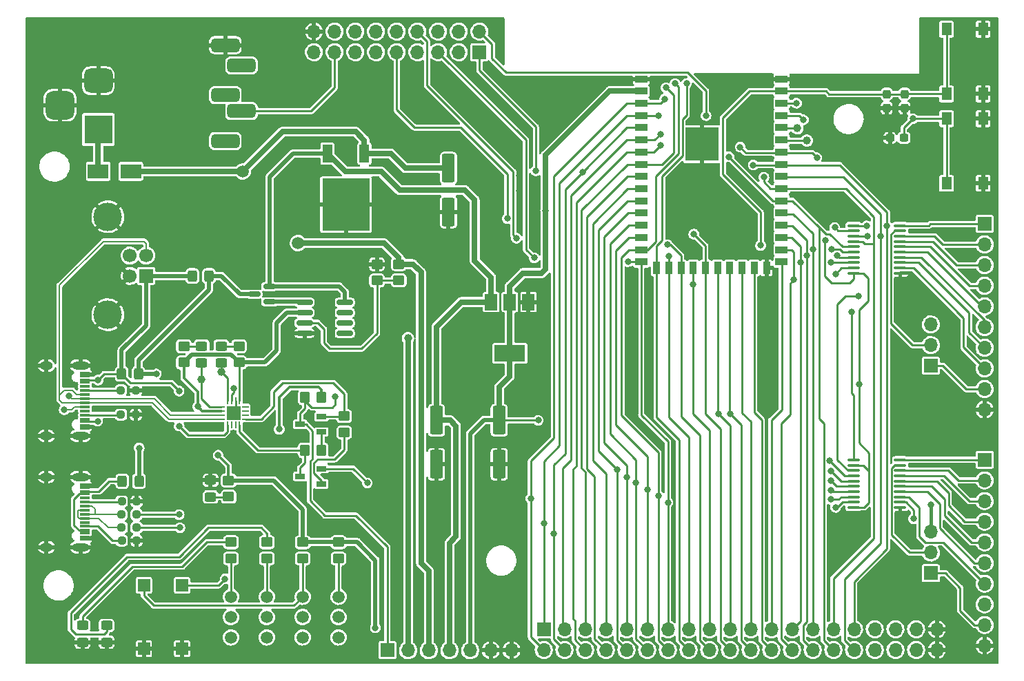
<source format=gbr>
%TF.GenerationSoftware,KiCad,Pcbnew,(6.0.5)*%
%TF.CreationDate,2024-01-23T17:13:34+09:00*%
%TF.ProjectId,ESP32_S2DevelopBoard,45535033-325f-4533-9244-6576656c6f70,rev?*%
%TF.SameCoordinates,Original*%
%TF.FileFunction,Copper,L1,Top*%
%TF.FilePolarity,Positive*%
%FSLAX46Y46*%
G04 Gerber Fmt 4.6, Leading zero omitted, Abs format (unit mm)*
G04 Created by KiCad (PCBNEW (6.0.5)) date 2024-01-23 17:13:34*
%MOMM*%
%LPD*%
G01*
G04 APERTURE LIST*
G04 Aperture macros list*
%AMRoundRect*
0 Rectangle with rounded corners*
0 $1 Rounding radius*
0 $2 $3 $4 $5 $6 $7 $8 $9 X,Y pos of 4 corners*
0 Add a 4 corners polygon primitive as box body*
4,1,4,$2,$3,$4,$5,$6,$7,$8,$9,$2,$3,0*
0 Add four circle primitives for the rounded corners*
1,1,$1+$1,$2,$3*
1,1,$1+$1,$4,$5*
1,1,$1+$1,$6,$7*
1,1,$1+$1,$8,$9*
0 Add four rect primitives between the rounded corners*
20,1,$1+$1,$2,$3,$4,$5,0*
20,1,$1+$1,$4,$5,$6,$7,0*
20,1,$1+$1,$6,$7,$8,$9,0*
20,1,$1+$1,$8,$9,$2,$3,0*%
G04 Aperture macros list end*
%TA.AperFunction,SMDPad,CuDef*%
%ADD10RoundRect,0.250000X0.450000X-0.350000X0.450000X0.350000X-0.450000X0.350000X-0.450000X-0.350000X0*%
%TD*%
%TA.AperFunction,SMDPad,CuDef*%
%ADD11RoundRect,0.250000X0.325000X0.450000X-0.325000X0.450000X-0.325000X-0.450000X0.325000X-0.450000X0*%
%TD*%
%TA.AperFunction,SMDPad,CuDef*%
%ADD12RoundRect,0.100000X-0.637500X-0.100000X0.637500X-0.100000X0.637500X0.100000X-0.637500X0.100000X0*%
%TD*%
%TA.AperFunction,SMDPad,CuDef*%
%ADD13RoundRect,0.250000X-0.450000X0.350000X-0.450000X-0.350000X0.450000X-0.350000X0.450000X0.350000X0*%
%TD*%
%TA.AperFunction,ComponentPad*%
%ADD14R,1.700000X1.700000*%
%TD*%
%TA.AperFunction,ComponentPad*%
%ADD15O,1.700000X1.700000*%
%TD*%
%TA.AperFunction,SMDPad,CuDef*%
%ADD16RoundRect,0.250000X0.450000X-0.325000X0.450000X0.325000X-0.450000X0.325000X-0.450000X-0.325000X0*%
%TD*%
%TA.AperFunction,SMDPad,CuDef*%
%ADD17R,1.500000X1.500000*%
%TD*%
%TA.AperFunction,SMDPad,CuDef*%
%ADD18R,1.150000X0.300000*%
%TD*%
%TA.AperFunction,ComponentPad*%
%ADD19O,1.600000X1.000000*%
%TD*%
%TA.AperFunction,ComponentPad*%
%ADD20O,2.100000X1.000000*%
%TD*%
%TA.AperFunction,SMDPad,CuDef*%
%ADD21RoundRect,0.237500X0.300000X0.237500X-0.300000X0.237500X-0.300000X-0.237500X0.300000X-0.237500X0*%
%TD*%
%TA.AperFunction,SMDPad,CuDef*%
%ADD22RoundRect,0.237500X-0.250000X-0.237500X0.250000X-0.237500X0.250000X0.237500X-0.250000X0.237500X0*%
%TD*%
%TA.AperFunction,SMDPad,CuDef*%
%ADD23RoundRect,0.250000X-0.450000X0.325000X-0.450000X-0.325000X0.450000X-0.325000X0.450000X0.325000X0*%
%TD*%
%TA.AperFunction,ComponentPad*%
%ADD24C,1.500000*%
%TD*%
%TA.AperFunction,SMDPad,CuDef*%
%ADD25R,1.300000X1.550000*%
%TD*%
%TA.AperFunction,SMDPad,CuDef*%
%ADD26RoundRect,0.250000X-0.550000X1.500000X-0.550000X-1.500000X0.550000X-1.500000X0.550000X1.500000X0*%
%TD*%
%TA.AperFunction,SMDPad,CuDef*%
%ADD27RoundRect,0.250000X0.350000X0.450000X-0.350000X0.450000X-0.350000X-0.450000X0.350000X-0.450000X0*%
%TD*%
%TA.AperFunction,SMDPad,CuDef*%
%ADD28RoundRect,0.237500X-0.237500X0.300000X-0.237500X-0.300000X0.237500X-0.300000X0.237500X0.300000X0*%
%TD*%
%TA.AperFunction,SMDPad,CuDef*%
%ADD29R,1.220000X0.650000*%
%TD*%
%TA.AperFunction,SMDPad,CuDef*%
%ADD30R,1.200000X2.200000*%
%TD*%
%TA.AperFunction,SMDPad,CuDef*%
%ADD31R,5.800000X6.400000*%
%TD*%
%TA.AperFunction,SMDPad,CuDef*%
%ADD32R,2.500000X1.800000*%
%TD*%
%TA.AperFunction,ComponentPad*%
%ADD33C,1.700000*%
%TD*%
%TA.AperFunction,ComponentPad*%
%ADD34C,3.500000*%
%TD*%
%TA.AperFunction,ComponentPad*%
%ADD35RoundRect,0.425000X1.325000X-0.425000X1.325000X0.425000X-1.325000X0.425000X-1.325000X-0.425000X0*%
%TD*%
%TA.AperFunction,SMDPad,CuDef*%
%ADD36R,1.500000X0.900000*%
%TD*%
%TA.AperFunction,SMDPad,CuDef*%
%ADD37R,0.900000X1.500000*%
%TD*%
%TA.AperFunction,SMDPad,CuDef*%
%ADD38R,4.100000X4.100000*%
%TD*%
%TA.AperFunction,SMDPad,CuDef*%
%ADD39R,1.500000X2.000000*%
%TD*%
%TA.AperFunction,SMDPad,CuDef*%
%ADD40R,3.800000X2.000000*%
%TD*%
%TA.AperFunction,SMDPad,CuDef*%
%ADD41RoundRect,0.150000X0.587500X0.150000X-0.587500X0.150000X-0.587500X-0.150000X0.587500X-0.150000X0*%
%TD*%
%TA.AperFunction,SMDPad,CuDef*%
%ADD42RoundRect,0.062500X-0.062500X0.325000X-0.062500X-0.325000X0.062500X-0.325000X0.062500X0.325000X0*%
%TD*%
%TA.AperFunction,SMDPad,CuDef*%
%ADD43RoundRect,0.062500X-0.325000X0.062500X-0.325000X-0.062500X0.325000X-0.062500X0.325000X0.062500X0*%
%TD*%
%TA.AperFunction,SMDPad,CuDef*%
%ADD44R,1.750000X1.750000*%
%TD*%
%TA.AperFunction,SMDPad,CuDef*%
%ADD45RoundRect,0.150000X-0.825000X-0.150000X0.825000X-0.150000X0.825000X0.150000X-0.825000X0.150000X0*%
%TD*%
%TA.AperFunction,ComponentPad*%
%ADD46R,3.500000X3.500000*%
%TD*%
%TA.AperFunction,ComponentPad*%
%ADD47RoundRect,0.750000X-1.000000X0.750000X-1.000000X-0.750000X1.000000X-0.750000X1.000000X0.750000X0*%
%TD*%
%TA.AperFunction,ComponentPad*%
%ADD48RoundRect,0.875000X-0.875000X0.875000X-0.875000X-0.875000X0.875000X-0.875000X0.875000X0.875000X0*%
%TD*%
%TA.AperFunction,SMDPad,CuDef*%
%ADD49RoundRect,0.250000X-0.350000X-0.450000X0.350000X-0.450000X0.350000X0.450000X-0.350000X0.450000X0*%
%TD*%
%TA.AperFunction,ViaPad*%
%ADD50C,0.800000*%
%TD*%
%TA.AperFunction,ViaPad*%
%ADD51C,1.500000*%
%TD*%
%TA.AperFunction,ViaPad*%
%ADD52C,1.000000*%
%TD*%
%TA.AperFunction,Conductor*%
%ADD53C,0.700000*%
%TD*%
%TA.AperFunction,Conductor*%
%ADD54C,0.500000*%
%TD*%
%TA.AperFunction,Conductor*%
%ADD55C,0.400000*%
%TD*%
%TA.AperFunction,Conductor*%
%ADD56C,0.250000*%
%TD*%
%TA.AperFunction,Conductor*%
%ADD57C,0.300000*%
%TD*%
%TA.AperFunction,Conductor*%
%ADD58C,0.200000*%
%TD*%
G04 APERTURE END LIST*
D10*
%TO.P,R18,1*%
%TO.N,Net-(Q3-Pad1)*%
X125775000Y-112890000D03*
%TO.P,R18,2*%
%TO.N,Net-(Q2-Pad2)*%
X125775000Y-110890000D03*
%TD*%
D11*
%TO.P,D5,1,K*%
%TO.N,/USB_5V*%
X100500000Y-105700000D03*
%TO.P,D5,2,A*%
%TO.N,/VBUS_1*%
X98450000Y-105700000D03*
%TD*%
D12*
%TO.P,U7,1,A1*%
%TO.N,/IO41*%
X188312500Y-87465000D03*
%TO.P,U7,2,VCCA*%
%TO.N,+3V3*%
X188312500Y-88115000D03*
%TO.P,U7,3,A2*%
%TO.N,/IO40*%
X188312500Y-88765000D03*
%TO.P,U7,4,A3*%
%TO.N,/IO39*%
X188312500Y-89415000D03*
%TO.P,U7,5,A4*%
%TO.N,/IO38*%
X188312500Y-90065000D03*
%TO.P,U7,6,A5*%
%TO.N,/IO37*%
X188312500Y-90715000D03*
%TO.P,U7,7,A6*%
%TO.N,/IO36*%
X188312500Y-91365000D03*
%TO.P,U7,8,A7*%
%TO.N,/IO35*%
X188312500Y-92015000D03*
%TO.P,U7,9,A8*%
%TO.N,/IO34*%
X188312500Y-92665000D03*
%TO.P,U7,10,OE*%
%TO.N,+3V3*%
X188312500Y-93315000D03*
%TO.P,U7,11,GND*%
%TO.N,GND*%
X194037500Y-93315000D03*
%TO.P,U7,12,B8*%
%TO.N,/_IO34*%
X194037500Y-92665000D03*
%TO.P,U7,13,B7*%
%TO.N,/_IO35*%
X194037500Y-92015000D03*
%TO.P,U7,14,B6*%
%TO.N,/_IO36*%
X194037500Y-91365000D03*
%TO.P,U7,15,B5*%
%TO.N,/_IO37*%
X194037500Y-90715000D03*
%TO.P,U7,16,B4*%
%TO.N,/_IO38*%
X194037500Y-90065000D03*
%TO.P,U7,17,B3*%
%TO.N,/_IO39*%
X194037500Y-89415000D03*
%TO.P,U7,18,B2*%
%TO.N,/_IO40*%
X194037500Y-88765000D03*
%TO.P,U7,19,VCCB*%
%TO.N,Net-(J13-Pad2)*%
X194037500Y-88115000D03*
%TO.P,U7,20,B1*%
%TO.N,/_IO41*%
X194037500Y-87465000D03*
%TD*%
D13*
%TO.P,R20,1*%
%TO.N,+3V3*%
X125075000Y-126390000D03*
%TO.P,R20,2*%
%TO.N,Net-(SW4-Pad1)*%
X125075000Y-128390000D03*
%TD*%
D14*
%TO.P,J2,1,Pin_1*%
%TO.N,/_IO43*%
X204400000Y-116240000D03*
D15*
%TO.P,J2,2,Pin_2*%
%TO.N,/_IO44*%
X204400000Y-118780000D03*
%TO.P,J2,3,Pin_3*%
%TO.N,/_IO8*%
X204400000Y-121320000D03*
%TO.P,J2,4,Pin_4*%
%TO.N,/_IO9*%
X204400000Y-123860000D03*
%TO.P,J2,5,Pin_5*%
%TO.N,/_IO10*%
X204400000Y-126400000D03*
%TO.P,J2,6,Pin_6*%
%TO.N,/_IO11*%
X204400000Y-128940000D03*
%TO.P,J2,7,Pin_7*%
%TO.N,/_IO12*%
X204400000Y-131480000D03*
%TO.P,J2,8,Pin_8*%
%TO.N,/_IO13*%
X204400000Y-134020000D03*
%TO.P,J2,9,Pin_9*%
%TO.N,/signal_v1*%
X204400000Y-136560000D03*
%TO.P,J2,10,Pin_10*%
%TO.N,GND*%
X204400000Y-139100000D03*
%TD*%
D16*
%TO.P,D12,1,K*%
%TO.N,/IO43*%
X108275000Y-104315000D03*
%TO.P,D12,2,A*%
%TO.N,Net-(D12-Pad2)*%
X108275000Y-102265000D03*
%TD*%
D13*
%TO.P,R5,1*%
%TO.N,/Vin*%
X132475000Y-92190000D03*
%TO.P,R5,2*%
%TO.N,Net-(U1-Pad3)*%
X132475000Y-94190000D03*
%TD*%
D17*
%TO.P,SW5,1,1*%
%TO.N,Net-(SW3-Pad1)*%
X101175000Y-131690000D03*
%TO.P,SW5,2,2*%
%TO.N,GND*%
X101175000Y-139490000D03*
%TD*%
D18*
%TO.P,J3,A1,GND*%
%TO.N,GND*%
X93945000Y-105640000D03*
%TO.P,J3,A4,VBUS*%
%TO.N,/VBUS_1*%
X93945000Y-106440000D03*
%TO.P,J3,A5,CC1*%
%TO.N,Net-(J3-PadA5)*%
X93945000Y-107740000D03*
%TO.P,J3,A6,D+*%
%TO.N,/USB_COM+*%
X93945000Y-108740000D03*
%TO.P,J3,A7,D-*%
%TO.N,/USB_COM-*%
X93945000Y-109240000D03*
%TO.P,J3,A8,SBU1*%
%TO.N,unconnected-(J3-PadA8)*%
X93945000Y-110240000D03*
%TO.P,J3,A9,VBUS*%
%TO.N,/VBUS_1*%
X93945000Y-111540000D03*
%TO.P,J3,A12,GND*%
%TO.N,GND*%
X93945000Y-112340000D03*
%TO.P,J3,B1,GND*%
X93945000Y-112040000D03*
%TO.P,J3,B4,VBUS*%
%TO.N,/VBUS_1*%
X93945000Y-111240000D03*
%TO.P,J3,B5,CC2*%
%TO.N,Net-(J3-PadB5)*%
X93945000Y-110740000D03*
%TO.P,J3,B6,D+*%
%TO.N,/USB_COM+*%
X93945000Y-109740000D03*
%TO.P,J3,B7,D-*%
%TO.N,/USB_COM-*%
X93945000Y-108240000D03*
%TO.P,J3,B8,SBU2*%
%TO.N,unconnected-(J3-PadB8)*%
X93945000Y-107240000D03*
%TO.P,J3,B9,VBUS*%
%TO.N,/VBUS_1*%
X93945000Y-106740000D03*
%TO.P,J3,B12,GND*%
%TO.N,GND*%
X93945000Y-105940000D03*
D19*
%TO.P,J3,S1,SHIELD*%
X89200000Y-104670000D03*
D20*
X93380000Y-104670000D03*
D19*
X89200000Y-113310000D03*
D20*
X93380000Y-113310000D03*
%TD*%
D13*
%TO.P,R16,1*%
%TO.N,Net-(D11-Pad2)*%
X112875000Y-102290000D03*
%TO.P,R16,2*%
%TO.N,+3V3*%
X112875000Y-104290000D03*
%TD*%
D21*
%TO.P,C9,1*%
%TO.N,/IO0*%
X194500000Y-76690000D03*
%TO.P,C9,2*%
%TO.N,GND*%
X192775000Y-76690000D03*
%TD*%
D12*
%TO.P,U5,1,A1*%
%TO.N,/IO43*%
X188312500Y-116265000D03*
%TO.P,U5,2,VCCA*%
%TO.N,+3V3*%
X188312500Y-116915000D03*
%TO.P,U5,3,A2*%
%TO.N,/IO44*%
X188312500Y-117565000D03*
%TO.P,U5,4,A3*%
%TO.N,/IO8*%
X188312500Y-118215000D03*
%TO.P,U5,5,A4*%
%TO.N,/IO9*%
X188312500Y-118865000D03*
%TO.P,U5,6,A5*%
%TO.N,/IO10*%
X188312500Y-119515000D03*
%TO.P,U5,7,A6*%
%TO.N,/IO11*%
X188312500Y-120165000D03*
%TO.P,U5,8,A7*%
%TO.N,/IO12*%
X188312500Y-120815000D03*
%TO.P,U5,9,A8*%
%TO.N,/IO13*%
X188312500Y-121465000D03*
%TO.P,U5,10,OE*%
%TO.N,+3V3*%
X188312500Y-122115000D03*
%TO.P,U5,11,GND*%
%TO.N,GND*%
X194037500Y-122115000D03*
%TO.P,U5,12,B8*%
%TO.N,/_IO13*%
X194037500Y-121465000D03*
%TO.P,U5,13,B7*%
%TO.N,/_IO12*%
X194037500Y-120815000D03*
%TO.P,U5,14,B6*%
%TO.N,/_IO11*%
X194037500Y-120165000D03*
%TO.P,U5,15,B5*%
%TO.N,/_IO10*%
X194037500Y-119515000D03*
%TO.P,U5,16,B4*%
%TO.N,/_IO9*%
X194037500Y-118865000D03*
%TO.P,U5,17,B3*%
%TO.N,/_IO8*%
X194037500Y-118215000D03*
%TO.P,U5,18,B2*%
%TO.N,/_IO44*%
X194037500Y-117565000D03*
%TO.P,U5,19,VCCB*%
%TO.N,Net-(J10-Pad2)*%
X194037500Y-116915000D03*
%TO.P,U5,20,B1*%
%TO.N,/_IO43*%
X194037500Y-116265000D03*
%TD*%
D22*
%TO.P,R10,1*%
%TO.N,/USB_OTG-*%
X98437500Y-122990000D03*
%TO.P,R10,2*%
%TO.N,/IO19*%
X100262500Y-122990000D03*
%TD*%
D23*
%TO.P,D6,1,K*%
%TO.N,GND*%
X109375000Y-118765000D03*
%TO.P,D6,2,A*%
%TO.N,Net-(D6-Pad2)*%
X109375000Y-120815000D03*
%TD*%
D14*
%TO.P,J4,1,Pin_1*%
%TO.N,/_IO41*%
X204400000Y-87240000D03*
D15*
%TO.P,J4,2,Pin_2*%
%TO.N,/_IO40*%
X204400000Y-89780000D03*
%TO.P,J4,3,Pin_3*%
%TO.N,/_IO39*%
X204400000Y-92320000D03*
%TO.P,J4,4,Pin_4*%
%TO.N,/_IO38*%
X204400000Y-94860000D03*
%TO.P,J4,5,Pin_5*%
%TO.N,/_IO37*%
X204400000Y-97400000D03*
%TO.P,J4,6,Pin_6*%
%TO.N,/_IO36*%
X204400000Y-99940000D03*
%TO.P,J4,7,Pin_7*%
%TO.N,/_IO35*%
X204400000Y-102480000D03*
%TO.P,J4,8,Pin_8*%
%TO.N,/_IO34*%
X204400000Y-105020000D03*
%TO.P,J4,9,Pin_9*%
%TO.N,/signal_v2*%
X204400000Y-107560000D03*
%TO.P,J4,10,Pin_10*%
%TO.N,GND*%
X204400000Y-110100000D03*
%TD*%
D11*
%TO.P,D3,1,K*%
%TO.N,/USB_5V*%
X109175000Y-93650000D03*
%TO.P,D3,2,A*%
%TO.N,/VBUS_1*%
X107125000Y-93650000D03*
%TD*%
D24*
%TO.P,SW1,1,A*%
%TO.N,Net-(SW1-Pad1)*%
X111875000Y-133090000D03*
%TO.P,SW1,2,B*%
%TO.N,/IO1*%
X111875000Y-135590000D03*
%TO.P,SW1,3,C*%
%TO.N,unconnected-(SW1-Pad3)*%
X111875000Y-138090000D03*
%TD*%
D13*
%TO.P,R13,1*%
%TO.N,Net-(D8-Pad2)*%
X116275000Y-126390000D03*
%TO.P,R13,2*%
%TO.N,Net-(SW2-Pad1)*%
X116275000Y-128390000D03*
%TD*%
D22*
%TO.P,R7,1*%
%TO.N,Net-(J6-PadA5)*%
X98462500Y-121390000D03*
%TO.P,R7,2*%
%TO.N,GND*%
X100287500Y-121390000D03*
%TD*%
D24*
%TO.P,SW4,1,A*%
%TO.N,Net-(SW4-Pad1)*%
X125075000Y-133090000D03*
%TO.P,SW4,2,B*%
%TO.N,/HREF*%
X125075000Y-135590000D03*
%TO.P,SW4,3,C*%
%TO.N,unconnected-(SW4-Pad3)*%
X125075000Y-138090000D03*
%TD*%
%TO.P,SW2,1,A*%
%TO.N,Net-(SW2-Pad1)*%
X116275000Y-133090000D03*
%TO.P,SW2,2,B*%
%TO.N,/IO2*%
X116275000Y-135590000D03*
%TO.P,SW2,3,C*%
%TO.N,unconnected-(SW2-Pad3)*%
X116275000Y-138090000D03*
%TD*%
D14*
%TO.P,J10,1,Pin_1*%
%TO.N,/signal_v1*%
X197800000Y-130200000D03*
D15*
%TO.P,J10,2,Pin_2*%
%TO.N,Net-(J10-Pad2)*%
X197800000Y-127660000D03*
%TO.P,J10,3,Pin_3*%
%TO.N,+5V*%
X197800000Y-125120000D03*
%TD*%
D25*
%TO.P,SW8,1,1*%
%TO.N,/RESET*%
X199725000Y-63315000D03*
X199725000Y-71265000D03*
%TO.P,SW8,2,2*%
%TO.N,GND*%
X204225000Y-71265000D03*
X204225000Y-63315000D03*
%TD*%
D26*
%TO.P,C2,1*%
%TO.N,/Vin*%
X138575000Y-80390000D03*
%TO.P,C2,2*%
%TO.N,GND*%
X138575000Y-85790000D03*
%TD*%
D27*
%TO.P,R14,1*%
%TO.N,Net-(Q2-Pad1)*%
X122975000Y-115090000D03*
%TO.P,R14,2*%
%TO.N,Net-(Q3-Pad3)*%
X120975000Y-115090000D03*
%TD*%
D28*
%TO.P,C8,1*%
%TO.N,/RESET*%
X192375000Y-71290000D03*
%TO.P,C8,2*%
%TO.N,GND*%
X192375000Y-73015000D03*
%TD*%
D29*
%TO.P,Q2,1,B*%
%TO.N,Net-(Q2-Pad1)*%
X122985000Y-112840000D03*
%TO.P,Q2,2,E*%
%TO.N,Net-(Q2-Pad2)*%
X122985000Y-110940000D03*
%TO.P,Q2,3,C*%
%TO.N,/RESET*%
X120365000Y-111890000D03*
%TD*%
D16*
%TO.P,D7,1,K*%
%TO.N,GND*%
X93650000Y-138675000D03*
%TO.P,D7,2,A*%
%TO.N,Net-(D7-Pad2)*%
X93650000Y-136625000D03*
%TD*%
D30*
%TO.P,U3,1,IN*%
%TO.N,/Vin*%
X128255000Y-78590000D03*
D31*
%TO.P,U3,2,GND*%
%TO.N,GND*%
X125975000Y-84890000D03*
D30*
%TO.P,U3,3,OUT*%
%TO.N,+5V*%
X123695000Y-78590000D03*
%TD*%
D32*
%TO.P,D1,1,K*%
%TO.N,/Vin*%
X99575000Y-80790000D03*
%TO.P,D1,2,A*%
%TO.N,/POWER*%
X95575000Y-80790000D03*
%TD*%
D26*
%TO.P,C3,1*%
%TO.N,+3V3*%
X144800000Y-111400000D03*
%TO.P,C3,2*%
%TO.N,GND*%
X144800000Y-116800000D03*
%TD*%
D13*
%TO.P,R12,1*%
%TO.N,Net-(D7-Pad2)*%
X111875000Y-126390000D03*
%TO.P,R12,2*%
%TO.N,Net-(SW1-Pad1)*%
X111875000Y-128390000D03*
%TD*%
D28*
%TO.P,C7,1*%
%TO.N,/RESET*%
X194575000Y-71290000D03*
%TO.P,C7,2*%
%TO.N,GND*%
X194575000Y-73015000D03*
%TD*%
D14*
%TO.P,J11,1,Pin_1*%
%TO.N,/RESET*%
X131075000Y-139665000D03*
D15*
%TO.P,J11,2,Pin_2*%
%TO.N,/POWER*%
X133615000Y-139665000D03*
%TO.P,J11,3,Pin_3*%
%TO.N,/Vin*%
X136155000Y-139665000D03*
%TO.P,J11,4,Pin_4*%
%TO.N,+5V*%
X138695000Y-139665000D03*
%TO.P,J11,5,Pin_5*%
%TO.N,+3V3*%
X141235000Y-139665000D03*
%TO.P,J11,6,Pin_6*%
%TO.N,GND*%
X143775000Y-139665000D03*
%TO.P,J11,7,Pin_7*%
X146315000Y-139665000D03*
%TD*%
D14*
%TO.P,J8,1,VBUS*%
%TO.N,/VBUS_1*%
X101452500Y-93640000D03*
D33*
%TO.P,J8,2,D-*%
%TO.N,/USB_COM-*%
X101452500Y-91140000D03*
%TO.P,J8,3,D+*%
%TO.N,/USB_COM+*%
X99452500Y-91140000D03*
%TO.P,J8,4,GND*%
%TO.N,GND*%
X99452500Y-93640000D03*
D34*
%TO.P,J8,5,Shield*%
X96742500Y-98410000D03*
X96742500Y-86370000D03*
%TD*%
D26*
%TO.P,C4,1*%
%TO.N,+5V*%
X137100000Y-111400000D03*
%TO.P,C4,2*%
%TO.N,GND*%
X137100000Y-116800000D03*
%TD*%
D35*
%TO.P,U8,1,GND*%
%TO.N,GND*%
X111175000Y-65265000D03*
%TO.P,U8,2,R_N*%
%TO.N,unconnected-(U8-Pad2)*%
X111175000Y-71415000D03*
%TO.P,U8,3,R*%
%TO.N,/IO18*%
X113175000Y-73365000D03*
%TO.P,U8,4,L_N*%
%TO.N,unconnected-(U8-Pad4)*%
X111175000Y-77065000D03*
%TO.P,U8,5,L*%
%TO.N,/IO17*%
X113175000Y-67765000D03*
%TD*%
D13*
%TO.P,R6,1*%
%TO.N,GND*%
X129800000Y-92200000D03*
%TO.P,R6,2*%
%TO.N,Net-(U1-Pad3)*%
X129800000Y-94200000D03*
%TD*%
D18*
%TO.P,J6,A1,GND*%
%TO.N,GND*%
X93960000Y-119340000D03*
%TO.P,J6,A4,VBUS*%
%TO.N,Net-(D4-Pad2)*%
X93960000Y-120140000D03*
%TO.P,J6,A5,CC1*%
%TO.N,Net-(J6-PadA5)*%
X93960000Y-121440000D03*
%TO.P,J6,A6,D+*%
%TO.N,/USB_OTG+*%
X93960000Y-122440000D03*
%TO.P,J6,A7,D-*%
%TO.N,/USB_OTG-*%
X93960000Y-122940000D03*
%TO.P,J6,A8,SBU1*%
%TO.N,unconnected-(J6-PadA8)*%
X93960000Y-123940000D03*
%TO.P,J6,A9,VBUS*%
%TO.N,Net-(D4-Pad2)*%
X93960000Y-125240000D03*
%TO.P,J6,A12,GND*%
%TO.N,GND*%
X93960000Y-126040000D03*
%TO.P,J6,B1,GND*%
X93960000Y-125740000D03*
%TO.P,J6,B4,VBUS*%
%TO.N,Net-(D4-Pad2)*%
X93960000Y-124940000D03*
%TO.P,J6,B5,CC2*%
%TO.N,Net-(J6-PadB5)*%
X93960000Y-124440000D03*
%TO.P,J6,B6,D+*%
%TO.N,/USB_OTG+*%
X93960000Y-123440000D03*
%TO.P,J6,B7,D-*%
%TO.N,/USB_OTG-*%
X93960000Y-121940000D03*
%TO.P,J6,B8,SBU2*%
%TO.N,unconnected-(J6-PadB8)*%
X93960000Y-120940000D03*
%TO.P,J6,B9,VBUS*%
%TO.N,Net-(D4-Pad2)*%
X93960000Y-120440000D03*
%TO.P,J6,B12,GND*%
%TO.N,GND*%
X93960000Y-119640000D03*
D20*
%TO.P,J6,S1,SHIELD*%
X93395000Y-118370000D03*
X93395000Y-127010000D03*
D19*
X89215000Y-118370000D03*
X89215000Y-127010000D03*
%TD*%
D22*
%TO.P,R3,1*%
%TO.N,Net-(J3-PadA5)*%
X98362500Y-107700000D03*
%TO.P,R3,2*%
%TO.N,GND*%
X100187500Y-107700000D03*
%TD*%
D10*
%TO.P,R11,1*%
%TO.N,Net-(D6-Pad2)*%
X111575000Y-120790000D03*
%TO.P,R11,2*%
%TO.N,+3V3*%
X111575000Y-118790000D03*
%TD*%
D22*
%TO.P,R8,1*%
%TO.N,Net-(J6-PadB5)*%
X98462500Y-126190000D03*
%TO.P,R8,2*%
%TO.N,GND*%
X100287500Y-126190000D03*
%TD*%
D11*
%TO.P,D4,1,K*%
%TO.N,/USB_5V*%
X100575000Y-118890000D03*
%TO.P,D4,2,A*%
%TO.N,Net-(D4-Pad2)*%
X98525000Y-118890000D03*
%TD*%
D36*
%TO.P,U4,1,GND*%
%TO.N,GND*%
X162250000Y-69415000D03*
%TO.P,U4,2,3V3*%
%TO.N,+3V3*%
X162250000Y-70915000D03*
%TO.P,U4,3,IO00*%
%TO.N,/IO0*%
X162250000Y-72415000D03*
%TO.P,U4,4,IO01*%
%TO.N,/IO1*%
X162250000Y-73915000D03*
%TO.P,U4,5,IO02*%
%TO.N,/IO2*%
X162250000Y-75415000D03*
%TO.P,U4,6,IO03*%
%TO.N,/IO3*%
X162250000Y-76915000D03*
%TO.P,U4,7,IO04*%
%TO.N,/HREF*%
X162250000Y-78415000D03*
%TO.P,U4,8,IO05*%
%TO.N,/IO5*%
X162250000Y-79915000D03*
%TO.P,U4,9,IO06*%
%TO.N,/IO6*%
X162250000Y-81415000D03*
%TO.P,U4,10,IO07*%
%TO.N,/IO7*%
X162250000Y-82915000D03*
%TO.P,U4,11,IO08*%
%TO.N,/IO8*%
X162250000Y-84415000D03*
%TO.P,U4,12,IO09*%
%TO.N,/IO9*%
X162250000Y-85915000D03*
%TO.P,U4,13,IO10*%
%TO.N,/IO10*%
X162250000Y-87415000D03*
%TO.P,U4,14,IO11*%
%TO.N,/IO11*%
X162250000Y-88915000D03*
%TO.P,U4,15,IO12*%
%TO.N,/IO12*%
X162250000Y-90415000D03*
%TO.P,U4,16,IO13*%
%TO.N,/IO13*%
X162250000Y-91915000D03*
D37*
%TO.P,U4,17,IO14*%
%TO.N,/IO14*%
X164125000Y-92665000D03*
%TO.P,U4,18,IO15*%
%TO.N,/IO15*%
X165625000Y-92665000D03*
%TO.P,U4,19,IO16*%
%TO.N,/IO16*%
X167125000Y-92665000D03*
%TO.P,U4,20,IO17*%
%TO.N,/IO17*%
X168625000Y-92665000D03*
%TO.P,U4,21,IO18*%
%TO.N,/IO18*%
X170125000Y-92665000D03*
%TO.P,U4,22,USB_D-*%
%TO.N,/IO19*%
X171625000Y-92665000D03*
%TO.P,U4,23,USB_D+*%
%TO.N,/IO20*%
X173125000Y-92665000D03*
%TO.P,U4,24,IO21*%
%TO.N,/IO21*%
X174625000Y-92665000D03*
%TO.P,U4,25,IO26*%
%TO.N,/IO26*%
X176125000Y-92665000D03*
%TO.P,U4,26,GND*%
%TO.N,GND*%
X177625000Y-92665000D03*
D36*
%TO.P,U4,27,IO33*%
%TO.N,/IO33*%
X179475000Y-91915000D03*
%TO.P,U4,28,IO34*%
%TO.N,/IO34*%
X179475000Y-90415000D03*
%TO.P,U4,29,IO35*%
%TO.N,/IO35*%
X179475000Y-88915000D03*
%TO.P,U4,30,IO36*%
%TO.N,/IO36*%
X179475000Y-87415000D03*
%TO.P,U4,31,IO37*%
%TO.N,/IO37*%
X179475000Y-85915000D03*
%TO.P,U4,32,IO38*%
%TO.N,/IO38*%
X179475000Y-84415000D03*
%TO.P,U4,33,IO39*%
%TO.N,/IO39*%
X179475000Y-82915000D03*
%TO.P,U4,34,IO40*%
%TO.N,/IO40*%
X179475000Y-81415000D03*
%TO.P,U4,35,IO41*%
%TO.N,/IO41*%
X179475000Y-79915000D03*
%TO.P,U4,36,IO42*%
%TO.N,/IO42*%
X179475000Y-78415000D03*
%TO.P,U4,37,TXD0*%
%TO.N,/IO43*%
X179475000Y-76915000D03*
%TO.P,U4,38,RXD0*%
%TO.N,/IO44*%
X179475000Y-75415000D03*
%TO.P,U4,39,IO45*%
%TO.N,/IO45*%
X179475000Y-73915000D03*
%TO.P,U4,40,IO46*%
%TO.N,/IO46*%
X179475000Y-72415000D03*
%TO.P,U4,41,EN*%
%TO.N,/RESET*%
X179475000Y-70915000D03*
%TO.P,U4,42,GND*%
%TO.N,GND*%
X179475000Y-69415000D03*
D38*
%TO.P,U4,43,GND*%
X169685000Y-77455000D03*
%TD*%
D39*
%TO.P,U2,1,GND*%
%TO.N,GND*%
X148400000Y-96850000D03*
D40*
%TO.P,U2,2,VO*%
%TO.N,+3V3*%
X146100000Y-103150000D03*
D39*
X146100000Y-96850000D03*
%TO.P,U2,3,VI*%
%TO.N,+5V*%
X143800000Y-96850000D03*
%TD*%
D41*
%TO.P,Q1,1,G*%
%TO.N,Net-(Q1-Pad1)*%
X116612500Y-96840000D03*
%TO.P,Q1,2,S*%
%TO.N,+5V*%
X116612500Y-94940000D03*
%TO.P,Q1,3,D*%
%TO.N,/USB_5V*%
X114737500Y-95890000D03*
%TD*%
D13*
%TO.P,R19,1*%
%TO.N,+3V3*%
X120675000Y-126390000D03*
%TO.P,R19,2*%
%TO.N,Net-(SW3-Pad1)*%
X120675000Y-128390000D03*
%TD*%
D42*
%TO.P,U6,1,VIO*%
%TO.N,+3V3*%
X112925000Y-109027500D03*
%TO.P,U6,2,GND*%
%TO.N,GND*%
X112425000Y-109027500D03*
%TO.P,U6,3,VDD5*%
%TO.N,/VBUS_1*%
X111925000Y-109027500D03*
%TO.P,U6,4,TXD*%
%TO.N,/IO44*%
X111425000Y-109027500D03*
D43*
%TO.P,U6,5,RXD*%
%TO.N,/IO43*%
X110712500Y-109740000D03*
%TO.P,U6,6,V3*%
%TO.N,+3V3*%
X110712500Y-110240000D03*
%TO.P,U6,7,UD+*%
%TO.N,/USB_COM+*%
X110712500Y-110740000D03*
%TO.P,U6,8,UD-*%
%TO.N,/USB_COM-*%
X110712500Y-111240000D03*
D42*
%TO.P,U6,9,VBUS*%
%TO.N,/VBUS_1*%
X111425000Y-111952500D03*
%TO.P,U6,10,~{ACT}*%
%TO.N,unconnected-(U6-Pad10)*%
X111925000Y-111952500D03*
%TO.P,U6,11,DCD*%
%TO.N,unconnected-(U6-Pad11)*%
X112425000Y-111952500D03*
%TO.P,U6,12,DTR*%
%TO.N,Net-(Q3-Pad3)*%
X112925000Y-111952500D03*
D43*
%TO.P,U6,13,RTS*%
%TO.N,Net-(Q2-Pad2)*%
X113637500Y-111240000D03*
%TO.P,U6,14,DSR*%
%TO.N,unconnected-(U6-Pad14)*%
X113637500Y-110740000D03*
%TO.P,U6,15,CTS*%
%TO.N,unconnected-(U6-Pad15)*%
X113637500Y-110240000D03*
%TO.P,U6,16,RI*%
%TO.N,unconnected-(U6-Pad16)*%
X113637500Y-109740000D03*
D44*
%TO.P,U6,17,GND*%
%TO.N,GND*%
X112175000Y-110490000D03*
%TD*%
D45*
%TO.P,U1,1*%
%TO.N,Net-(Q1-Pad1)*%
X120900000Y-96885000D03*
%TO.P,U1,2,-*%
%TO.N,+3V3*%
X120900000Y-98155000D03*
%TO.P,U1,3,+*%
%TO.N,Net-(U1-Pad3)*%
X120900000Y-99425000D03*
%TO.P,U1,4,V-*%
%TO.N,GND*%
X120900000Y-100695000D03*
%TO.P,U1,5,+*%
%TO.N,unconnected-(U1-Pad5)*%
X125850000Y-100695000D03*
%TO.P,U1,6,-*%
%TO.N,unconnected-(U1-Pad6)*%
X125850000Y-99425000D03*
%TO.P,U1,7*%
%TO.N,unconnected-(U1-Pad7)*%
X125850000Y-98155000D03*
%TO.P,U1,8,V+*%
%TO.N,+5V*%
X125850000Y-96885000D03*
%TD*%
D17*
%TO.P,SW6,1,1*%
%TO.N,Net-(SW4-Pad1)*%
X105875000Y-131690000D03*
%TO.P,SW6,2,2*%
%TO.N,GND*%
X105875000Y-139490000D03*
%TD*%
D46*
%TO.P,J1,1*%
%TO.N,/POWER*%
X95582500Y-75640000D03*
D47*
%TO.P,J1,2*%
%TO.N,GND*%
X95582500Y-69640000D03*
D48*
%TO.P,J1,3*%
X90882500Y-72640000D03*
%TD*%
D29*
%TO.P,Q3,1,B*%
%TO.N,Net-(Q3-Pad1)*%
X122985000Y-119240000D03*
%TO.P,Q3,2,E*%
%TO.N,/IO0*%
X122985000Y-117340000D03*
%TO.P,Q3,3,C*%
%TO.N,Net-(Q3-Pad3)*%
X120365000Y-118290000D03*
%TD*%
D24*
%TO.P,SW3,1,A*%
%TO.N,Net-(SW3-Pad1)*%
X120675000Y-133090000D03*
%TO.P,SW3,2,B*%
%TO.N,/IO3*%
X120675000Y-135590000D03*
%TO.P,SW3,3,C*%
%TO.N,unconnected-(SW3-Pad3)*%
X120675000Y-138090000D03*
%TD*%
D14*
%TO.P,J14,1,Pin_1*%
%TO.N,/IO2*%
X142375000Y-66140000D03*
D15*
%TO.P,J14,2,Pin_2*%
%TO.N,/IO1*%
X142375000Y-63600000D03*
%TO.P,J14,3,Pin_3*%
%TO.N,/IO12*%
X139835000Y-66140000D03*
%TO.P,J14,4,Pin_4*%
%TO.N,/IO14*%
X139835000Y-63600000D03*
%TO.P,J14,5,Pin_5*%
%TO.N,/IO13*%
X137295000Y-66140000D03*
%TO.P,J14,6,Pin_6*%
%TO.N,/IO5*%
X137295000Y-63600000D03*
%TO.P,J14,7,Pin_7*%
%TO.N,/IO40*%
X134755000Y-66140000D03*
%TO.P,J14,8,Pin_8*%
%TO.N,/IO15*%
X134755000Y-63600000D03*
%TO.P,J14,9,Pin_9*%
%TO.N,/IO16*%
X132215000Y-66140000D03*
%TO.P,J14,10,Pin_10*%
%TO.N,/IO39*%
X132215000Y-63600000D03*
%TO.P,J14,11,Pin_11*%
%TO.N,/IO3*%
X129675000Y-66140000D03*
%TO.P,J14,12,Pin_12*%
%TO.N,/IO42*%
X129675000Y-63600000D03*
%TO.P,J14,13,Pin_13*%
%TO.N,/IO38*%
X127135000Y-66140000D03*
%TO.P,J14,14,Pin_14*%
%TO.N,/HREF*%
X127135000Y-63600000D03*
%TO.P,J14,15,Pin_15*%
%TO.N,/IO18*%
X124595000Y-66140000D03*
%TO.P,J14,16,Pin_16*%
%TO.N,/IO41*%
X124595000Y-63600000D03*
%TO.P,J14,17,Pin_17*%
%TO.N,+3V3*%
X122055000Y-66140000D03*
%TO.P,J14,18,Pin_18*%
%TO.N,GND*%
X122055000Y-63600000D03*
%TD*%
D14*
%TO.P,J5,1,Pin_1*%
%TO.N,/IO1*%
X150275000Y-137100000D03*
D15*
%TO.P,J5,2,Pin_2*%
%TO.N,/IO0*%
X150275000Y-139640000D03*
%TO.P,J5,3,Pin_3*%
%TO.N,/IO3*%
X152815000Y-137100000D03*
%TO.P,J5,4,Pin_4*%
%TO.N,/IO2*%
X152815000Y-139640000D03*
%TO.P,J5,5,Pin_5*%
%TO.N,/IO5*%
X155355000Y-137100000D03*
%TO.P,J5,6,Pin_6*%
%TO.N,/HREF*%
X155355000Y-139640000D03*
%TO.P,J5,7,Pin_7*%
%TO.N,/IO7*%
X157895000Y-137100000D03*
%TO.P,J5,8,Pin_8*%
%TO.N,/IO6*%
X157895000Y-139640000D03*
%TO.P,J5,9,Pin_9*%
%TO.N,/IO9*%
X160435000Y-137100000D03*
%TO.P,J5,10,Pin_10*%
%TO.N,/IO8*%
X160435000Y-139640000D03*
%TO.P,J5,11,Pin_11*%
%TO.N,/IO11*%
X162975000Y-137100000D03*
%TO.P,J5,12,Pin_12*%
%TO.N,/IO10*%
X162975000Y-139640000D03*
%TO.P,J5,13,Pin_13*%
%TO.N,/IO13*%
X165515000Y-137100000D03*
%TO.P,J5,14,Pin_14*%
%TO.N,/IO12*%
X165515000Y-139640000D03*
%TO.P,J5,15,Pin_15*%
%TO.N,/IO15*%
X168055000Y-137100000D03*
%TO.P,J5,16,Pin_16*%
%TO.N,/IO14*%
X168055000Y-139640000D03*
%TO.P,J5,17,Pin_17*%
%TO.N,/IO17*%
X170595000Y-137100000D03*
%TO.P,J5,18,Pin_18*%
%TO.N,/IO16*%
X170595000Y-139640000D03*
%TO.P,J5,19,Pin_19*%
%TO.N,/IO19*%
X173135000Y-137100000D03*
%TO.P,J5,20,Pin_20*%
%TO.N,/IO18*%
X173135000Y-139640000D03*
%TO.P,J5,21,Pin_21*%
%TO.N,/IO21*%
X175675000Y-137100000D03*
%TO.P,J5,22,Pin_22*%
%TO.N,/IO20*%
X175675000Y-139640000D03*
%TO.P,J5,23,Pin_23*%
%TO.N,/IO33*%
X178215000Y-137100000D03*
%TO.P,J5,24,Pin_24*%
%TO.N,/IO26*%
X178215000Y-139640000D03*
%TO.P,J5,25,Pin_25*%
%TO.N,/IO35*%
X180755000Y-137100000D03*
%TO.P,J5,26,Pin_26*%
%TO.N,/IO34*%
X180755000Y-139640000D03*
%TO.P,J5,27,Pin_27*%
%TO.N,/IO37*%
X183295000Y-137100000D03*
%TO.P,J5,28,Pin_28*%
%TO.N,/IO36*%
X183295000Y-139640000D03*
%TO.P,J5,29,Pin_29*%
%TO.N,/IO39*%
X185835000Y-137100000D03*
%TO.P,J5,30,Pin_30*%
%TO.N,/IO38*%
X185835000Y-139640000D03*
%TO.P,J5,31,Pin_31*%
%TO.N,/IO41*%
X188375000Y-137100000D03*
%TO.P,J5,32,Pin_32*%
%TO.N,/IO40*%
X188375000Y-139640000D03*
%TO.P,J5,33,Pin_33*%
%TO.N,/IO43*%
X190915000Y-137100000D03*
%TO.P,J5,34,Pin_34*%
%TO.N,/IO42*%
X190915000Y-139640000D03*
%TO.P,J5,35,Pin_35*%
%TO.N,/IO45*%
X193455000Y-137100000D03*
%TO.P,J5,36,Pin_36*%
%TO.N,/IO44*%
X193455000Y-139640000D03*
%TO.P,J5,37,Pin_37*%
%TO.N,unconnected-(J5-Pad37)*%
X195995000Y-137100000D03*
%TO.P,J5,38,Pin_38*%
%TO.N,/IO46*%
X195995000Y-139640000D03*
%TO.P,J5,39,Pin_39*%
%TO.N,GND*%
X198535000Y-137100000D03*
%TO.P,J5,40,Pin_40*%
X198535000Y-139640000D03*
%TD*%
D49*
%TO.P,R15,1*%
%TO.N,/RESET*%
X120975000Y-108590000D03*
%TO.P,R15,2*%
%TO.N,+3V3*%
X122975000Y-108590000D03*
%TD*%
D22*
%TO.P,R9,1*%
%TO.N,/USB_OTG+*%
X98450000Y-124590000D03*
%TO.P,R9,2*%
%TO.N,/IO20*%
X100275000Y-124590000D03*
%TD*%
D13*
%TO.P,R17,1*%
%TO.N,Net-(D12-Pad2)*%
X106075000Y-102290000D03*
%TO.P,R17,2*%
%TO.N,+3V3*%
X106075000Y-104290000D03*
%TD*%
D22*
%TO.P,R4,1*%
%TO.N,Net-(J3-PadB5)*%
X98362500Y-110700000D03*
%TO.P,R4,2*%
%TO.N,GND*%
X100187500Y-110700000D03*
%TD*%
D14*
%TO.P,J13,1,Pin_1*%
%TO.N,/signal_v2*%
X197800000Y-104690000D03*
D15*
%TO.P,J13,2,Pin_2*%
%TO.N,Net-(J13-Pad2)*%
X197800000Y-102150000D03*
%TO.P,J13,3,Pin_3*%
%TO.N,+5V*%
X197800000Y-99610000D03*
%TD*%
D16*
%TO.P,D8,1,K*%
%TO.N,GND*%
X96600000Y-138675000D03*
%TO.P,D8,2,A*%
%TO.N,Net-(D8-Pad2)*%
X96600000Y-136625000D03*
%TD*%
D25*
%TO.P,SW7,1,1*%
%TO.N,/IO0*%
X199725000Y-82265000D03*
X199725000Y-74315000D03*
%TO.P,SW7,2,2*%
%TO.N,GND*%
X204225000Y-74315000D03*
X204225000Y-82265000D03*
%TD*%
D16*
%TO.P,D11,1,K*%
%TO.N,/IO44*%
X110675000Y-104315000D03*
%TO.P,D11,2,A*%
%TO.N,Net-(D11-Pad2)*%
X110675000Y-102265000D03*
%TD*%
D50*
%TO.N,+5V*%
X197800000Y-121800000D03*
%TO.N,GND*%
X107800000Y-99200000D03*
X176900000Y-73300000D03*
X187200000Y-69600000D03*
X142400000Y-74000000D03*
X132000000Y-96700000D03*
X133400000Y-81700000D03*
X140700000Y-109100000D03*
X163200000Y-98900000D03*
X148500000Y-100400000D03*
X149100000Y-71600000D03*
X108300000Y-112100000D03*
X120000000Y-103400000D03*
X119100000Y-109400000D03*
X149700000Y-103200000D03*
X185200000Y-85400000D03*
X136300000Y-74000000D03*
X140600000Y-101400000D03*
X135500000Y-89500000D03*
X194100000Y-128600000D03*
X163200000Y-96200000D03*
X137300000Y-68800000D03*
X196400000Y-79600000D03*
X133500000Y-73300000D03*
X161000000Y-101000000D03*
X147600000Y-113500000D03*
X118900000Y-113900000D03*
X154000000Y-71600000D03*
X191800000Y-69600000D03*
X147300000Y-83200000D03*
X196400000Y-69600000D03*
X112600000Y-110900000D03*
X140600000Y-91400000D03*
X201100000Y-84700000D03*
X128000000Y-98700000D03*
X126400000Y-92100000D03*
X111800000Y-110100000D03*
X194100000Y-125100000D03*
X124500000Y-114600000D03*
X147300000Y-81300000D03*
X129700000Y-116000000D03*
X185800000Y-128600000D03*
X140100000Y-71600000D03*
X185800000Y-124100000D03*
X194100000Y-132500000D03*
X115500000Y-112500000D03*
X129700000Y-109400000D03*
X188200000Y-126000000D03*
X177800000Y-96600000D03*
X149200000Y-87400000D03*
X183100000Y-84300000D03*
X149300000Y-82800000D03*
X170700000Y-77900000D03*
X177800000Y-103200000D03*
X161000000Y-96200000D03*
X196400000Y-95900000D03*
X113000000Y-99100000D03*
X123400000Y-73600000D03*
X194100000Y-123600000D03*
X196400000Y-98200000D03*
X168600000Y-76400000D03*
X148200000Y-109000000D03*
X192100000Y-78850000D03*
X182400000Y-69600000D03*
X130700000Y-103300000D03*
X196400000Y-84800000D03*
D51*
%TO.N,/Vin*%
X120100000Y-89600000D03*
X113310000Y-80790000D03*
D50*
%TO.N,+3V3*%
X149600000Y-111400000D03*
X129600000Y-136900000D03*
X110300000Y-115700000D03*
X150500000Y-85600000D03*
X186000000Y-87700000D03*
X189000000Y-107000000D03*
X107800000Y-109700000D03*
X184824500Y-89300000D03*
X117800000Y-112500000D03*
%TO.N,/RESET*%
X176900000Y-89900000D03*
X124700000Y-108500000D03*
D52*
%TO.N,/POWER*%
X133600000Y-101300000D03*
D50*
%TO.N,/USB_5V*%
X100600000Y-114800000D03*
X102700000Y-105700000D03*
%TO.N,/VBUS_1*%
X95500000Y-111500000D03*
X95560000Y-106440000D03*
X112200500Y-107500000D03*
X105500000Y-107800000D03*
X105500000Y-112100000D03*
%TO.N,/_IO13*%
X195675500Y-123500000D03*
%TO.N,/USB_COM+*%
X91400000Y-110100000D03*
X92000000Y-108400000D03*
%TO.N,/IO0*%
X148700000Y-121000000D03*
X195585000Y-74315000D03*
X165100000Y-71900000D03*
X128600000Y-119100000D03*
%TO.N,/IO1*%
X170200000Y-73924500D03*
X150275000Y-124025000D03*
X164400000Y-73924500D03*
%TO.N,/IO2*%
X155050000Y-80850000D03*
X149300000Y-80724500D03*
X151500000Y-125300000D03*
%TO.N,/IO3*%
X164600000Y-76200000D03*
%TO.N,/HREF*%
X164600000Y-77600000D03*
%TO.N,/IO5*%
X165300000Y-70500000D03*
%TO.N,/IO8*%
X185400000Y-116400000D03*
X159260489Y-117460489D03*
%TO.N,/IO9*%
X160435000Y-118365000D03*
X185500000Y-117600000D03*
%TO.N,/IO10*%
X185500000Y-118800000D03*
X161609511Y-119090489D03*
%TO.N,/IO11*%
X185500000Y-120000000D03*
X162975000Y-119925000D03*
%TO.N,/IO12*%
X164340489Y-120659511D03*
X185500000Y-121100000D03*
X166400000Y-70000000D03*
%TO.N,/IO13*%
X149112299Y-91424500D03*
X160600000Y-91900000D03*
X186100000Y-122100000D03*
X165515000Y-121485000D03*
%TO.N,/IO14*%
X167800000Y-70000000D03*
%TO.N,/IO15*%
X146900000Y-89000000D03*
X165600000Y-91200000D03*
%TO.N,/IO16*%
X145800000Y-86600000D03*
X165446991Y-89806018D03*
%TO.N,/IO17*%
X168625000Y-94675000D03*
%TO.N,/IO18*%
X168700000Y-88500000D03*
%TO.N,/IO19*%
X105500000Y-123000000D03*
X171700000Y-110625000D03*
%TO.N,/IO20*%
X105600000Y-124600000D03*
X173150000Y-110600000D03*
%TO.N,/IO34*%
X186100000Y-93400000D03*
X181000000Y-94100000D03*
%TO.N,/IO35*%
X185500000Y-92000000D03*
X181800000Y-92000000D03*
%TO.N,/IO36*%
X186300000Y-91100000D03*
X182600000Y-91100000D03*
%TO.N,/IO37*%
X185593245Y-90375500D03*
X183324511Y-90375489D03*
%TO.N,/IO38*%
X173000000Y-79000000D03*
%TO.N,/IO39*%
X177300000Y-81500000D03*
%TO.N,/IO40*%
X190000000Y-88800000D03*
X191600000Y-88800000D03*
X179450000Y-81400000D03*
%TO.N,/IO41*%
X176000000Y-80000000D03*
X192400000Y-87500000D03*
X189900000Y-87500000D03*
%TO.N,/IO42*%
X183800000Y-79100000D03*
X174400000Y-77800000D03*
%TO.N,/IO43*%
X188100000Y-98100000D03*
D52*
X182600000Y-77000000D03*
X108275000Y-106375500D03*
%TO.N,/IO44*%
X181400000Y-75500000D03*
X110675000Y-105425000D03*
D50*
X188900000Y-96100000D03*
%TO.N,/IO45*%
X182150000Y-74450000D03*
%TO.N,/IO46*%
X181300000Y-72400000D03*
%TO.N,Net-(SW4-Pad1)*%
X111150500Y-130900000D03*
%TD*%
D53*
%TO.N,+5V*%
X132600000Y-83100000D02*
X140600000Y-83100000D01*
X137100000Y-99900000D02*
X140150000Y-96850000D01*
X130300000Y-80800000D02*
X132600000Y-83100000D01*
X140600000Y-83100000D02*
X141800000Y-84300000D01*
D54*
X119510000Y-78590000D02*
X123695000Y-78590000D01*
D53*
X138695000Y-126505000D02*
X138695000Y-139665000D01*
X137100000Y-111400000D02*
X138800000Y-111400000D01*
D54*
X116612500Y-81487500D02*
X119510000Y-78590000D01*
X116612500Y-94940000D02*
X125140000Y-94940000D01*
D53*
X139500000Y-125700000D02*
X138695000Y-126505000D01*
D54*
X125850000Y-95650000D02*
X125850000Y-96885000D01*
D53*
X143800000Y-93800000D02*
X143800000Y-96850000D01*
X123695000Y-78590000D02*
X125905000Y-80800000D01*
D55*
X197800000Y-125120000D02*
X197800000Y-121800000D01*
D53*
X141800000Y-91800000D02*
X143800000Y-93800000D01*
X141800000Y-84300000D02*
X141800000Y-91800000D01*
X125905000Y-80800000D02*
X130300000Y-80800000D01*
D54*
X116612500Y-94940000D02*
X116612500Y-81487500D01*
D53*
X139500000Y-112100000D02*
X139500000Y-125700000D01*
X137100000Y-111400000D02*
X137100000Y-99900000D01*
D54*
X125140000Y-94940000D02*
X125850000Y-95650000D01*
D53*
X138800000Y-111400000D02*
X139500000Y-112100000D01*
X140150000Y-96850000D02*
X143800000Y-96850000D01*
D56*
%TO.N,GND*%
X112425000Y-109027500D02*
X112425000Y-110240000D01*
X112425000Y-110240000D02*
X112175000Y-110490000D01*
D53*
%TO.N,/Vin*%
X134190000Y-92190000D02*
X135200000Y-93200000D01*
X128255000Y-78590000D02*
X131490000Y-78590000D01*
X120100000Y-89600000D02*
X130650000Y-89600000D01*
X132475000Y-91425000D02*
X132475000Y-92190000D01*
X135200000Y-93200000D02*
X135200000Y-128950000D01*
X127200000Y-75900000D02*
X128255000Y-76955000D01*
X99575000Y-80790000D02*
X113310000Y-80790000D01*
X136155000Y-129905000D02*
X136155000Y-139665000D01*
X130650000Y-89600000D02*
X132475000Y-91425000D01*
X135200000Y-128950000D02*
X136155000Y-129905000D01*
X132475000Y-92190000D02*
X134190000Y-92190000D01*
X133290000Y-80390000D02*
X138575000Y-80390000D01*
X131490000Y-78590000D02*
X133290000Y-80390000D01*
X128255000Y-76955000D02*
X128255000Y-78590000D01*
X118200000Y-75900000D02*
X127200000Y-75900000D01*
X113310000Y-80790000D02*
X118200000Y-75900000D01*
D54*
%TO.N,+3V3*%
X117090000Y-118790000D02*
X120675000Y-122375000D01*
D53*
X150500000Y-92800000D02*
X150500000Y-85600000D01*
D56*
X112925000Y-104340000D02*
X112875000Y-104290000D01*
X190200000Y-117600000D02*
X190200000Y-115400000D01*
D53*
X150500000Y-78800000D02*
X158385000Y-70915000D01*
D54*
X141235000Y-113065000D02*
X142950000Y-111350000D01*
X127390000Y-126390000D02*
X125075000Y-126390000D01*
D53*
X150500000Y-85600000D02*
X150500000Y-78800000D01*
D56*
X184775489Y-89349011D02*
X184775489Y-93675489D01*
D54*
X120675000Y-126390000D02*
X125075000Y-126390000D01*
D56*
X112925000Y-109027500D02*
X112925000Y-104340000D01*
D57*
X110300000Y-115700000D02*
X111575000Y-116975000D01*
D56*
X188312500Y-122115000D02*
X189585000Y-122115000D01*
D57*
X117800000Y-108600000D02*
X119100000Y-107300000D01*
X119100000Y-107300000D02*
X122600000Y-107300000D01*
D53*
X158385000Y-70915000D02*
X162250000Y-70915000D01*
D56*
X189585000Y-122115000D02*
X190200000Y-121500000D01*
X188312500Y-93987500D02*
X188312500Y-93315000D01*
X189515000Y-93315000D02*
X188312500Y-93315000D01*
D54*
X111575000Y-118790000D02*
X117090000Y-118790000D01*
D56*
X188312500Y-88115000D02*
X186415000Y-88115000D01*
D54*
X129600000Y-128600000D02*
X127390000Y-126390000D01*
X116010000Y-104290000D02*
X112875000Y-104290000D01*
D56*
X149600000Y-111400000D02*
X144800000Y-111400000D01*
X189515000Y-116915000D02*
X188312500Y-116915000D01*
X184775489Y-93675489D02*
X185600000Y-94500000D01*
D57*
X107800000Y-107900000D02*
X106075000Y-106175000D01*
D54*
X141235000Y-139665000D02*
X141235000Y-113065000D01*
D56*
X190200000Y-117600000D02*
X189515000Y-116915000D01*
X189000000Y-97800000D02*
X190100000Y-96700000D01*
D57*
X108340000Y-110240000D02*
X107800000Y-109700000D01*
X110712500Y-110240000D02*
X108340000Y-110240000D01*
D56*
X189000000Y-114200000D02*
X189000000Y-107000000D01*
D54*
X142950000Y-111350000D02*
X144750000Y-111350000D01*
D56*
X189000000Y-107000000D02*
X189000000Y-97800000D01*
X184824500Y-89300000D02*
X184775489Y-89349011D01*
D54*
X118745000Y-98155000D02*
X117500000Y-99400000D01*
D57*
X106075000Y-106175000D02*
X106075000Y-104290000D01*
D54*
X120675000Y-122375000D02*
X120675000Y-126390000D01*
X129600000Y-136900000D02*
X129600000Y-128600000D01*
X117500000Y-102800000D02*
X116010000Y-104290000D01*
X120900000Y-98155000D02*
X118745000Y-98155000D01*
D56*
X190100000Y-93900000D02*
X189515000Y-93315000D01*
D53*
X146100000Y-96850000D02*
X146100000Y-94900000D01*
X150000000Y-93300000D02*
X150500000Y-92800000D01*
D56*
X190200000Y-121500000D02*
X190200000Y-117600000D01*
D54*
X117500000Y-99400000D02*
X117500000Y-102800000D01*
D56*
X186415000Y-88115000D02*
X186000000Y-87700000D01*
X190100000Y-96700000D02*
X190100000Y-93900000D01*
D53*
X146100000Y-106000000D02*
X144800000Y-107300000D01*
D56*
X187800000Y-94500000D02*
X188312500Y-93987500D01*
D53*
X146100000Y-96850000D02*
X146100000Y-103150000D01*
D57*
X122975000Y-107675000D02*
X122975000Y-108590000D01*
D53*
X146100000Y-94900000D02*
X147700000Y-93300000D01*
D54*
X107074520Y-103290480D02*
X111875480Y-103290480D01*
D57*
X107800000Y-109700000D02*
X107800000Y-107900000D01*
D56*
X185600000Y-94500000D02*
X187800000Y-94500000D01*
D57*
X111575000Y-116975000D02*
X111575000Y-118790000D01*
X122600000Y-107300000D02*
X122975000Y-107675000D01*
X117800000Y-112500000D02*
X117800000Y-108600000D01*
D53*
X147700000Y-93300000D02*
X150000000Y-93300000D01*
D56*
X190200000Y-115400000D02*
X189000000Y-114200000D01*
D54*
X111875480Y-103290480D02*
X112875000Y-104290000D01*
D53*
X146100000Y-103150000D02*
X146100000Y-106000000D01*
D54*
X144750000Y-111350000D02*
X144800000Y-111400000D01*
X106075000Y-104290000D02*
X107074520Y-103290480D01*
D53*
X144800000Y-107300000D02*
X144800000Y-111400000D01*
D56*
%TO.N,/RESET*%
X120975000Y-109925000D02*
X120365000Y-110535000D01*
X176900000Y-85800000D02*
X176900000Y-89900000D01*
X131075000Y-126975000D02*
X131075000Y-139665000D01*
X121600969Y-116423551D02*
X121600969Y-121300969D01*
X121899520Y-112699520D02*
X121899520Y-116125000D01*
X184915000Y-70915000D02*
X185290000Y-71290000D01*
X194600000Y-71265000D02*
X199725000Y-71265000D01*
X127200000Y-123100000D02*
X131075000Y-126975000D01*
X179500000Y-70915000D02*
X175585000Y-70915000D01*
X194575000Y-71290000D02*
X194600000Y-71265000D01*
X172275489Y-81175489D02*
X176900000Y-85800000D01*
X120975000Y-108975000D02*
X121800000Y-109800000D01*
X121600969Y-121300969D02*
X123400000Y-123100000D01*
X124300000Y-109800000D02*
X124700000Y-109400000D01*
X121899520Y-116125000D02*
X121600969Y-116423551D01*
X194575000Y-71290000D02*
X192375000Y-71290000D01*
X199725000Y-63315000D02*
X199725000Y-71265000D01*
X120365000Y-110535000D02*
X120365000Y-111890000D01*
X172275489Y-74224511D02*
X172275489Y-81175489D01*
X121090000Y-111890000D02*
X121899520Y-112699520D01*
X120975000Y-108590000D02*
X120975000Y-108975000D01*
X120365000Y-111890000D02*
X121090000Y-111890000D01*
X123400000Y-123100000D02*
X127200000Y-123100000D01*
X179500000Y-70915000D02*
X184915000Y-70915000D01*
X121800000Y-109800000D02*
X124300000Y-109800000D01*
X124700000Y-109400000D02*
X124700000Y-108500000D01*
X185290000Y-71290000D02*
X192375000Y-71290000D01*
X120975000Y-108590000D02*
X120975000Y-109925000D01*
X175585000Y-70915000D02*
X172275489Y-74224511D01*
D53*
%TO.N,/POWER*%
X95575000Y-75647500D02*
X95582500Y-75640000D01*
X133600000Y-101300000D02*
X133615000Y-101315000D01*
X133615000Y-101315000D02*
X133615000Y-139665000D01*
X95575000Y-80790000D02*
X95575000Y-75647500D01*
D54*
%TO.N,/USB_5V*%
X100600000Y-114800000D02*
X100600000Y-118865000D01*
X100500000Y-105700000D02*
X102700000Y-105700000D01*
X114737500Y-95890000D02*
X112940000Y-95890000D01*
X100500000Y-104000000D02*
X100500000Y-105700000D01*
X110700000Y-93650000D02*
X109175000Y-93650000D01*
X100600000Y-118865000D02*
X100575000Y-118890000D01*
X109175000Y-93650000D02*
X109175000Y-95325000D01*
X109175000Y-95325000D02*
X100500000Y-104000000D01*
X112940000Y-95890000D02*
X110700000Y-93650000D01*
D56*
%TO.N,/VBUS_1*%
X104500000Y-106800000D02*
X99550000Y-106800000D01*
X95560000Y-106440000D02*
X96300000Y-105700000D01*
X111000000Y-113200000D02*
X111425000Y-112775000D01*
X105500000Y-112100000D02*
X106600000Y-113200000D01*
X99550000Y-106800000D02*
X98450000Y-105700000D01*
X106600000Y-113200000D02*
X111000000Y-113200000D01*
X111425000Y-112775000D02*
X111425000Y-111952500D01*
X95434511Y-111565489D02*
X93970489Y-111565489D01*
D54*
X107115000Y-93640000D02*
X107125000Y-93650000D01*
D56*
X96300000Y-105700000D02*
X98450000Y-105700000D01*
X112200000Y-107500500D02*
X112200000Y-108000000D01*
X95500000Y-111500000D02*
X95434511Y-111565489D01*
D54*
X101452500Y-93640000D02*
X101452500Y-99747500D01*
D56*
X111925000Y-108275000D02*
X111925000Y-109027500D01*
D54*
X101452500Y-93640000D02*
X107115000Y-93640000D01*
D56*
X105500000Y-107800000D02*
X104500000Y-106800000D01*
X93970489Y-111565489D02*
X93945000Y-111540000D01*
D54*
X98450000Y-102750000D02*
X98450000Y-105700000D01*
D56*
X112200000Y-108000000D02*
X111925000Y-108275000D01*
D54*
X101452500Y-99747500D02*
X98450000Y-102750000D01*
D56*
X112200500Y-107500000D02*
X112200000Y-107500500D01*
X93945000Y-106440000D02*
X95560000Y-106440000D01*
%TO.N,Net-(D4-Pad2)*%
X93960000Y-124940000D02*
X93244273Y-124940000D01*
X93960000Y-120140000D02*
X95660000Y-120140000D01*
X92600000Y-121084273D02*
X93244273Y-120440000D01*
X93244273Y-124940000D02*
X92600000Y-124295727D01*
X92600000Y-124295727D02*
X92600000Y-121084273D01*
X96910000Y-118890000D02*
X98525000Y-118890000D01*
X93244273Y-120440000D02*
X93960000Y-120440000D01*
X95660000Y-120140000D02*
X96910000Y-118890000D01*
%TO.N,Net-(D6-Pad2)*%
X111550000Y-120815000D02*
X111575000Y-120790000D01*
X109375000Y-120815000D02*
X111550000Y-120815000D01*
%TO.N,Net-(D7-Pad2)*%
X93650000Y-135500000D02*
X99750000Y-129400000D01*
X105900000Y-129400000D02*
X108910000Y-126390000D01*
X108910000Y-126390000D02*
X111875000Y-126390000D01*
X99750000Y-129400000D02*
X105900000Y-129400000D01*
X93650000Y-136625000D02*
X93650000Y-135500000D01*
%TO.N,Net-(D8-Pad2)*%
X109100000Y-124600000D02*
X115600000Y-124600000D01*
X116300000Y-125300000D02*
X116300000Y-126365000D01*
X92200000Y-135100000D02*
X99100000Y-128200000D01*
X96600000Y-136625000D02*
X96600000Y-137400000D01*
X99100000Y-128200000D02*
X105500000Y-128200000D01*
X96300000Y-137700000D02*
X92800000Y-137700000D01*
X115600000Y-124600000D02*
X116300000Y-125300000D01*
X92800000Y-137700000D02*
X92200000Y-137100000D01*
X92200000Y-137100000D02*
X92200000Y-135100000D01*
X116300000Y-126365000D02*
X116275000Y-126390000D01*
X96600000Y-137400000D02*
X96300000Y-137700000D01*
X105500000Y-128200000D02*
X109100000Y-124600000D01*
%TO.N,Net-(D11-Pad2)*%
X112850000Y-102265000D02*
X112875000Y-102290000D01*
X110675000Y-102265000D02*
X112850000Y-102265000D01*
%TO.N,Net-(D12-Pad2)*%
X106075000Y-102290000D02*
X108250000Y-102290000D01*
X108250000Y-102290000D02*
X108275000Y-102265000D01*
%TO.N,/_IO43*%
X194037500Y-116265000D02*
X194062500Y-116240000D01*
X194062500Y-116240000D02*
X204400000Y-116240000D01*
%TO.N,/_IO44*%
X201180000Y-118780000D02*
X204400000Y-118780000D01*
X199965000Y-117565000D02*
X201180000Y-118780000D01*
X194037500Y-117565000D02*
X199965000Y-117565000D01*
%TO.N,/_IO8*%
X194037500Y-118215000D02*
X199415000Y-118215000D01*
X199415000Y-118215000D02*
X202520000Y-121320000D01*
X202520000Y-121320000D02*
X204400000Y-121320000D01*
%TO.N,/_IO9*%
X194037500Y-118865000D02*
X198565000Y-118865000D01*
X200000000Y-121900000D02*
X201960000Y-123860000D01*
X198565000Y-118865000D02*
X200000000Y-120300000D01*
X200000000Y-120300000D02*
X200000000Y-121900000D01*
X201960000Y-123860000D02*
X204400000Y-123860000D01*
%TO.N,/_IO10*%
X199500000Y-123100000D02*
X202800000Y-126400000D01*
X199500000Y-121100000D02*
X199500000Y-123100000D01*
X194037500Y-119515000D02*
X197915000Y-119515000D01*
X197915000Y-119515000D02*
X199500000Y-121100000D01*
X202800000Y-126400000D02*
X204400000Y-126400000D01*
%TO.N,/_IO11*%
X194037500Y-120165000D02*
X197365000Y-120165000D01*
X197365000Y-120165000D02*
X198900000Y-121700000D01*
X203140000Y-128940000D02*
X204400000Y-128940000D01*
X198900000Y-121700000D02*
X198900000Y-124700000D01*
X198900000Y-124700000D02*
X203140000Y-128940000D01*
%TO.N,/_IO12*%
X195115000Y-120815000D02*
X196400000Y-122100000D01*
X194037500Y-120815000D02*
X195115000Y-120815000D01*
X197100000Y-126400000D02*
X199320000Y-126400000D01*
X199320000Y-126400000D02*
X204400000Y-131480000D01*
X196400000Y-122100000D02*
X196400000Y-125700000D01*
X196400000Y-125700000D02*
X197100000Y-126400000D01*
%TO.N,/_IO13*%
X195675500Y-123500000D02*
X195700000Y-123475500D01*
X194725361Y-121465000D02*
X194037500Y-121465000D01*
X195700000Y-123475500D02*
X195700000Y-122439639D01*
X195700000Y-122439639D02*
X194725361Y-121465000D01*
%TO.N,/signal_v1*%
X201400000Y-132000000D02*
X201400000Y-134800000D01*
X203160000Y-136560000D02*
X204400000Y-136560000D01*
X199600000Y-130200000D02*
X201400000Y-132000000D01*
X201400000Y-134800000D02*
X203160000Y-136560000D01*
X197800000Y-130200000D02*
X199600000Y-130200000D01*
%TO.N,Net-(J3-PadA5)*%
X93945000Y-107740000D02*
X98322500Y-107740000D01*
X98322500Y-107740000D02*
X98362500Y-107700000D01*
D58*
%TO.N,/USB_COM+*%
X93945000Y-108740000D02*
X92340000Y-108740000D01*
X102440000Y-108740000D02*
X104440000Y-110740000D01*
X93945000Y-108740000D02*
X102440000Y-108740000D01*
X92660000Y-109740000D02*
X93945000Y-109740000D01*
X92300000Y-110100000D02*
X92660000Y-109740000D01*
X92340000Y-108740000D02*
X92000000Y-108400000D01*
X91400000Y-110100000D02*
X92300000Y-110100000D01*
X104440000Y-110740000D02*
X110712500Y-110740000D01*
%TO.N,/USB_COM-*%
X90800000Y-108300000D02*
X90800000Y-108900000D01*
X93945000Y-108240000D02*
X92940000Y-108240000D01*
X92940000Y-108240000D02*
X92400000Y-107700000D01*
X102240000Y-109240000D02*
X104240000Y-111240000D01*
X91400000Y-107700000D02*
X90800000Y-108300000D01*
X104240000Y-111240000D02*
X110712500Y-111240000D01*
X90800000Y-94800000D02*
X90800000Y-108300000D01*
X101452500Y-89652500D02*
X101200000Y-89400000D01*
X91140000Y-109240000D02*
X93945000Y-109240000D01*
X101452500Y-91140000D02*
X101452500Y-89652500D01*
X101200000Y-89400000D02*
X96200000Y-89400000D01*
X96200000Y-89400000D02*
X90800000Y-94800000D01*
X92400000Y-107700000D02*
X91400000Y-107700000D01*
X90800000Y-108900000D02*
X91140000Y-109240000D01*
X93945000Y-109240000D02*
X102240000Y-109240000D01*
D56*
%TO.N,Net-(J3-PadB5)*%
X93945000Y-110740000D02*
X98322500Y-110740000D01*
X98322500Y-110740000D02*
X98362500Y-110700000D01*
%TO.N,/_IO41*%
X197535000Y-87465000D02*
X197760000Y-87240000D01*
X194037500Y-87465000D02*
X197535000Y-87465000D01*
X197760000Y-87240000D02*
X204400000Y-87240000D01*
%TO.N,/_IO40*%
X198265000Y-88765000D02*
X199280000Y-89780000D01*
X194037500Y-88765000D02*
X198265000Y-88765000D01*
X199280000Y-89780000D02*
X204400000Y-89780000D01*
%TO.N,/_IO39*%
X200970000Y-92320000D02*
X204400000Y-92320000D01*
X194037500Y-89415000D02*
X198065000Y-89415000D01*
X198065000Y-89415000D02*
X200970000Y-92320000D01*
%TO.N,/_IO38*%
X202560000Y-94860000D02*
X204400000Y-94860000D01*
X194037500Y-90065000D02*
X197765000Y-90065000D01*
X197765000Y-90065000D02*
X202560000Y-94860000D01*
%TO.N,/_IO37*%
X197415000Y-90715000D02*
X204100000Y-97400000D01*
X194037500Y-90715000D02*
X197415000Y-90715000D01*
X204100000Y-97400000D02*
X204400000Y-97400000D01*
%TO.N,/_IO36*%
X204400000Y-99100000D02*
X204400000Y-99940000D01*
X196665000Y-91365000D02*
X204400000Y-99100000D01*
X194037500Y-91365000D02*
X196665000Y-91365000D01*
%TO.N,/_IO35*%
X202500000Y-98200000D02*
X202500000Y-100580000D01*
X202500000Y-100580000D02*
X204400000Y-102480000D01*
X196315000Y-92015000D02*
X202500000Y-98200000D01*
X194037500Y-92015000D02*
X196315000Y-92015000D01*
%TO.N,/_IO34*%
X201800000Y-98800000D02*
X201800000Y-102420000D01*
X194037500Y-92665000D02*
X195665000Y-92665000D01*
X195665000Y-92665000D02*
X201800000Y-98800000D01*
X201800000Y-102420000D02*
X204400000Y-105020000D01*
%TO.N,/signal_v2*%
X202160000Y-107560000D02*
X204400000Y-107560000D01*
X199290000Y-104690000D02*
X202160000Y-107560000D01*
X197800000Y-104690000D02*
X199290000Y-104690000D01*
%TO.N,/IO0*%
X160485000Y-72415000D02*
X151500000Y-81400000D01*
X126840000Y-117340000D02*
X122985000Y-117340000D01*
X194500000Y-75400000D02*
X195585000Y-74315000D01*
X148700000Y-116400000D02*
X148700000Y-121000000D01*
X148700000Y-138065000D02*
X150275000Y-139640000D01*
X199725000Y-74315000D02*
X199725000Y-82265000D01*
X162250000Y-72415000D02*
X160485000Y-72415000D01*
X151500000Y-113600000D02*
X148700000Y-116400000D01*
X128600000Y-119100000D02*
X126840000Y-117340000D01*
X164585000Y-72415000D02*
X162250000Y-72415000D01*
X165100000Y-71900000D02*
X164585000Y-72415000D01*
X151500000Y-81400000D02*
X151500000Y-113600000D01*
X194500000Y-76690000D02*
X194500000Y-75400000D01*
X148700000Y-121000000D02*
X148700000Y-138065000D01*
X195585000Y-74315000D02*
X199725000Y-74315000D01*
%TO.N,/IO1*%
X152200000Y-114500000D02*
X150275000Y-116425000D01*
X150275000Y-116425000D02*
X150275000Y-124025000D01*
X167940489Y-68640489D02*
X145640489Y-68640489D01*
X170200000Y-70900000D02*
X167940489Y-68640489D01*
X143900000Y-66900000D02*
X143900000Y-65125000D01*
X162250000Y-73915000D02*
X164390500Y-73915000D01*
X152200000Y-82200000D02*
X152200000Y-114500000D01*
X145640489Y-68640489D02*
X143900000Y-66900000D01*
X150275000Y-124025000D02*
X150275000Y-137100000D01*
X164390500Y-73915000D02*
X164400000Y-73924500D01*
X160485000Y-73915000D02*
X152200000Y-82200000D01*
X143900000Y-65125000D02*
X142375000Y-63600000D01*
X162250000Y-73915000D02*
X160485000Y-73915000D01*
X170200000Y-73924500D02*
X170200000Y-70900000D01*
%TO.N,/IO2*%
X149300000Y-75300000D02*
X142375000Y-68375000D01*
X162250000Y-75415000D02*
X160485000Y-75415000D01*
X151500000Y-138325000D02*
X152815000Y-139640000D01*
X155050000Y-80850000D02*
X152900000Y-83000000D01*
X149300000Y-80724500D02*
X149300000Y-75300000D01*
X160485000Y-75415000D02*
X155050000Y-80850000D01*
X151500000Y-116900000D02*
X151500000Y-125300000D01*
X151500000Y-125300000D02*
X151500000Y-138325000D01*
X152900000Y-115500000D02*
X151500000Y-116900000D01*
X152900000Y-83000000D02*
X152900000Y-115500000D01*
X142375000Y-68375000D02*
X142375000Y-66140000D01*
%TO.N,/IO3*%
X152600000Y-136885000D02*
X152815000Y-137100000D01*
X160485000Y-76915000D02*
X153600000Y-83800000D01*
X153600000Y-83800000D02*
X153600000Y-116300000D01*
X153600000Y-116300000D02*
X152600000Y-117300000D01*
X152600000Y-117300000D02*
X152600000Y-136885000D01*
X164600000Y-76200000D02*
X163885000Y-76915000D01*
X162250000Y-76915000D02*
X160485000Y-76915000D01*
X163885000Y-76915000D02*
X162250000Y-76915000D01*
%TO.N,/HREF*%
X162250000Y-78415000D02*
X160485000Y-78415000D01*
X154100000Y-138400000D02*
X155340000Y-139640000D01*
X154249520Y-84650480D02*
X154249520Y-117050480D01*
X160485000Y-78415000D02*
X154249520Y-84650480D01*
X155340000Y-139640000D02*
X155355000Y-139640000D01*
X153900000Y-117400000D02*
X153900000Y-135800000D01*
X153900000Y-135800000D02*
X154100000Y-136000000D01*
X154100000Y-136000000D02*
X154100000Y-138400000D01*
X164600000Y-77600000D02*
X163785000Y-78415000D01*
X163785000Y-78415000D02*
X162250000Y-78415000D01*
X154249520Y-117050480D02*
X153900000Y-117400000D01*
%TO.N,/IO5*%
X154900000Y-85550000D02*
X154900000Y-117290000D01*
X166200000Y-71400000D02*
X166200000Y-78500000D01*
X155355000Y-117745000D02*
X155355000Y-137100000D01*
X160535000Y-79915000D02*
X154900000Y-85550000D01*
X154900000Y-117290000D02*
X155355000Y-117745000D01*
X166200000Y-78500000D02*
X164785000Y-79915000D01*
X165300000Y-70500000D02*
X166200000Y-71400000D01*
X164785000Y-79915000D02*
X162250000Y-79915000D01*
X162250000Y-79915000D02*
X160535000Y-79915000D01*
%TO.N,/IO6*%
X155600000Y-117354282D02*
X156529511Y-118283793D01*
X156529511Y-138274511D02*
X157895000Y-139640000D01*
X156529511Y-118283793D02*
X156529511Y-138274511D01*
X160535000Y-81415000D02*
X155600000Y-86350000D01*
X155600000Y-86350000D02*
X155600000Y-117354282D01*
X162250000Y-81415000D02*
X160535000Y-81415000D01*
%TO.N,/IO7*%
X156300000Y-87200000D02*
X156300000Y-116400000D01*
X160585000Y-82915000D02*
X156300000Y-87200000D01*
X157895000Y-117995000D02*
X157895000Y-137100000D01*
X156300000Y-116400000D02*
X157895000Y-117995000D01*
X162250000Y-82915000D02*
X160585000Y-82915000D01*
%TO.N,/IO8*%
X157000000Y-88000000D02*
X157000000Y-115200000D01*
X187215000Y-118215000D02*
X188312500Y-118215000D01*
X162250000Y-84415000D02*
X160585000Y-84415000D01*
X160585000Y-84415000D02*
X157000000Y-88000000D01*
X185400000Y-116400000D02*
X187215000Y-118215000D01*
X159260489Y-117460489D02*
X159260489Y-138465489D01*
X157000000Y-115200000D02*
X159260489Y-117460489D01*
X159260489Y-138465489D02*
X160435000Y-139640000D01*
%TO.N,/IO9*%
X160635000Y-85915000D02*
X157700000Y-88850000D01*
X157700000Y-88850000D02*
X157700000Y-114200000D01*
X185500000Y-117600000D02*
X186765000Y-118865000D01*
X162250000Y-85915000D02*
X160635000Y-85915000D01*
X157700000Y-114200000D02*
X160435000Y-116935000D01*
X160435000Y-116935000D02*
X160435000Y-118365000D01*
X160435000Y-118365000D02*
X160435000Y-137100000D01*
X186765000Y-118865000D02*
X188312500Y-118865000D01*
%TO.N,/IO10*%
X160685000Y-87415000D02*
X158400000Y-89700000D01*
X185500000Y-118800000D02*
X186215000Y-119515000D01*
X162250000Y-87415000D02*
X160685000Y-87415000D01*
X158400000Y-113100000D02*
X161609511Y-116309511D01*
X186215000Y-119515000D02*
X188312500Y-119515000D01*
X161609511Y-138274511D02*
X162975000Y-139640000D01*
X158400000Y-89700000D02*
X158400000Y-113100000D01*
X161609511Y-116309511D02*
X161609511Y-119090489D01*
X161609511Y-119090489D02*
X161609511Y-138274511D01*
%TO.N,/IO11*%
X159100000Y-90550000D02*
X159100000Y-112000000D01*
X159100000Y-112000000D02*
X162975000Y-115875000D01*
X185500000Y-120000000D02*
X185665000Y-120165000D01*
X162975000Y-119925000D02*
X162975000Y-137100000D01*
X162250000Y-88915000D02*
X160735000Y-88915000D01*
X162975000Y-115875000D02*
X162975000Y-119925000D01*
X185665000Y-120165000D02*
X188312500Y-120165000D01*
X160735000Y-88915000D02*
X159100000Y-90550000D01*
%TO.N,/IO12*%
X185500000Y-121100000D02*
X186500000Y-121100000D01*
X166400000Y-70000000D02*
X166800000Y-70400000D01*
X159800000Y-110800000D02*
X164340489Y-115340489D01*
X160735000Y-90415000D02*
X159800000Y-91350000D01*
X162985000Y-90415000D02*
X162250000Y-90415000D01*
X186785000Y-120815000D02*
X188312500Y-120815000D01*
X159800000Y-91350000D02*
X159800000Y-110800000D01*
X166800000Y-70400000D02*
X166800000Y-78600000D01*
X164340489Y-115340489D02*
X164340489Y-120659511D01*
X162250000Y-90415000D02*
X160735000Y-90415000D01*
X164340489Y-138465489D02*
X165515000Y-139640000D01*
X164340489Y-120659511D02*
X164340489Y-138465489D01*
X164000000Y-81400000D02*
X164000000Y-89400000D01*
X186500000Y-121100000D02*
X186785000Y-120815000D01*
X164000000Y-89400000D02*
X162985000Y-90415000D01*
X166800000Y-78600000D02*
X164000000Y-81400000D01*
%TO.N,/IO13*%
X165515000Y-121485000D02*
X165515000Y-137100000D01*
X162250000Y-91915000D02*
X162250000Y-110750000D01*
X162235000Y-91900000D02*
X162250000Y-91915000D01*
X165515000Y-114015000D02*
X165515000Y-121485000D01*
X186935000Y-121465000D02*
X188312500Y-121465000D01*
X186100000Y-122100000D02*
X186300000Y-122100000D01*
X148100000Y-90412201D02*
X148100000Y-76945000D01*
X149112299Y-91424500D02*
X148100000Y-90412201D01*
X162250000Y-110750000D02*
X165515000Y-114015000D01*
X160600000Y-91900000D02*
X162235000Y-91900000D01*
X186300000Y-122100000D02*
X186935000Y-121465000D01*
X148100000Y-76945000D02*
X137295000Y-66140000D01*
%TO.N,/IO14*%
X167310489Y-74389511D02*
X167310489Y-78889511D01*
X167800000Y-70000000D02*
X167800000Y-73900000D01*
X164125000Y-92665000D02*
X164125000Y-111025000D01*
X164125000Y-89975000D02*
X164125000Y-92665000D01*
X167800000Y-73900000D02*
X167310489Y-74389511D01*
X164800000Y-81400000D02*
X164800000Y-89300000D01*
X166880489Y-113780489D02*
X166880489Y-138465489D01*
X166880489Y-138465489D02*
X168055000Y-139640000D01*
X164800000Y-89300000D02*
X164125000Y-89975000D01*
X164125000Y-111025000D02*
X166880489Y-113780489D01*
X167310489Y-78889511D02*
X164800000Y-81400000D01*
%TO.N,/IO15*%
X168055000Y-113455000D02*
X168055000Y-137100000D01*
X165625000Y-91225000D02*
X165625000Y-92665000D01*
X146524511Y-80824511D02*
X135929511Y-70229511D01*
X165625000Y-111025000D02*
X168055000Y-113455000D01*
X165600000Y-91200000D02*
X165625000Y-91225000D01*
X146900000Y-89000000D02*
X146524511Y-88624511D01*
X135929511Y-64774511D02*
X134755000Y-63600000D01*
X165625000Y-92665000D02*
X165625000Y-111025000D01*
X146524511Y-88624511D02*
X146524511Y-80824511D01*
X135929511Y-70229511D02*
X135929511Y-64774511D01*
%TO.N,/IO16*%
X132215000Y-66140000D02*
X132215000Y-73215000D01*
X165806018Y-89806018D02*
X167125000Y-91125000D01*
X165446991Y-89806018D02*
X165806018Y-89806018D01*
X167125000Y-110925000D02*
X169420489Y-113220489D01*
X140100000Y-75400000D02*
X145800000Y-81100000D01*
X169420489Y-113220489D02*
X169420489Y-138465489D01*
X167125000Y-91125000D02*
X167125000Y-92665000D01*
X132215000Y-73215000D02*
X134400000Y-75400000D01*
X167125000Y-92665000D02*
X167125000Y-110925000D01*
X134400000Y-75400000D02*
X140100000Y-75400000D01*
X145800000Y-81100000D02*
X145800000Y-86600000D01*
X169420489Y-138465489D02*
X170595000Y-139640000D01*
%TO.N,/IO17*%
X168625000Y-110625000D02*
X170595000Y-112595000D01*
X168625000Y-94675000D02*
X168625000Y-110625000D01*
X170595000Y-112595000D02*
X170595000Y-137100000D01*
X168625000Y-92665000D02*
X168625000Y-94675000D01*
%TO.N,/IO18*%
X170125000Y-92665000D02*
X170125000Y-110625000D01*
X171960489Y-138465489D02*
X173135000Y-139640000D01*
X124595000Y-70505000D02*
X124595000Y-66140000D01*
X121735000Y-73365000D02*
X124595000Y-70505000D01*
X171960489Y-112460489D02*
X171960489Y-138465489D01*
X170125000Y-89925000D02*
X170125000Y-92665000D01*
X168700000Y-88500000D02*
X170125000Y-89925000D01*
X170125000Y-110625000D02*
X171960489Y-112460489D01*
X113175000Y-73365000D02*
X121735000Y-73365000D01*
%TO.N,/IO19*%
X171625000Y-110550000D02*
X171700000Y-110625000D01*
X173135000Y-112060000D02*
X173135000Y-137100000D01*
X171700000Y-110625000D02*
X173135000Y-112060000D01*
X171625000Y-92665000D02*
X171625000Y-110550000D01*
X105500000Y-123000000D02*
X100272500Y-123000000D01*
X100272500Y-123000000D02*
X100262500Y-122990000D01*
%TO.N,/IO20*%
X174500489Y-138465489D02*
X175675000Y-139640000D01*
X173125000Y-110575000D02*
X173125000Y-92665000D01*
X105600000Y-124600000D02*
X105590000Y-124590000D01*
X173150000Y-110600000D02*
X174500489Y-111950489D01*
X105590000Y-124590000D02*
X100275000Y-124590000D01*
X174500489Y-111950489D02*
X174500489Y-138465489D01*
X173150000Y-110600000D02*
X173125000Y-110575000D01*
%TO.N,/IO21*%
X174625000Y-92665000D02*
X174625000Y-110525000D01*
X174625000Y-110525000D02*
X175675000Y-111575000D01*
X175675000Y-111575000D02*
X175675000Y-137100000D01*
%TO.N,/IO26*%
X177040489Y-138465489D02*
X178215000Y-139640000D01*
X176125000Y-92665000D02*
X176125000Y-110425000D01*
X176125000Y-110425000D02*
X177040489Y-111340489D01*
X177040489Y-111340489D02*
X177040489Y-138465489D01*
%TO.N,/IO33*%
X178215000Y-111385000D02*
X178215000Y-137100000D01*
X179500000Y-92015000D02*
X179500000Y-110100000D01*
X179500000Y-110100000D02*
X178215000Y-111385000D01*
%TO.N,/IO34*%
X186100000Y-93400000D02*
X186835000Y-92665000D01*
X179565000Y-90450000D02*
X180750000Y-90450000D01*
X181000000Y-90700000D02*
X181000000Y-94100000D01*
X181000000Y-94100000D02*
X180500000Y-94600000D01*
X179400000Y-138285000D02*
X180755000Y-139640000D01*
X180500000Y-110700000D02*
X179400000Y-111800000D01*
X180750000Y-90450000D02*
X181000000Y-90700000D01*
X179400000Y-111800000D02*
X179400000Y-138285000D01*
X186835000Y-92665000D02*
X188312500Y-92665000D01*
X180500000Y-94600000D02*
X180500000Y-110700000D01*
%TO.N,/IO35*%
X181800000Y-90000000D02*
X181800000Y-92000000D01*
X181800000Y-136055000D02*
X180755000Y-137100000D01*
X185500000Y-92000000D02*
X188297500Y-92000000D01*
X180715000Y-88915000D02*
X181800000Y-90000000D01*
X181800000Y-92000000D02*
X181800000Y-136055000D01*
X179600000Y-88915000D02*
X180715000Y-88915000D01*
X188297500Y-92000000D02*
X188312500Y-92015000D01*
%TO.N,/IO36*%
X182120489Y-138465489D02*
X183295000Y-139640000D01*
X180815000Y-87515000D02*
X182600000Y-89300000D01*
X182600000Y-89300000D02*
X182600000Y-91100000D01*
X186565000Y-91365000D02*
X188312500Y-91365000D01*
X182600000Y-91100000D02*
X182600000Y-136133990D01*
X182120489Y-136613501D02*
X182120489Y-138465489D01*
X182600000Y-136133990D02*
X182120489Y-136613501D01*
X186300000Y-91100000D02*
X186565000Y-91365000D01*
X179500000Y-87515000D02*
X180815000Y-87515000D01*
%TO.N,/IO37*%
X183324511Y-88424511D02*
X183324511Y-90375489D01*
X186600114Y-90375500D02*
X186939614Y-90715000D01*
X183324511Y-90375489D02*
X183324511Y-137070489D01*
X186939614Y-90715000D02*
X188312500Y-90715000D01*
X185593245Y-90375500D02*
X186600114Y-90375500D01*
X180915000Y-86015000D02*
X183324511Y-88424511D01*
X183324511Y-137070489D02*
X183295000Y-137100000D01*
X179500000Y-86015000D02*
X180915000Y-86015000D01*
%TO.N,/IO38*%
X180815000Y-84415000D02*
X184100000Y-87700000D01*
X185400000Y-88500000D02*
X184900000Y-88500000D01*
X184660489Y-111760489D02*
X184660489Y-138465489D01*
X173000000Y-79000000D02*
X178415000Y-84415000D01*
X178415000Y-84415000D02*
X180815000Y-84415000D01*
X184100000Y-87700000D02*
X184100000Y-111200000D01*
X186965000Y-90065000D02*
X185400000Y-88500000D01*
X184900000Y-88500000D02*
X184100000Y-87700000D01*
X188312500Y-90065000D02*
X186965000Y-90065000D01*
X184100000Y-111200000D02*
X184660489Y-111760489D01*
X184660489Y-138465489D02*
X185835000Y-139640000D01*
%TO.N,/IO39*%
X190800000Y-89700000D02*
X190800000Y-125900000D01*
X190800000Y-86350000D02*
X190800000Y-89700000D01*
X177300000Y-81500000D02*
X177300000Y-82100000D01*
X187365000Y-82915000D02*
X190800000Y-86350000D01*
X185835000Y-130865000D02*
X185835000Y-137100000D01*
X190800000Y-89700000D02*
X189700000Y-89700000D01*
X189415000Y-89415000D02*
X188312500Y-89415000D01*
X189700000Y-89700000D02*
X189415000Y-89415000D01*
X178115000Y-82915000D02*
X187365000Y-82915000D01*
X177300000Y-82100000D02*
X178115000Y-82915000D01*
X190800000Y-125900000D02*
X185835000Y-130865000D01*
%TO.N,/IO40*%
X188347500Y-88800000D02*
X188312500Y-88765000D01*
X187065000Y-81515000D02*
X191600000Y-86050000D01*
X179450000Y-81400000D02*
X179565000Y-81515000D01*
X187200489Y-130899511D02*
X187200489Y-138465489D01*
X179565000Y-81515000D02*
X187065000Y-81515000D01*
X191600000Y-126500000D02*
X187200489Y-130899511D01*
X190000000Y-88800000D02*
X188347500Y-88800000D01*
X187200489Y-138465489D02*
X188375000Y-139640000D01*
X191600000Y-88800000D02*
X191600000Y-126500000D01*
X191600000Y-86050000D02*
X191600000Y-88800000D01*
%TO.N,/IO41*%
X188347500Y-87500000D02*
X188312500Y-87465000D01*
X189900000Y-87500000D02*
X188347500Y-87500000D01*
X192400000Y-87500000D02*
X192400000Y-127200000D01*
X192400000Y-87500000D02*
X192400000Y-85800000D01*
X186615000Y-80015000D02*
X179500000Y-80015000D01*
X176000000Y-80000000D02*
X176015000Y-80015000D01*
X176015000Y-80015000D02*
X179500000Y-80015000D01*
X188375000Y-131225000D02*
X188375000Y-137100000D01*
X192400000Y-85800000D02*
X186615000Y-80015000D01*
X192400000Y-127200000D02*
X188375000Y-131225000D01*
%TO.N,/IO42*%
X174400000Y-77800000D02*
X175115000Y-78515000D01*
X175115000Y-78515000D02*
X179500000Y-78515000D01*
X183215000Y-78515000D02*
X179500000Y-78515000D01*
X183800000Y-79100000D02*
X183215000Y-78515000D01*
%TO.N,/IO43*%
X188312500Y-108312500D02*
X188312500Y-116265000D01*
X108275000Y-108775000D02*
X109240000Y-109740000D01*
X182600000Y-77000000D02*
X179515000Y-77000000D01*
X109240000Y-109740000D02*
X110712500Y-109740000D01*
X188100000Y-108100000D02*
X188312500Y-108312500D01*
X188100000Y-98100000D02*
X188100000Y-108100000D01*
X108275000Y-106375500D02*
X108275000Y-108775000D01*
X108275000Y-104315000D02*
X108275000Y-106375500D01*
%TO.N,/IO44*%
X188900000Y-96100000D02*
X187300000Y-96100000D01*
X186300000Y-97100000D02*
X186300000Y-116240361D01*
X186300000Y-116240361D02*
X187624639Y-117565000D01*
X110675000Y-104315000D02*
X110675000Y-105425000D01*
X187624639Y-117565000D02*
X188312500Y-117565000D01*
X110675000Y-105475000D02*
X111425000Y-106225000D01*
X110675000Y-105425000D02*
X110675000Y-105475000D01*
X187300000Y-96100000D02*
X186300000Y-97100000D01*
X181400000Y-75500000D02*
X179515000Y-75500000D01*
X111425000Y-106225000D02*
X111425000Y-109027500D01*
%TO.N,/IO45*%
X182150000Y-74450000D02*
X181650000Y-73950000D01*
X179565000Y-73950000D02*
X179515000Y-74000000D01*
X181650000Y-73950000D02*
X179565000Y-73950000D01*
%TO.N,/IO46*%
X181300000Y-72400000D02*
X181285000Y-72415000D01*
X181285000Y-72415000D02*
X179500000Y-72415000D01*
%TO.N,Net-(J6-PadA5)*%
X93960000Y-121440000D02*
X98412500Y-121440000D01*
X98412500Y-121440000D02*
X98462500Y-121390000D01*
D58*
%TO.N,/USB_OTG+*%
X93960000Y-123440000D02*
X95640000Y-123440000D01*
X95640000Y-123440000D02*
X96790000Y-124590000D01*
X93240000Y-123440000D02*
X93960000Y-123440000D01*
X96790000Y-124590000D02*
X98450000Y-124590000D01*
X93135978Y-122440000D02*
X93085489Y-122490489D01*
X93960000Y-122440000D02*
X93135978Y-122440000D01*
X93085489Y-122490489D02*
X93085489Y-123285489D01*
X93085489Y-123285489D02*
X93240000Y-123440000D01*
%TO.N,/USB_OTG-*%
X93960000Y-122940000D02*
X95160000Y-122940000D01*
X94784022Y-121940000D02*
X95160000Y-122315978D01*
X93960000Y-121940000D02*
X94784022Y-121940000D01*
X95160000Y-122315978D02*
X95160000Y-122940000D01*
X95160000Y-122940000D02*
X98387500Y-122940000D01*
X98387500Y-122940000D02*
X98437500Y-122990000D01*
D56*
%TO.N,Net-(J6-PadB5)*%
X93960000Y-124440000D02*
X95540000Y-124440000D01*
X97290000Y-126190000D02*
X98462500Y-126190000D01*
X95540000Y-124440000D02*
X97290000Y-126190000D01*
%TO.N,Net-(J10-Pad2)*%
X195160000Y-127660000D02*
X197800000Y-127660000D01*
X192975480Y-117289159D02*
X192975480Y-125475480D01*
X192975480Y-125475480D02*
X195160000Y-127660000D01*
X193349639Y-116915000D02*
X192975480Y-117289159D01*
X194037500Y-116915000D02*
X193349639Y-116915000D01*
%TO.N,Net-(J13-Pad2)*%
X193349639Y-88115000D02*
X192900000Y-88564639D01*
X192900000Y-88564639D02*
X192900000Y-99500000D01*
X195550000Y-102150000D02*
X197800000Y-102150000D01*
X192900000Y-99500000D02*
X195550000Y-102150000D01*
X194037500Y-88115000D02*
X193349639Y-88115000D01*
D54*
%TO.N,Net-(Q1-Pad1)*%
X120855000Y-96840000D02*
X120900000Y-96885000D01*
X116612500Y-96840000D02*
X120855000Y-96840000D01*
D56*
%TO.N,Net-(Q2-Pad1)*%
X122975000Y-112850000D02*
X122985000Y-112840000D01*
X122975000Y-115090000D02*
X122975000Y-112850000D01*
%TO.N,Net-(Q2-Pad2)*%
X117100000Y-107900000D02*
X118200000Y-106800000D01*
X118200000Y-106800000D02*
X124400000Y-106800000D01*
X113637500Y-111240000D02*
X115560000Y-111240000D01*
X122985000Y-110940000D02*
X125725000Y-110940000D01*
X117100000Y-109700000D02*
X117100000Y-107900000D01*
X115560000Y-111240000D02*
X117100000Y-109700000D01*
X125725000Y-110940000D02*
X125775000Y-110890000D01*
X125775000Y-108175000D02*
X125775000Y-110890000D01*
X124400000Y-106800000D02*
X125775000Y-108175000D01*
%TO.N,Net-(Q3-Pad1)*%
X125775000Y-112890000D02*
X125775000Y-115025000D01*
X122050489Y-116649511D02*
X122050489Y-117850489D01*
X122050489Y-117850489D02*
X122985000Y-118785000D01*
X122985000Y-118785000D02*
X122985000Y-119240000D01*
X124600000Y-116200000D02*
X122500000Y-116200000D01*
X122500000Y-116200000D02*
X122050489Y-116649511D01*
X125775000Y-115025000D02*
X124600000Y-116200000D01*
%TO.N,Net-(Q3-Pad3)*%
X112925000Y-112825000D02*
X115190000Y-115090000D01*
X112925000Y-111952500D02*
X112925000Y-112825000D01*
X120975000Y-116625000D02*
X120975000Y-115090000D01*
X120365000Y-117235000D02*
X120975000Y-116625000D01*
X120365000Y-118290000D02*
X120365000Y-117235000D01*
X115190000Y-115090000D02*
X120975000Y-115090000D01*
%TO.N,Net-(U1-Pad3)*%
X129800000Y-100700000D02*
X127900000Y-102600000D01*
X132465000Y-94200000D02*
X132475000Y-94190000D01*
X122525000Y-99425000D02*
X120900000Y-99425000D01*
X129800000Y-94200000D02*
X129800000Y-100700000D01*
X124000000Y-102600000D02*
X123300000Y-101900000D01*
X123300000Y-101900000D02*
X123300000Y-100200000D01*
X129800000Y-94200000D02*
X132465000Y-94200000D01*
X123300000Y-100200000D02*
X122525000Y-99425000D01*
X127900000Y-102600000D02*
X124000000Y-102600000D01*
%TO.N,Net-(SW1-Pad1)*%
X111875000Y-133090000D02*
X111875000Y-128390000D01*
%TO.N,Net-(SW2-Pad1)*%
X116275000Y-133090000D02*
X116275000Y-128390000D01*
%TO.N,Net-(SW3-Pad1)*%
X101175000Y-131690000D02*
X101175000Y-132975000D01*
X102364511Y-134164511D02*
X119600489Y-134164511D01*
X119600489Y-134164511D02*
X120675000Y-133090000D01*
X120675000Y-133090000D02*
X120675000Y-128390000D01*
X101175000Y-132975000D02*
X102364511Y-134164511D01*
%TO.N,Net-(SW4-Pad1)*%
X125075000Y-133090000D02*
X125075000Y-128390000D01*
X110360500Y-131690000D02*
X105875000Y-131690000D01*
X111150500Y-130900000D02*
X110360500Y-131690000D01*
%TD*%
%TA.AperFunction,Conductor*%
%TO.N,GND*%
G36*
X145392121Y-61864502D02*
G01*
X145438614Y-61918158D01*
X145450000Y-61970500D01*
X145450000Y-67609116D01*
X145429998Y-67677237D01*
X145376342Y-67723730D01*
X145306068Y-67733834D01*
X145241488Y-67704340D01*
X145234905Y-67698211D01*
X144316405Y-66779711D01*
X144282379Y-66717399D01*
X144279500Y-66690616D01*
X144279500Y-65178925D01*
X144282050Y-65154967D01*
X144282128Y-65153308D01*
X144284321Y-65143124D01*
X144283097Y-65132782D01*
X144283097Y-65132779D01*
X144280374Y-65109779D01*
X144280024Y-65103848D01*
X144279928Y-65103856D01*
X144279500Y-65098680D01*
X144279500Y-65093476D01*
X144276327Y-65074412D01*
X144275496Y-65068566D01*
X144273043Y-65047844D01*
X144269470Y-65017659D01*
X144265507Y-65009407D01*
X144264004Y-65000374D01*
X144255113Y-64983895D01*
X144239666Y-64955268D01*
X144236969Y-64949975D01*
X144218215Y-64910919D01*
X144218214Y-64910918D01*
X144214781Y-64903768D01*
X144211187Y-64899493D01*
X144209262Y-64897568D01*
X144207491Y-64895638D01*
X144207445Y-64895553D01*
X144207568Y-64895441D01*
X144207096Y-64894906D01*
X144204010Y-64889186D01*
X144164413Y-64852583D01*
X144160848Y-64849154D01*
X143437281Y-64125587D01*
X143403255Y-64063275D01*
X143407063Y-63995991D01*
X143415795Y-63970269D01*
X143423219Y-63948396D01*
X143451728Y-63864413D01*
X143451728Y-63864412D01*
X143453584Y-63858945D01*
X143454412Y-63853236D01*
X143454413Y-63853231D01*
X143482179Y-63661727D01*
X143482712Y-63658053D01*
X143484232Y-63600000D01*
X143465658Y-63397859D01*
X143464090Y-63392299D01*
X143412125Y-63208046D01*
X143412124Y-63208044D01*
X143410557Y-63202487D01*
X143399978Y-63181033D01*
X143323331Y-63025609D01*
X143320776Y-63020428D01*
X143199320Y-62857779D01*
X143050258Y-62719987D01*
X143045375Y-62716906D01*
X143045371Y-62716903D01*
X142899728Y-62625010D01*
X142878581Y-62611667D01*
X142690039Y-62536446D01*
X142684379Y-62535320D01*
X142684375Y-62535319D01*
X142496613Y-62497971D01*
X142496610Y-62497971D01*
X142490946Y-62496844D01*
X142485171Y-62496768D01*
X142485167Y-62496768D01*
X142383793Y-62495441D01*
X142287971Y-62494187D01*
X142282274Y-62495166D01*
X142282273Y-62495166D01*
X142099328Y-62526602D01*
X142087910Y-62528564D01*
X141897463Y-62598824D01*
X141723010Y-62702612D01*
X141718670Y-62706418D01*
X141718666Y-62706421D01*
X141698723Y-62723911D01*
X141570392Y-62836455D01*
X141444720Y-62995869D01*
X141442031Y-63000980D01*
X141442029Y-63000983D01*
X141413538Y-63055135D01*
X141350203Y-63175515D01*
X141290007Y-63369378D01*
X141266148Y-63570964D01*
X141279424Y-63773522D01*
X141280845Y-63779118D01*
X141280846Y-63779123D01*
X141327927Y-63964502D01*
X141329392Y-63970269D01*
X141331809Y-63975512D01*
X141368912Y-64055994D01*
X141414377Y-64154616D01*
X141430148Y-64176931D01*
X141522158Y-64307123D01*
X141531533Y-64320389D01*
X141535675Y-64324424D01*
X141555771Y-64344000D01*
X141676938Y-64462035D01*
X141845720Y-64574812D01*
X141851023Y-64577090D01*
X141851026Y-64577092D01*
X141999111Y-64640714D01*
X142032228Y-64654942D01*
X142086268Y-64667170D01*
X142224579Y-64698467D01*
X142224584Y-64698468D01*
X142230216Y-64699742D01*
X142235987Y-64699969D01*
X142235989Y-64699969D01*
X142295756Y-64702317D01*
X142433053Y-64707712D01*
X142533499Y-64693148D01*
X142628231Y-64679413D01*
X142628236Y-64679412D01*
X142633945Y-64678584D01*
X142665723Y-64667797D01*
X142770991Y-64632063D01*
X142841926Y-64629107D01*
X142900587Y-64662281D01*
X143058711Y-64820405D01*
X143092737Y-64882717D01*
X143087672Y-64953532D01*
X143045125Y-65010368D01*
X142978605Y-65035179D01*
X142969616Y-65035500D01*
X141537722Y-65035501D01*
X141499934Y-65035501D01*
X141464182Y-65042612D01*
X141437874Y-65047844D01*
X141437872Y-65047845D01*
X141425699Y-65050266D01*
X141415379Y-65057161D01*
X141415378Y-65057162D01*
X141368701Y-65088351D01*
X141341516Y-65106516D01*
X141285266Y-65190699D01*
X141270500Y-65264933D01*
X141270501Y-67015066D01*
X141277445Y-67049979D01*
X141282238Y-67074076D01*
X141285266Y-67089301D01*
X141292161Y-67099621D01*
X141292162Y-67099622D01*
X141329692Y-67155789D01*
X141341516Y-67173484D01*
X141425699Y-67229734D01*
X141499933Y-67244500D01*
X141869500Y-67244500D01*
X141937621Y-67264502D01*
X141984114Y-67318158D01*
X141995500Y-67370500D01*
X141995500Y-68321080D01*
X141992951Y-68345028D01*
X141992872Y-68346693D01*
X141990680Y-68356876D01*
X141991904Y-68367217D01*
X141994627Y-68390223D01*
X141994977Y-68396154D01*
X141995072Y-68396146D01*
X141995500Y-68401324D01*
X141995500Y-68406524D01*
X141996354Y-68411653D01*
X141996354Y-68411656D01*
X141998669Y-68425565D01*
X141999506Y-68431443D01*
X142005530Y-68482341D01*
X142009493Y-68490593D01*
X142010996Y-68499626D01*
X142015943Y-68508795D01*
X142015944Y-68508797D01*
X142035334Y-68544732D01*
X142038031Y-68550025D01*
X142056785Y-68589082D01*
X142056788Y-68589086D01*
X142060219Y-68596232D01*
X142063814Y-68600508D01*
X142065737Y-68602431D01*
X142067509Y-68604363D01*
X142067552Y-68604442D01*
X142067428Y-68604555D01*
X142067904Y-68605095D01*
X142070990Y-68610814D01*
X142078635Y-68617881D01*
X142110586Y-68647416D01*
X142114152Y-68650846D01*
X148883595Y-75420289D01*
X148917621Y-75482601D01*
X148920500Y-75509384D01*
X148920500Y-80129687D01*
X148900498Y-80197808D01*
X148877330Y-80224635D01*
X148810039Y-80283338D01*
X148718950Y-80412944D01*
X148716385Y-80419522D01*
X148666726Y-80469944D01*
X148597469Y-80485564D01*
X148530762Y-80461260D01*
X148487783Y-80404751D01*
X148479500Y-80359820D01*
X148479500Y-76998925D01*
X148482050Y-76974967D01*
X148482128Y-76973308D01*
X148484321Y-76963124D01*
X148483097Y-76952782D01*
X148483097Y-76952779D01*
X148480374Y-76929779D01*
X148480024Y-76923848D01*
X148479928Y-76923856D01*
X148479500Y-76918680D01*
X148479500Y-76913476D01*
X148476327Y-76894412D01*
X148475496Y-76888566D01*
X148470694Y-76848001D01*
X148469470Y-76837659D01*
X148465507Y-76829407D01*
X148464004Y-76820374D01*
X148439656Y-76775248D01*
X148436982Y-76770002D01*
X148414781Y-76723769D01*
X148411187Y-76719493D01*
X148409247Y-76717553D01*
X148407493Y-76715641D01*
X148407445Y-76715552D01*
X148407568Y-76715440D01*
X148407095Y-76714904D01*
X148404010Y-76709186D01*
X148364413Y-76672583D01*
X148360848Y-76669154D01*
X138357281Y-66665587D01*
X138323255Y-66603275D01*
X138327063Y-66535991D01*
X138335795Y-66510269D01*
X138373584Y-66398945D01*
X138374412Y-66393236D01*
X138374413Y-66393231D01*
X138397762Y-66232190D01*
X138402712Y-66198053D01*
X138404232Y-66140000D01*
X138401564Y-66110964D01*
X138726148Y-66110964D01*
X138739424Y-66313522D01*
X138740845Y-66319118D01*
X138740846Y-66319123D01*
X138762508Y-66404414D01*
X138789392Y-66510269D01*
X138791809Y-66515512D01*
X138862555Y-66668972D01*
X138874377Y-66694616D01*
X138877710Y-66699332D01*
X138949809Y-66801350D01*
X138991533Y-66860389D01*
X139136938Y-67002035D01*
X139305720Y-67114812D01*
X139311023Y-67117090D01*
X139311026Y-67117092D01*
X139486921Y-67192662D01*
X139492228Y-67194942D01*
X139553812Y-67208877D01*
X139684579Y-67238467D01*
X139684584Y-67238468D01*
X139690216Y-67239742D01*
X139695987Y-67239969D01*
X139695989Y-67239969D01*
X139755756Y-67242317D01*
X139893053Y-67247712D01*
X140000348Y-67232155D01*
X140088231Y-67219413D01*
X140088236Y-67219412D01*
X140093945Y-67218584D01*
X140099409Y-67216729D01*
X140099414Y-67216728D01*
X140280693Y-67155192D01*
X140280698Y-67155190D01*
X140286165Y-67153334D01*
X140463276Y-67054147D01*
X140468288Y-67049979D01*
X140614913Y-66928031D01*
X140619345Y-66924345D01*
X140672537Y-66860389D01*
X140745453Y-66772718D01*
X140745455Y-66772715D01*
X140749147Y-66768276D01*
X140848334Y-66591165D01*
X140850190Y-66585698D01*
X140850192Y-66585693D01*
X140911728Y-66404414D01*
X140911729Y-66404409D01*
X140913584Y-66398945D01*
X140914412Y-66393236D01*
X140914413Y-66393231D01*
X140937762Y-66232190D01*
X140942712Y-66198053D01*
X140944232Y-66140000D01*
X140925658Y-65937859D01*
X140924090Y-65932299D01*
X140872125Y-65748046D01*
X140872124Y-65748044D01*
X140870557Y-65742487D01*
X140859978Y-65721033D01*
X140783331Y-65565609D01*
X140780776Y-65560428D01*
X140659320Y-65397779D01*
X140510258Y-65259987D01*
X140505375Y-65256906D01*
X140505371Y-65256903D01*
X140343464Y-65154748D01*
X140338581Y-65151667D01*
X140150039Y-65076446D01*
X140144379Y-65075320D01*
X140144375Y-65075319D01*
X139956613Y-65037971D01*
X139956610Y-65037971D01*
X139950946Y-65036844D01*
X139945171Y-65036768D01*
X139945167Y-65036768D01*
X139843793Y-65035441D01*
X139747971Y-65034187D01*
X139742274Y-65035166D01*
X139742273Y-65035166D01*
X139668492Y-65047844D01*
X139547910Y-65068564D01*
X139357463Y-65138824D01*
X139183010Y-65242612D01*
X139178670Y-65246418D01*
X139178666Y-65246421D01*
X139087716Y-65326183D01*
X139030392Y-65376455D01*
X139026817Y-65380990D01*
X139026816Y-65380991D01*
X139016675Y-65393855D01*
X138904720Y-65535869D01*
X138902031Y-65540980D01*
X138902029Y-65540983D01*
X138889073Y-65565609D01*
X138810203Y-65715515D01*
X138750007Y-65909378D01*
X138726148Y-66110964D01*
X138401564Y-66110964D01*
X138385658Y-65937859D01*
X138384090Y-65932299D01*
X138332125Y-65748046D01*
X138332124Y-65748044D01*
X138330557Y-65742487D01*
X138319978Y-65721033D01*
X138243331Y-65565609D01*
X138240776Y-65560428D01*
X138119320Y-65397779D01*
X137970258Y-65259987D01*
X137965375Y-65256906D01*
X137965371Y-65256903D01*
X137803464Y-65154748D01*
X137798581Y-65151667D01*
X137610039Y-65076446D01*
X137604379Y-65075320D01*
X137604375Y-65075319D01*
X137416613Y-65037971D01*
X137416610Y-65037971D01*
X137410946Y-65036844D01*
X137405171Y-65036768D01*
X137405167Y-65036768D01*
X137303793Y-65035441D01*
X137207971Y-65034187D01*
X137202274Y-65035166D01*
X137202273Y-65035166D01*
X137128492Y-65047844D01*
X137007910Y-65068564D01*
X136817463Y-65138824D01*
X136643010Y-65242612D01*
X136638670Y-65246418D01*
X136638666Y-65246421D01*
X136518089Y-65352165D01*
X136453685Y-65382042D01*
X136383352Y-65372356D01*
X136329420Y-65326183D01*
X136309011Y-65257433D01*
X136309011Y-64828431D01*
X136311560Y-64804484D01*
X136311639Y-64802818D01*
X136313831Y-64792635D01*
X136312607Y-64782293D01*
X136312607Y-64782290D01*
X136309885Y-64759298D01*
X136309534Y-64753357D01*
X136309439Y-64753365D01*
X136309011Y-64748185D01*
X136309011Y-64742987D01*
X136305840Y-64723935D01*
X136305003Y-64718058D01*
X136300204Y-64677508D01*
X136300203Y-64677506D01*
X136298980Y-64667170D01*
X136295019Y-64658921D01*
X136293515Y-64649885D01*
X136274796Y-64615192D01*
X136269163Y-64604751D01*
X136266468Y-64599462D01*
X136247723Y-64560426D01*
X136244291Y-64553279D01*
X136240697Y-64549003D01*
X136238757Y-64547063D01*
X136237004Y-64545152D01*
X136236955Y-64545062D01*
X136237078Y-64544950D01*
X136236606Y-64544415D01*
X136233521Y-64538697D01*
X136193924Y-64502094D01*
X136190359Y-64498665D01*
X135817281Y-64125587D01*
X135783255Y-64063275D01*
X135787063Y-63995991D01*
X135795795Y-63970269D01*
X135803219Y-63948396D01*
X135831728Y-63864413D01*
X135831728Y-63864412D01*
X135833584Y-63858945D01*
X135834412Y-63853236D01*
X135834413Y-63853231D01*
X135862179Y-63661727D01*
X135862712Y-63658053D01*
X135864232Y-63600000D01*
X135861564Y-63570964D01*
X136186148Y-63570964D01*
X136199424Y-63773522D01*
X136200845Y-63779118D01*
X136200846Y-63779123D01*
X136247927Y-63964502D01*
X136249392Y-63970269D01*
X136251809Y-63975512D01*
X136288912Y-64055994D01*
X136334377Y-64154616D01*
X136350148Y-64176931D01*
X136442158Y-64307123D01*
X136451533Y-64320389D01*
X136455675Y-64324424D01*
X136475771Y-64344000D01*
X136596938Y-64462035D01*
X136765720Y-64574812D01*
X136771023Y-64577090D01*
X136771026Y-64577092D01*
X136919111Y-64640714D01*
X136952228Y-64654942D01*
X137006268Y-64667170D01*
X137144579Y-64698467D01*
X137144584Y-64698468D01*
X137150216Y-64699742D01*
X137155987Y-64699969D01*
X137155989Y-64699969D01*
X137215756Y-64702317D01*
X137353053Y-64707712D01*
X137453499Y-64693148D01*
X137548231Y-64679413D01*
X137548236Y-64679412D01*
X137553945Y-64678584D01*
X137559409Y-64676729D01*
X137559414Y-64676728D01*
X137740693Y-64615192D01*
X137740698Y-64615190D01*
X137746165Y-64613334D01*
X137752019Y-64610056D01*
X137868273Y-64544950D01*
X137923276Y-64514147D01*
X137939767Y-64500432D01*
X138074913Y-64388031D01*
X138079345Y-64384345D01*
X138171548Y-64273484D01*
X138205453Y-64232718D01*
X138205455Y-64232715D01*
X138209147Y-64228276D01*
X138308334Y-64051165D01*
X138310190Y-64045698D01*
X138310192Y-64045693D01*
X138371728Y-63864414D01*
X138371729Y-63864409D01*
X138373584Y-63858945D01*
X138374412Y-63853236D01*
X138374413Y-63853231D01*
X138402179Y-63661727D01*
X138402712Y-63658053D01*
X138404232Y-63600000D01*
X138401564Y-63570964D01*
X138726148Y-63570964D01*
X138739424Y-63773522D01*
X138740845Y-63779118D01*
X138740846Y-63779123D01*
X138787927Y-63964502D01*
X138789392Y-63970269D01*
X138791809Y-63975512D01*
X138828912Y-64055994D01*
X138874377Y-64154616D01*
X138890148Y-64176931D01*
X138982158Y-64307123D01*
X138991533Y-64320389D01*
X138995675Y-64324424D01*
X139015771Y-64344000D01*
X139136938Y-64462035D01*
X139305720Y-64574812D01*
X139311023Y-64577090D01*
X139311026Y-64577092D01*
X139459111Y-64640714D01*
X139492228Y-64654942D01*
X139546268Y-64667170D01*
X139684579Y-64698467D01*
X139684584Y-64698468D01*
X139690216Y-64699742D01*
X139695987Y-64699969D01*
X139695989Y-64699969D01*
X139755756Y-64702317D01*
X139893053Y-64707712D01*
X139993499Y-64693148D01*
X140088231Y-64679413D01*
X140088236Y-64679412D01*
X140093945Y-64678584D01*
X140099409Y-64676729D01*
X140099414Y-64676728D01*
X140280693Y-64615192D01*
X140280698Y-64615190D01*
X140286165Y-64613334D01*
X140292019Y-64610056D01*
X140408273Y-64544950D01*
X140463276Y-64514147D01*
X140479767Y-64500432D01*
X140614913Y-64388031D01*
X140619345Y-64384345D01*
X140711548Y-64273484D01*
X140745453Y-64232718D01*
X140745455Y-64232715D01*
X140749147Y-64228276D01*
X140848334Y-64051165D01*
X140850190Y-64045698D01*
X140850192Y-64045693D01*
X140911728Y-63864414D01*
X140911729Y-63864409D01*
X140913584Y-63858945D01*
X140914412Y-63853236D01*
X140914413Y-63853231D01*
X140942179Y-63661727D01*
X140942712Y-63658053D01*
X140944232Y-63600000D01*
X140925658Y-63397859D01*
X140924090Y-63392299D01*
X140872125Y-63208046D01*
X140872124Y-63208044D01*
X140870557Y-63202487D01*
X140859978Y-63181033D01*
X140783331Y-63025609D01*
X140780776Y-63020428D01*
X140659320Y-62857779D01*
X140510258Y-62719987D01*
X140505375Y-62716906D01*
X140505371Y-62716903D01*
X140359728Y-62625010D01*
X140338581Y-62611667D01*
X140150039Y-62536446D01*
X140144379Y-62535320D01*
X140144375Y-62535319D01*
X139956613Y-62497971D01*
X139956610Y-62497971D01*
X139950946Y-62496844D01*
X139945171Y-62496768D01*
X139945167Y-62496768D01*
X139843793Y-62495441D01*
X139747971Y-62494187D01*
X139742274Y-62495166D01*
X139742273Y-62495166D01*
X139559328Y-62526602D01*
X139547910Y-62528564D01*
X139357463Y-62598824D01*
X139183010Y-62702612D01*
X139178670Y-62706418D01*
X139178666Y-62706421D01*
X139158723Y-62723911D01*
X139030392Y-62836455D01*
X138904720Y-62995869D01*
X138902031Y-63000980D01*
X138902029Y-63000983D01*
X138873538Y-63055135D01*
X138810203Y-63175515D01*
X138750007Y-63369378D01*
X138726148Y-63570964D01*
X138401564Y-63570964D01*
X138385658Y-63397859D01*
X138384090Y-63392299D01*
X138332125Y-63208046D01*
X138332124Y-63208044D01*
X138330557Y-63202487D01*
X138319978Y-63181033D01*
X138243331Y-63025609D01*
X138240776Y-63020428D01*
X138119320Y-62857779D01*
X137970258Y-62719987D01*
X137965375Y-62716906D01*
X137965371Y-62716903D01*
X137819728Y-62625010D01*
X137798581Y-62611667D01*
X137610039Y-62536446D01*
X137604379Y-62535320D01*
X137604375Y-62535319D01*
X137416613Y-62497971D01*
X137416610Y-62497971D01*
X137410946Y-62496844D01*
X137405171Y-62496768D01*
X137405167Y-62496768D01*
X137303793Y-62495441D01*
X137207971Y-62494187D01*
X137202274Y-62495166D01*
X137202273Y-62495166D01*
X137019328Y-62526602D01*
X137007910Y-62528564D01*
X136817463Y-62598824D01*
X136643010Y-62702612D01*
X136638670Y-62706418D01*
X136638666Y-62706421D01*
X136618723Y-62723911D01*
X136490392Y-62836455D01*
X136364720Y-62995869D01*
X136362031Y-63000980D01*
X136362029Y-63000983D01*
X136333538Y-63055135D01*
X136270203Y-63175515D01*
X136210007Y-63369378D01*
X136186148Y-63570964D01*
X135861564Y-63570964D01*
X135845658Y-63397859D01*
X135844090Y-63392299D01*
X135792125Y-63208046D01*
X135792124Y-63208044D01*
X135790557Y-63202487D01*
X135779978Y-63181033D01*
X135703331Y-63025609D01*
X135700776Y-63020428D01*
X135579320Y-62857779D01*
X135430258Y-62719987D01*
X135425375Y-62716906D01*
X135425371Y-62716903D01*
X135279728Y-62625010D01*
X135258581Y-62611667D01*
X135070039Y-62536446D01*
X135064379Y-62535320D01*
X135064375Y-62535319D01*
X134876613Y-62497971D01*
X134876610Y-62497971D01*
X134870946Y-62496844D01*
X134865171Y-62496768D01*
X134865167Y-62496768D01*
X134763793Y-62495441D01*
X134667971Y-62494187D01*
X134662274Y-62495166D01*
X134662273Y-62495166D01*
X134479328Y-62526602D01*
X134467910Y-62528564D01*
X134277463Y-62598824D01*
X134103010Y-62702612D01*
X134098670Y-62706418D01*
X134098666Y-62706421D01*
X134078723Y-62723911D01*
X133950392Y-62836455D01*
X133824720Y-62995869D01*
X133822031Y-63000980D01*
X133822029Y-63000983D01*
X133793538Y-63055135D01*
X133730203Y-63175515D01*
X133670007Y-63369378D01*
X133646148Y-63570964D01*
X133659424Y-63773522D01*
X133660845Y-63779118D01*
X133660846Y-63779123D01*
X133707927Y-63964502D01*
X133709392Y-63970269D01*
X133711809Y-63975512D01*
X133748912Y-64055994D01*
X133794377Y-64154616D01*
X133810148Y-64176931D01*
X133902158Y-64307123D01*
X133911533Y-64320389D01*
X133915675Y-64324424D01*
X133935771Y-64344000D01*
X134056938Y-64462035D01*
X134225720Y-64574812D01*
X134231023Y-64577090D01*
X134231026Y-64577092D01*
X134379111Y-64640714D01*
X134412228Y-64654942D01*
X134466268Y-64667170D01*
X134604579Y-64698467D01*
X134604584Y-64698468D01*
X134610216Y-64699742D01*
X134615987Y-64699969D01*
X134615989Y-64699969D01*
X134675756Y-64702317D01*
X134813053Y-64707712D01*
X134913499Y-64693148D01*
X135008231Y-64679413D01*
X135008236Y-64679412D01*
X135013945Y-64678584D01*
X135045723Y-64667797D01*
X135150991Y-64632063D01*
X135221926Y-64629107D01*
X135280587Y-64662281D01*
X135513106Y-64894800D01*
X135547132Y-64957112D01*
X135550011Y-64983895D01*
X135550011Y-65107061D01*
X135530009Y-65175182D01*
X135476353Y-65221675D01*
X135406079Y-65231779D01*
X135356776Y-65213623D01*
X135263465Y-65154748D01*
X135263460Y-65154746D01*
X135258581Y-65151667D01*
X135070039Y-65076446D01*
X135064379Y-65075320D01*
X135064375Y-65075319D01*
X134876613Y-65037971D01*
X134876610Y-65037971D01*
X134870946Y-65036844D01*
X134865171Y-65036768D01*
X134865167Y-65036768D01*
X134763793Y-65035441D01*
X134667971Y-65034187D01*
X134662274Y-65035166D01*
X134662273Y-65035166D01*
X134588492Y-65047844D01*
X134467910Y-65068564D01*
X134277463Y-65138824D01*
X134103010Y-65242612D01*
X134098670Y-65246418D01*
X134098666Y-65246421D01*
X134007716Y-65326183D01*
X133950392Y-65376455D01*
X133946817Y-65380990D01*
X133946816Y-65380991D01*
X133936675Y-65393855D01*
X133824720Y-65535869D01*
X133822031Y-65540980D01*
X133822029Y-65540983D01*
X133809073Y-65565609D01*
X133730203Y-65715515D01*
X133670007Y-65909378D01*
X133646148Y-66110964D01*
X133659424Y-66313522D01*
X133660845Y-66319118D01*
X133660846Y-66319123D01*
X133682508Y-66404414D01*
X133709392Y-66510269D01*
X133711809Y-66515512D01*
X133782555Y-66668972D01*
X133794377Y-66694616D01*
X133797710Y-66699332D01*
X133869809Y-66801350D01*
X133911533Y-66860389D01*
X134056938Y-67002035D01*
X134225720Y-67114812D01*
X134231023Y-67117090D01*
X134231026Y-67117092D01*
X134406921Y-67192662D01*
X134412228Y-67194942D01*
X134473812Y-67208877D01*
X134604579Y-67238467D01*
X134604584Y-67238468D01*
X134610216Y-67239742D01*
X134615987Y-67239969D01*
X134615989Y-67239969D01*
X134675756Y-67242317D01*
X134813053Y-67247712D01*
X134920348Y-67232155D01*
X135008231Y-67219413D01*
X135008236Y-67219412D01*
X135013945Y-67218584D01*
X135019409Y-67216729D01*
X135019414Y-67216728D01*
X135200693Y-67155192D01*
X135200698Y-67155190D01*
X135206165Y-67153334D01*
X135237450Y-67135814D01*
X135362445Y-67065813D01*
X135431653Y-67049979D01*
X135498435Y-67074076D01*
X135541588Y-67130453D01*
X135550011Y-67175747D01*
X135550011Y-70175591D01*
X135547462Y-70199539D01*
X135547383Y-70201204D01*
X135545191Y-70211387D01*
X135546834Y-70225266D01*
X135549138Y-70244734D01*
X135549488Y-70250665D01*
X135549583Y-70250657D01*
X135550011Y-70255835D01*
X135550011Y-70261035D01*
X135550865Y-70266164D01*
X135550865Y-70266167D01*
X135553180Y-70280076D01*
X135554017Y-70285954D01*
X135558764Y-70326059D01*
X135560041Y-70336852D01*
X135564004Y-70345104D01*
X135565507Y-70354137D01*
X135570454Y-70363306D01*
X135570455Y-70363308D01*
X135589845Y-70399243D01*
X135592542Y-70404536D01*
X135611296Y-70443593D01*
X135611299Y-70443597D01*
X135614730Y-70450743D01*
X135618325Y-70455019D01*
X135620248Y-70456942D01*
X135622020Y-70458874D01*
X135622063Y-70458953D01*
X135621939Y-70459066D01*
X135622415Y-70459606D01*
X135625501Y-70465325D01*
X135633146Y-70472392D01*
X135665097Y-70501927D01*
X135668663Y-70505357D01*
X139968711Y-74805405D01*
X140002737Y-74867717D01*
X139997672Y-74938532D01*
X139955125Y-74995368D01*
X139888605Y-75020179D01*
X139879616Y-75020500D01*
X134609384Y-75020500D01*
X134541263Y-75000498D01*
X134520289Y-74983595D01*
X132631405Y-73094711D01*
X132597379Y-73032399D01*
X132594500Y-73005616D01*
X132594500Y-67266488D01*
X132614502Y-67198367D01*
X132666427Y-67153802D01*
X132666165Y-67153334D01*
X132668491Y-67152032D01*
X132668493Y-67152030D01*
X132843276Y-67054147D01*
X132848288Y-67049979D01*
X132994913Y-66928031D01*
X132999345Y-66924345D01*
X133052537Y-66860389D01*
X133125453Y-66772718D01*
X133125455Y-66772715D01*
X133129147Y-66768276D01*
X133228334Y-66591165D01*
X133230190Y-66585698D01*
X133230192Y-66585693D01*
X133291728Y-66404414D01*
X133291729Y-66404409D01*
X133293584Y-66398945D01*
X133294412Y-66393236D01*
X133294413Y-66393231D01*
X133317762Y-66232190D01*
X133322712Y-66198053D01*
X133324232Y-66140000D01*
X133305658Y-65937859D01*
X133304090Y-65932299D01*
X133252125Y-65748046D01*
X133252124Y-65748044D01*
X133250557Y-65742487D01*
X133239978Y-65721033D01*
X133163331Y-65565609D01*
X133160776Y-65560428D01*
X133039320Y-65397779D01*
X132890258Y-65259987D01*
X132885375Y-65256906D01*
X132885371Y-65256903D01*
X132723464Y-65154748D01*
X132718581Y-65151667D01*
X132530039Y-65076446D01*
X132524379Y-65075320D01*
X132524375Y-65075319D01*
X132336613Y-65037971D01*
X132336610Y-65037971D01*
X132330946Y-65036844D01*
X132325171Y-65036768D01*
X132325167Y-65036768D01*
X132223793Y-65035441D01*
X132127971Y-65034187D01*
X132122274Y-65035166D01*
X132122273Y-65035166D01*
X132048492Y-65047844D01*
X131927910Y-65068564D01*
X131737463Y-65138824D01*
X131563010Y-65242612D01*
X131558670Y-65246418D01*
X131558666Y-65246421D01*
X131467716Y-65326183D01*
X131410392Y-65376455D01*
X131406817Y-65380990D01*
X131406816Y-65380991D01*
X131396675Y-65393855D01*
X131284720Y-65535869D01*
X131282031Y-65540980D01*
X131282029Y-65540983D01*
X131269073Y-65565609D01*
X131190203Y-65715515D01*
X131130007Y-65909378D01*
X131106148Y-66110964D01*
X131119424Y-66313522D01*
X131120845Y-66319118D01*
X131120846Y-66319123D01*
X131142508Y-66404414D01*
X131169392Y-66510269D01*
X131171809Y-66515512D01*
X131242555Y-66668972D01*
X131254377Y-66694616D01*
X131257710Y-66699332D01*
X131329809Y-66801350D01*
X131371533Y-66860389D01*
X131516938Y-67002035D01*
X131685720Y-67114812D01*
X131691023Y-67117090D01*
X131691028Y-67117093D01*
X131734604Y-67135814D01*
X131754098Y-67144189D01*
X131759237Y-67146397D01*
X131813930Y-67191665D01*
X131835500Y-67262165D01*
X131835500Y-73161080D01*
X131832951Y-73185028D01*
X131832872Y-73186693D01*
X131830680Y-73196876D01*
X131831904Y-73207217D01*
X131834627Y-73230223D01*
X131834977Y-73236154D01*
X131835072Y-73236146D01*
X131835500Y-73241324D01*
X131835500Y-73246524D01*
X131836354Y-73251653D01*
X131836354Y-73251656D01*
X131838669Y-73265565D01*
X131839506Y-73271443D01*
X131843734Y-73307162D01*
X131845530Y-73322341D01*
X131849493Y-73330593D01*
X131850996Y-73339626D01*
X131855943Y-73348795D01*
X131855944Y-73348797D01*
X131875334Y-73384732D01*
X131878031Y-73390025D01*
X131896785Y-73429082D01*
X131896788Y-73429086D01*
X131900219Y-73436232D01*
X131903814Y-73440508D01*
X131905737Y-73442431D01*
X131907509Y-73444363D01*
X131907552Y-73444442D01*
X131907428Y-73444555D01*
X131907904Y-73445095D01*
X131910990Y-73450814D01*
X131918635Y-73457881D01*
X131950586Y-73487416D01*
X131954152Y-73490846D01*
X134093522Y-75630216D01*
X134108664Y-75648964D01*
X134109779Y-75650189D01*
X134115429Y-75658940D01*
X134123607Y-75665387D01*
X134123609Y-75665389D01*
X134141800Y-75679729D01*
X134146241Y-75683675D01*
X134146303Y-75683602D01*
X134150267Y-75686961D01*
X134153944Y-75690638D01*
X134169692Y-75701892D01*
X134174362Y-75705398D01*
X134214647Y-75737156D01*
X134223281Y-75740188D01*
X134230734Y-75745514D01*
X134279850Y-75760203D01*
X134285492Y-75762036D01*
X134326367Y-75776390D01*
X134333851Y-75779018D01*
X134339416Y-75779500D01*
X134342124Y-75779500D01*
X134344758Y-75779614D01*
X134344856Y-75779643D01*
X134344849Y-75779807D01*
X134345553Y-75779851D01*
X134351778Y-75781713D01*
X134405635Y-75779597D01*
X134410582Y-75779500D01*
X139890616Y-75779500D01*
X139958737Y-75799502D01*
X139979711Y-75816405D01*
X145383595Y-81220289D01*
X145417621Y-81282601D01*
X145420500Y-81309384D01*
X145420500Y-86005187D01*
X145400498Y-86073308D01*
X145377330Y-86100135D01*
X145310039Y-86158838D01*
X145218950Y-86288444D01*
X145207241Y-86318476D01*
X145177047Y-86395921D01*
X145161406Y-86436037D01*
X145160414Y-86443570D01*
X145160414Y-86443571D01*
X145142348Y-86580800D01*
X145140729Y-86593096D01*
X145141563Y-86600646D01*
X145156341Y-86734500D01*
X145158113Y-86750553D01*
X145160723Y-86757684D01*
X145160723Y-86757686D01*
X145207505Y-86885524D01*
X145212553Y-86899319D01*
X145216789Y-86905622D01*
X145216789Y-86905623D01*
X145287264Y-87010500D01*
X145300908Y-87030805D01*
X145306527Y-87035918D01*
X145306528Y-87035919D01*
X145398904Y-87119974D01*
X145418076Y-87137419D01*
X145557293Y-87213008D01*
X145710522Y-87253207D01*
X145794477Y-87254526D01*
X145861319Y-87255576D01*
X145861322Y-87255576D01*
X145868916Y-87255695D01*
X145990882Y-87227761D01*
X146061748Y-87232050D01*
X146119046Y-87273972D01*
X146144584Y-87340217D01*
X146145011Y-87350581D01*
X146145011Y-88570591D01*
X146142462Y-88594539D01*
X146142383Y-88596204D01*
X146140191Y-88606387D01*
X146141415Y-88616728D01*
X146144138Y-88639734D01*
X146144488Y-88645665D01*
X146144583Y-88645657D01*
X146145011Y-88650835D01*
X146145011Y-88656035D01*
X146145865Y-88661164D01*
X146145865Y-88661167D01*
X146148180Y-88675076D01*
X146149017Y-88680954D01*
X146153218Y-88716446D01*
X146155041Y-88731852D01*
X146159004Y-88740104D01*
X146160507Y-88749137D01*
X146165454Y-88758306D01*
X146165455Y-88758308D01*
X146184845Y-88794243D01*
X146187542Y-88799536D01*
X146206296Y-88838593D01*
X146206299Y-88838597D01*
X146209730Y-88845743D01*
X146213325Y-88850019D01*
X146214311Y-88851005D01*
X146219135Y-88858475D01*
X146218194Y-88859082D01*
X146245345Y-88914342D01*
X146246107Y-88952239D01*
X146241720Y-88985562D01*
X146241720Y-88985569D01*
X146240729Y-88993096D01*
X146246483Y-89045214D01*
X146257258Y-89142806D01*
X146258113Y-89150553D01*
X146260723Y-89157684D01*
X146260723Y-89157686D01*
X146309515Y-89291016D01*
X146312553Y-89299319D01*
X146316789Y-89305622D01*
X146316789Y-89305623D01*
X146395442Y-89422670D01*
X146400908Y-89430805D01*
X146406527Y-89435918D01*
X146406528Y-89435919D01*
X146501588Y-89522416D01*
X146518076Y-89537419D01*
X146657293Y-89613008D01*
X146810522Y-89653207D01*
X146894477Y-89654526D01*
X146961319Y-89655576D01*
X146961322Y-89655576D01*
X146968916Y-89655695D01*
X147123332Y-89620329D01*
X147199088Y-89582228D01*
X147258072Y-89552563D01*
X147258075Y-89552561D01*
X147264855Y-89549151D01*
X147270626Y-89544222D01*
X147270629Y-89544220D01*
X147379536Y-89451204D01*
X147379536Y-89451203D01*
X147385314Y-89446269D01*
X147463531Y-89337419D01*
X147473323Y-89323792D01*
X147473324Y-89323791D01*
X147477755Y-89317624D01*
X147480587Y-89310579D01*
X147484087Y-89304213D01*
X147534433Y-89254155D01*
X147603850Y-89239263D01*
X147670299Y-89264266D01*
X147712682Y-89321223D01*
X147720500Y-89364916D01*
X147720500Y-90358281D01*
X147717951Y-90382229D01*
X147717872Y-90383894D01*
X147715680Y-90394077D01*
X147719627Y-90427424D01*
X147719977Y-90433355D01*
X147720072Y-90433347D01*
X147720500Y-90438525D01*
X147720500Y-90443725D01*
X147721354Y-90448854D01*
X147721354Y-90448857D01*
X147723669Y-90462766D01*
X147724506Y-90468644D01*
X147727705Y-90495669D01*
X147730530Y-90519542D01*
X147734493Y-90527794D01*
X147735996Y-90536827D01*
X147740943Y-90545996D01*
X147740944Y-90545998D01*
X147760334Y-90581933D01*
X147763031Y-90587226D01*
X147781785Y-90626283D01*
X147781788Y-90626287D01*
X147785219Y-90633433D01*
X147788814Y-90637709D01*
X147790737Y-90639632D01*
X147792509Y-90641564D01*
X147792552Y-90641643D01*
X147792428Y-90641756D01*
X147792904Y-90642296D01*
X147795990Y-90648015D01*
X147803635Y-90655082D01*
X147835586Y-90684617D01*
X147839152Y-90688047D01*
X148422548Y-91271443D01*
X148456574Y-91333755D01*
X148458375Y-91376982D01*
X148453028Y-91417596D01*
X148460666Y-91486775D01*
X148469530Y-91567062D01*
X148470412Y-91575053D01*
X148473022Y-91582184D01*
X148473022Y-91582186D01*
X148521943Y-91715869D01*
X148524852Y-91723819D01*
X148529088Y-91730122D01*
X148529088Y-91730123D01*
X148581546Y-91808188D01*
X148613207Y-91855305D01*
X148618826Y-91860418D01*
X148618827Y-91860419D01*
X148706836Y-91940500D01*
X148730375Y-91961919D01*
X148869592Y-92037508D01*
X149022821Y-92077707D01*
X149106776Y-92079026D01*
X149173618Y-92080076D01*
X149173621Y-92080076D01*
X149181215Y-92080195D01*
X149335631Y-92044829D01*
X149428737Y-91998002D01*
X149470371Y-91977063D01*
X149470374Y-91977061D01*
X149477154Y-91973651D01*
X149482925Y-91968722D01*
X149482928Y-91968720D01*
X149591835Y-91875704D01*
X149591835Y-91875703D01*
X149597613Y-91870769D01*
X149667180Y-91773957D01*
X149723172Y-91730311D01*
X149793875Y-91723865D01*
X149856840Y-91756668D01*
X149892074Y-91818304D01*
X149895500Y-91847485D01*
X149895500Y-92497418D01*
X149875498Y-92565539D01*
X149858595Y-92586513D01*
X149786513Y-92658595D01*
X149724201Y-92692621D01*
X149697418Y-92695500D01*
X147747878Y-92695500D01*
X147731432Y-92694422D01*
X147700000Y-92690284D01*
X147691812Y-92691362D01*
X147550380Y-92709981D01*
X147550378Y-92709982D01*
X147542194Y-92711059D01*
X147468668Y-92741515D01*
X147458328Y-92745798D01*
X147412129Y-92764934D01*
X147395142Y-92771970D01*
X147388591Y-92776997D01*
X147388589Y-92776998D01*
X147307011Y-92839596D01*
X147268866Y-92868866D01*
X147263840Y-92875416D01*
X147249566Y-92894018D01*
X147238699Y-92906409D01*
X145706409Y-94438699D01*
X145694018Y-94449566D01*
X145668866Y-94468866D01*
X145660442Y-94479844D01*
X145577638Y-94587756D01*
X145571970Y-94595142D01*
X145568810Y-94602772D01*
X145568809Y-94602773D01*
X145566601Y-94608104D01*
X145552609Y-94641885D01*
X145511059Y-94742194D01*
X145509982Y-94750378D01*
X145509981Y-94750380D01*
X145497858Y-94842466D01*
X145490284Y-94900000D01*
X145491362Y-94908188D01*
X145494422Y-94931432D01*
X145495500Y-94947878D01*
X145495500Y-95469501D01*
X145475498Y-95537622D01*
X145421842Y-95584115D01*
X145369500Y-95595501D01*
X145324934Y-95595501D01*
X145289182Y-95602612D01*
X145262874Y-95607844D01*
X145262872Y-95607845D01*
X145250699Y-95610266D01*
X145240379Y-95617161D01*
X145240378Y-95617162D01*
X145206195Y-95640003D01*
X145166516Y-95666516D01*
X145159623Y-95676832D01*
X145120010Y-95736117D01*
X145110266Y-95750699D01*
X145095500Y-95824933D01*
X145095501Y-97875066D01*
X145098121Y-97888238D01*
X145107806Y-97936931D01*
X145110266Y-97949301D01*
X145117161Y-97959620D01*
X145117162Y-97959622D01*
X145126212Y-97973166D01*
X145166516Y-98033484D01*
X145250699Y-98089734D01*
X145324933Y-98104500D01*
X145369500Y-98104500D01*
X145437621Y-98124502D01*
X145484114Y-98178158D01*
X145495500Y-98230500D01*
X145495500Y-101769501D01*
X145475498Y-101837622D01*
X145421842Y-101884115D01*
X145369500Y-101895501D01*
X144174934Y-101895501D01*
X144139182Y-101902612D01*
X144112874Y-101907844D01*
X144112872Y-101907845D01*
X144100699Y-101910266D01*
X144090379Y-101917161D01*
X144090378Y-101917162D01*
X144061204Y-101936656D01*
X144016516Y-101966516D01*
X143960266Y-102050699D01*
X143945500Y-102124933D01*
X143945501Y-104175066D01*
X143960266Y-104249301D01*
X143967161Y-104259620D01*
X143967162Y-104259622D01*
X144001094Y-104310403D01*
X144016516Y-104333484D01*
X144100699Y-104389734D01*
X144174933Y-104404500D01*
X145369500Y-104404500D01*
X145437621Y-104424502D01*
X145484114Y-104478158D01*
X145495500Y-104530500D01*
X145495500Y-105697418D01*
X145475498Y-105765539D01*
X145458595Y-105786513D01*
X144406409Y-106838699D01*
X144394018Y-106849566D01*
X144368866Y-106868866D01*
X144363840Y-106875416D01*
X144280605Y-106983889D01*
X144271970Y-106995142D01*
X144268810Y-107002772D01*
X144268809Y-107002773D01*
X144263919Y-107014579D01*
X144244109Y-107062406D01*
X144211059Y-107142194D01*
X144190284Y-107300000D01*
X144191362Y-107308188D01*
X144194422Y-107331432D01*
X144195500Y-107347878D01*
X144195500Y-109294275D01*
X144175498Y-109362396D01*
X144121842Y-109408889D01*
X144113729Y-109412257D01*
X144099541Y-109417576D01*
X144005236Y-109452929D01*
X143998057Y-109458309D01*
X143998054Y-109458311D01*
X143910948Y-109523594D01*
X143889596Y-109539596D01*
X143884215Y-109546776D01*
X143808311Y-109648054D01*
X143808309Y-109648057D01*
X143802929Y-109655236D01*
X143780972Y-109713807D01*
X143762918Y-109761968D01*
X143752202Y-109790552D01*
X143745500Y-109852244D01*
X143745500Y-110719500D01*
X143725498Y-110787621D01*
X143671842Y-110834114D01*
X143619500Y-110845500D01*
X143020624Y-110845500D01*
X143008619Y-110844159D01*
X143008579Y-110844655D01*
X142999632Y-110843935D01*
X142990876Y-110841954D01*
X142947338Y-110844655D01*
X142937618Y-110845258D01*
X142929816Y-110845500D01*
X142913774Y-110845500D01*
X142909343Y-110846135D01*
X142909338Y-110846135D01*
X142905313Y-110846712D01*
X142903543Y-110846965D01*
X142893486Y-110847996D01*
X142871024Y-110849389D01*
X142855600Y-110850346D01*
X142855598Y-110850346D01*
X142846641Y-110850902D01*
X142838201Y-110853949D01*
X142834911Y-110854630D01*
X142819062Y-110858582D01*
X142815832Y-110859527D01*
X142806948Y-110860799D01*
X142765700Y-110879553D01*
X142764222Y-110880225D01*
X142754860Y-110884036D01*
X142719158Y-110896925D01*
X142719157Y-110896926D01*
X142710716Y-110899973D01*
X142703467Y-110905269D01*
X142700486Y-110906854D01*
X142686408Y-110915080D01*
X142683569Y-110916896D01*
X142675395Y-110920612D01*
X142645762Y-110946146D01*
X142639848Y-110951242D01*
X142631930Y-110957530D01*
X142621056Y-110965473D01*
X142610194Y-110976335D01*
X142603348Y-110982693D01*
X142565918Y-111014944D01*
X142561034Y-111022479D01*
X142555301Y-111029051D01*
X142546074Y-111040455D01*
X140928206Y-112658323D01*
X140918766Y-112665865D01*
X140919089Y-112666245D01*
X140912253Y-112672063D01*
X140904661Y-112676853D01*
X140898719Y-112683581D01*
X140869329Y-112716859D01*
X140863983Y-112722546D01*
X140852649Y-112733880D01*
X140849964Y-112737463D01*
X140849962Y-112737465D01*
X140846447Y-112742155D01*
X140840062Y-112749998D01*
X140808999Y-112785170D01*
X140805186Y-112793292D01*
X140803346Y-112796093D01*
X140794937Y-112810088D01*
X140793315Y-112813051D01*
X140787930Y-112820236D01*
X140784777Y-112828646D01*
X140784776Y-112828648D01*
X140771454Y-112864182D01*
X140767530Y-112873495D01*
X140747583Y-112915982D01*
X140746201Y-112924856D01*
X140745215Y-112928083D01*
X140741075Y-112943866D01*
X140740354Y-112947144D01*
X140737202Y-112955552D01*
X140736537Y-112964503D01*
X140733724Y-113002357D01*
X140732570Y-113012404D01*
X140731881Y-113016832D01*
X140730500Y-113025697D01*
X140730500Y-113041062D01*
X140730154Y-113050399D01*
X140726493Y-113099667D01*
X140728366Y-113108442D01*
X140728959Y-113117138D01*
X140730500Y-113131738D01*
X140730500Y-138608214D01*
X140710498Y-138676335D01*
X140668923Y-138716499D01*
X140587978Y-138764656D01*
X140587975Y-138764658D01*
X140583010Y-138767612D01*
X140578670Y-138771418D01*
X140578666Y-138771421D01*
X140453332Y-138881337D01*
X140430392Y-138901455D01*
X140426817Y-138905990D01*
X140426816Y-138905991D01*
X140416691Y-138918835D01*
X140304720Y-139060869D01*
X140302031Y-139065980D01*
X140302029Y-139065983D01*
X140284833Y-139098667D01*
X140210203Y-139240515D01*
X140150007Y-139434378D01*
X140126148Y-139635964D01*
X140139424Y-139838522D01*
X140140845Y-139844118D01*
X140140846Y-139844123D01*
X140169669Y-139957612D01*
X140189392Y-140035269D01*
X140191809Y-140040512D01*
X140228912Y-140120994D01*
X140274377Y-140219616D01*
X140277710Y-140224332D01*
X140376717Y-140364424D01*
X140391533Y-140385389D01*
X140395675Y-140389424D01*
X140497006Y-140488135D01*
X140536938Y-140527035D01*
X140705720Y-140639812D01*
X140711023Y-140642090D01*
X140711026Y-140642092D01*
X140858327Y-140705377D01*
X140892228Y-140719942D01*
X140957140Y-140734630D01*
X141084579Y-140763467D01*
X141084584Y-140763468D01*
X141090216Y-140764742D01*
X141095987Y-140764969D01*
X141095989Y-140764969D01*
X141155756Y-140767317D01*
X141293053Y-140772712D01*
X141400348Y-140757155D01*
X141488231Y-140744413D01*
X141488236Y-140744412D01*
X141493945Y-140743584D01*
X141499409Y-140741729D01*
X141499414Y-140741728D01*
X141680693Y-140680192D01*
X141680698Y-140680190D01*
X141686165Y-140678334D01*
X141692019Y-140675056D01*
X141761470Y-140636161D01*
X141863276Y-140579147D01*
X141889939Y-140556972D01*
X142014913Y-140453031D01*
X142019345Y-140449345D01*
X142076734Y-140380343D01*
X142145453Y-140297718D01*
X142145455Y-140297715D01*
X142149147Y-140293276D01*
X142248334Y-140116165D01*
X142250190Y-140110698D01*
X142250192Y-140110693D01*
X142310863Y-139931962D01*
X142703671Y-139931962D01*
X142728443Y-140029502D01*
X142732284Y-140040348D01*
X142812394Y-140214120D01*
X142818145Y-140224081D01*
X142928579Y-140380343D01*
X142936057Y-140389098D01*
X143073114Y-140522612D01*
X143082058Y-140529855D01*
X143241156Y-140636161D01*
X143251266Y-140641651D01*
X143427077Y-140717185D01*
X143438020Y-140720740D01*
X143503332Y-140735519D01*
X143517405Y-140734630D01*
X143520828Y-140725681D01*
X144029000Y-140725681D01*
X144032966Y-140739187D01*
X144041672Y-140740433D01*
X144220497Y-140679730D01*
X144230994Y-140675056D01*
X144397958Y-140581552D01*
X144407430Y-140575042D01*
X144554553Y-140452682D01*
X144562682Y-140444553D01*
X144685042Y-140297430D01*
X144691552Y-140287958D01*
X144785056Y-140120994D01*
X144789730Y-140110497D01*
X144850335Y-139931962D01*
X145243671Y-139931962D01*
X145268443Y-140029502D01*
X145272284Y-140040348D01*
X145352394Y-140214120D01*
X145358145Y-140224081D01*
X145468579Y-140380343D01*
X145476057Y-140389098D01*
X145613114Y-140522612D01*
X145622058Y-140529855D01*
X145781156Y-140636161D01*
X145791266Y-140641651D01*
X145967077Y-140717185D01*
X145978020Y-140720740D01*
X146043332Y-140735519D01*
X146057405Y-140734630D01*
X146060828Y-140725681D01*
X146569000Y-140725681D01*
X146572966Y-140739187D01*
X146581672Y-140740433D01*
X146760497Y-140679730D01*
X146770994Y-140675056D01*
X146937958Y-140581552D01*
X146947430Y-140575042D01*
X147094553Y-140452682D01*
X147102682Y-140444553D01*
X147225042Y-140297430D01*
X147231552Y-140287958D01*
X147325056Y-140120994D01*
X147329730Y-140110497D01*
X147390443Y-139931644D01*
X147389210Y-139922993D01*
X147375642Y-139919000D01*
X146587115Y-139919000D01*
X146571876Y-139923475D01*
X146570671Y-139924865D01*
X146569000Y-139932548D01*
X146569000Y-140725681D01*
X146060828Y-140725681D01*
X146061000Y-140725232D01*
X146061000Y-139937115D01*
X146056525Y-139921876D01*
X146055135Y-139920671D01*
X146047452Y-139919000D01*
X145258494Y-139919000D01*
X145244963Y-139922973D01*
X145243671Y-139931962D01*
X144850335Y-139931962D01*
X144850443Y-139931644D01*
X144849210Y-139922993D01*
X144835642Y-139919000D01*
X144047115Y-139919000D01*
X144031876Y-139923475D01*
X144030671Y-139924865D01*
X144029000Y-139932548D01*
X144029000Y-140725681D01*
X143520828Y-140725681D01*
X143521000Y-140725232D01*
X143521000Y-139937115D01*
X143516525Y-139921876D01*
X143515135Y-139920671D01*
X143507452Y-139919000D01*
X142718494Y-139919000D01*
X142704963Y-139922973D01*
X142703671Y-139931962D01*
X142310863Y-139931962D01*
X142311728Y-139929414D01*
X142311729Y-139929409D01*
X142313584Y-139923945D01*
X142314412Y-139918236D01*
X142314413Y-139918231D01*
X142339258Y-139746876D01*
X142342712Y-139723053D01*
X142344232Y-139665000D01*
X142329438Y-139503999D01*
X142326187Y-139468613D01*
X142326186Y-139468610D01*
X142325658Y-139462859D01*
X142320230Y-139443613D01*
X142310129Y-139407799D01*
X142702943Y-139407799D01*
X142709675Y-139411000D01*
X143502885Y-139411000D01*
X143518124Y-139406525D01*
X143519329Y-139405135D01*
X143521000Y-139397452D01*
X143521000Y-139392885D01*
X144029000Y-139392885D01*
X144033475Y-139408124D01*
X144034865Y-139409329D01*
X144042548Y-139411000D01*
X144832398Y-139411000D01*
X144843300Y-139407799D01*
X145242943Y-139407799D01*
X145249675Y-139411000D01*
X146042885Y-139411000D01*
X146058124Y-139406525D01*
X146059329Y-139405135D01*
X146061000Y-139397452D01*
X146061000Y-139392885D01*
X146569000Y-139392885D01*
X146573475Y-139408124D01*
X146574865Y-139409329D01*
X146582548Y-139411000D01*
X147372398Y-139411000D01*
X147385929Y-139407027D01*
X147387098Y-139398892D01*
X147351658Y-139273231D01*
X147347533Y-139262484D01*
X147262903Y-139090871D01*
X147256893Y-139081063D01*
X147142400Y-138927739D01*
X147134710Y-138919199D01*
X146994192Y-138789304D01*
X146985067Y-138782303D01*
X146823236Y-138680195D01*
X146812989Y-138674974D01*
X146635260Y-138604068D01*
X146624232Y-138600801D01*
X146586769Y-138593350D01*
X146573894Y-138594502D01*
X146569000Y-138609658D01*
X146569000Y-139392885D01*
X146061000Y-139392885D01*
X146061000Y-138606500D01*
X146057194Y-138593538D01*
X146042279Y-138591602D01*
X146033732Y-138593071D01*
X146022620Y-138596048D01*
X145843095Y-138662279D01*
X145832717Y-138667229D01*
X145668273Y-138765063D01*
X145658961Y-138771829D01*
X145515097Y-138897994D01*
X145507180Y-138906337D01*
X145388718Y-139056605D01*
X145382450Y-139066256D01*
X145293358Y-139235592D01*
X145288953Y-139246227D01*
X145243162Y-139393698D01*
X145242943Y-139407799D01*
X144843300Y-139407799D01*
X144845929Y-139407027D01*
X144847098Y-139398892D01*
X144811658Y-139273231D01*
X144807533Y-139262484D01*
X144722903Y-139090871D01*
X144716893Y-139081063D01*
X144602400Y-138927739D01*
X144594710Y-138919199D01*
X144454192Y-138789304D01*
X144445067Y-138782303D01*
X144283236Y-138680195D01*
X144272989Y-138674974D01*
X144095260Y-138604068D01*
X144084232Y-138600801D01*
X144046769Y-138593350D01*
X144033894Y-138594502D01*
X144029000Y-138609658D01*
X144029000Y-139392885D01*
X143521000Y-139392885D01*
X143521000Y-138606500D01*
X143517194Y-138593538D01*
X143502279Y-138591602D01*
X143493732Y-138593071D01*
X143482620Y-138596048D01*
X143303095Y-138662279D01*
X143292717Y-138667229D01*
X143128273Y-138765063D01*
X143118961Y-138771829D01*
X142975097Y-138897994D01*
X142967180Y-138906337D01*
X142848718Y-139056605D01*
X142842450Y-139066256D01*
X142753358Y-139235592D01*
X142748953Y-139246227D01*
X142703162Y-139393698D01*
X142702943Y-139407799D01*
X142310129Y-139407799D01*
X142272125Y-139273046D01*
X142272124Y-139273044D01*
X142270557Y-139267487D01*
X142259978Y-139246033D01*
X142183331Y-139090609D01*
X142180776Y-139085428D01*
X142165977Y-139065609D01*
X142125895Y-139011934D01*
X142059320Y-138922779D01*
X141910258Y-138784987D01*
X141905375Y-138781906D01*
X141905371Y-138781903D01*
X141798265Y-138714325D01*
X141751326Y-138661058D01*
X141739500Y-138607763D01*
X141739500Y-128591600D01*
X143191680Y-128591600D01*
X143191855Y-128596051D01*
X143193975Y-128649999D01*
X143193975Y-128650000D01*
X143197383Y-128736728D01*
X143201991Y-128854022D01*
X143202791Y-128858402D01*
X143246845Y-129099618D01*
X143249174Y-129112373D01*
X143257519Y-129137385D01*
X143318065Y-129318863D01*
X143332289Y-129361499D01*
X143354255Y-129405460D01*
X143435610Y-129568276D01*
X143449677Y-129596429D01*
X143598995Y-129812474D01*
X143602011Y-129815736D01*
X143602016Y-129815743D01*
X143774249Y-130002063D01*
X143774254Y-130002067D01*
X143777265Y-130005325D01*
X143980929Y-130171134D01*
X143984747Y-130173433D01*
X143984749Y-130173434D01*
X144169203Y-130284484D01*
X144205924Y-130306592D01*
X144311314Y-130351219D01*
X144443663Y-130407262D01*
X144443666Y-130407263D01*
X144447761Y-130408997D01*
X144452053Y-130410135D01*
X144452056Y-130410136D01*
X144697317Y-130475166D01*
X144697321Y-130475167D01*
X144701614Y-130476305D01*
X144706023Y-130476827D01*
X144706029Y-130476828D01*
X144857439Y-130494748D01*
X144962418Y-130507173D01*
X145224970Y-130500986D01*
X145305543Y-130487575D01*
X145479640Y-130458597D01*
X145479644Y-130458596D01*
X145484030Y-130457866D01*
X145488271Y-130456525D01*
X145488274Y-130456524D01*
X145730185Y-130380018D01*
X145730187Y-130380017D01*
X145734431Y-130378675D01*
X145738442Y-130376749D01*
X145738447Y-130376747D01*
X145967156Y-130266922D01*
X145967157Y-130266921D01*
X145971175Y-130264992D01*
X146097178Y-130180799D01*
X146185831Y-130121563D01*
X146185835Y-130121560D01*
X146189539Y-130119085D01*
X146192856Y-130116114D01*
X146192860Y-130116111D01*
X146381849Y-129946839D01*
X146381850Y-129946838D01*
X146385167Y-129943867D01*
X146554154Y-129742832D01*
X146693130Y-129519992D01*
X146706668Y-129489371D01*
X146797522Y-129283861D01*
X146799320Y-129279794D01*
X146870607Y-129027030D01*
X146893845Y-128854022D01*
X146905141Y-128769924D01*
X146905142Y-128769916D01*
X146905568Y-128766742D01*
X146906518Y-128736513D01*
X146909136Y-128653222D01*
X146909136Y-128653217D01*
X146909237Y-128650000D01*
X146890689Y-128388031D01*
X146877339Y-128326020D01*
X146836350Y-128135636D01*
X146836350Y-128135634D01*
X146835414Y-128131289D01*
X146744515Y-127884897D01*
X146732025Y-127861748D01*
X146621919Y-127657687D01*
X146619806Y-127653771D01*
X146463775Y-127442522D01*
X146449414Y-127427933D01*
X146293808Y-127269865D01*
X146279535Y-127255366D01*
X146070764Y-127096036D01*
X145940761Y-127023231D01*
X145845516Y-126969891D01*
X145845515Y-126969891D01*
X145841625Y-126967712D01*
X145837466Y-126966103D01*
X145600846Y-126874561D01*
X145600840Y-126874559D01*
X145596691Y-126872954D01*
X145592359Y-126871950D01*
X145592356Y-126871949D01*
X145468142Y-126843158D01*
X145340849Y-126813653D01*
X145079204Y-126790992D01*
X145074769Y-126791236D01*
X145074765Y-126791236D01*
X144821419Y-126805179D01*
X144821412Y-126805180D01*
X144816976Y-126805424D01*
X144559397Y-126856659D01*
X144311608Y-126943677D01*
X144307657Y-126945730D01*
X144307651Y-126945732D01*
X144082501Y-127062688D01*
X144078551Y-127064740D01*
X144074936Y-127067323D01*
X144074930Y-127067327D01*
X143995031Y-127124424D01*
X143864878Y-127217433D01*
X143674851Y-127398710D01*
X143672095Y-127402206D01*
X143672094Y-127402207D01*
X143526361Y-127587068D01*
X143512261Y-127604954D01*
X143472031Y-127674215D01*
X143382588Y-127828202D01*
X143382585Y-127828208D01*
X143380354Y-127832049D01*
X143340456Y-127930552D01*
X143293525Y-128046421D01*
X143281761Y-128075464D01*
X143280690Y-128079777D01*
X143280688Y-128079782D01*
X143253356Y-128189812D01*
X143218448Y-128330343D01*
X143191680Y-128591600D01*
X141739500Y-128591600D01*
X141739500Y-118344292D01*
X143746001Y-118344292D01*
X143746370Y-118351110D01*
X143751841Y-118401482D01*
X143755470Y-118416741D01*
X143800222Y-118536118D01*
X143808754Y-118551704D01*
X143884572Y-118652867D01*
X143897133Y-118665428D01*
X143998296Y-118741246D01*
X144013882Y-118749778D01*
X144133265Y-118794533D01*
X144148510Y-118798158D01*
X144198892Y-118803631D01*
X144205706Y-118804000D01*
X144527885Y-118804000D01*
X144543124Y-118799525D01*
X144544329Y-118798135D01*
X144546000Y-118790452D01*
X144546000Y-118785884D01*
X145054000Y-118785884D01*
X145058475Y-118801123D01*
X145059865Y-118802328D01*
X145067548Y-118803999D01*
X145394292Y-118803999D01*
X145401110Y-118803630D01*
X145451482Y-118798159D01*
X145466741Y-118794530D01*
X145586118Y-118749778D01*
X145601704Y-118741246D01*
X145702867Y-118665428D01*
X145715428Y-118652867D01*
X145791246Y-118551704D01*
X145799778Y-118536118D01*
X145844533Y-118416735D01*
X145848158Y-118401490D01*
X145853631Y-118351108D01*
X145854000Y-118344294D01*
X145854000Y-117072115D01*
X145849525Y-117056876D01*
X145848135Y-117055671D01*
X145840452Y-117054000D01*
X145072115Y-117054000D01*
X145056876Y-117058475D01*
X145055671Y-117059865D01*
X145054000Y-117067548D01*
X145054000Y-118785884D01*
X144546000Y-118785884D01*
X144546000Y-117072115D01*
X144541525Y-117056876D01*
X144540135Y-117055671D01*
X144532452Y-117054000D01*
X143764116Y-117054000D01*
X143748877Y-117058475D01*
X143747672Y-117059865D01*
X143746001Y-117067548D01*
X143746001Y-118344292D01*
X141739500Y-118344292D01*
X141739500Y-116527885D01*
X143746000Y-116527885D01*
X143750475Y-116543124D01*
X143751865Y-116544329D01*
X143759548Y-116546000D01*
X144527885Y-116546000D01*
X144543124Y-116541525D01*
X144544329Y-116540135D01*
X144546000Y-116532452D01*
X144546000Y-116527885D01*
X145054000Y-116527885D01*
X145058475Y-116543124D01*
X145059865Y-116544329D01*
X145067548Y-116546000D01*
X145835884Y-116546000D01*
X145851123Y-116541525D01*
X145852328Y-116540135D01*
X145853999Y-116532452D01*
X145853999Y-115255708D01*
X145853630Y-115248890D01*
X145848159Y-115198518D01*
X145844530Y-115183259D01*
X145799778Y-115063882D01*
X145791246Y-115048296D01*
X145715428Y-114947133D01*
X145702867Y-114934572D01*
X145601704Y-114858754D01*
X145586118Y-114850222D01*
X145466735Y-114805467D01*
X145451490Y-114801842D01*
X145401108Y-114796369D01*
X145394294Y-114796000D01*
X145072115Y-114796000D01*
X145056876Y-114800475D01*
X145055671Y-114801865D01*
X145054000Y-114809548D01*
X145054000Y-116527885D01*
X144546000Y-116527885D01*
X144546000Y-114814116D01*
X144541525Y-114798877D01*
X144540135Y-114797672D01*
X144532452Y-114796001D01*
X144205708Y-114796001D01*
X144198890Y-114796370D01*
X144148518Y-114801841D01*
X144133259Y-114805470D01*
X144013882Y-114850222D01*
X143998296Y-114858754D01*
X143897133Y-114934572D01*
X143884572Y-114947133D01*
X143808754Y-115048296D01*
X143800222Y-115063882D01*
X143755467Y-115183265D01*
X143751842Y-115198510D01*
X143746369Y-115248892D01*
X143746000Y-115255706D01*
X143746000Y-116527885D01*
X141739500Y-116527885D01*
X141739500Y-113326161D01*
X141759502Y-113258040D01*
X141776405Y-113237066D01*
X143122066Y-111891405D01*
X143184378Y-111857379D01*
X143211161Y-111854500D01*
X143619500Y-111854500D01*
X143687621Y-111874502D01*
X143734114Y-111928158D01*
X143745500Y-111980500D01*
X143745500Y-112947756D01*
X143745869Y-112951152D01*
X143745869Y-112951153D01*
X143751281Y-113000966D01*
X143752202Y-113009448D01*
X143754974Y-113016841D01*
X143754974Y-113016843D01*
X143767976Y-113051525D01*
X143802929Y-113144764D01*
X143808309Y-113151943D01*
X143808311Y-113151946D01*
X143872105Y-113237066D01*
X143889596Y-113260404D01*
X143908290Y-113274414D01*
X143998054Y-113341689D01*
X143998057Y-113341691D01*
X144005236Y-113347071D01*
X144077281Y-113374079D01*
X144133157Y-113395026D01*
X144133159Y-113395026D01*
X144140552Y-113397798D01*
X144148402Y-113398651D01*
X144148403Y-113398651D01*
X144198847Y-113404131D01*
X144202244Y-113404500D01*
X145397756Y-113404500D01*
X145401153Y-113404131D01*
X145451597Y-113398651D01*
X145451598Y-113398651D01*
X145459448Y-113397798D01*
X145466841Y-113395026D01*
X145466843Y-113395026D01*
X145522719Y-113374079D01*
X145594764Y-113347071D01*
X145601943Y-113341691D01*
X145601946Y-113341689D01*
X145691710Y-113274414D01*
X145710404Y-113260404D01*
X145727895Y-113237066D01*
X145791689Y-113151946D01*
X145791691Y-113151943D01*
X145797071Y-113144764D01*
X145832024Y-113051525D01*
X145845026Y-113016843D01*
X145845026Y-113016841D01*
X145847798Y-113009448D01*
X145848720Y-113000966D01*
X145854131Y-112951153D01*
X145854131Y-112951152D01*
X145854500Y-112947756D01*
X145854500Y-111905500D01*
X145874502Y-111837379D01*
X145928158Y-111790886D01*
X145980500Y-111779500D01*
X149000141Y-111779500D01*
X149068262Y-111799502D01*
X149095522Y-111823169D01*
X149096672Y-111824501D01*
X149100908Y-111830805D01*
X149106525Y-111835916D01*
X149209201Y-111929343D01*
X149218076Y-111937419D01*
X149252572Y-111956149D01*
X149345298Y-112006495D01*
X149357293Y-112013008D01*
X149510522Y-112053207D01*
X149594477Y-112054526D01*
X149661319Y-112055576D01*
X149661322Y-112055576D01*
X149668916Y-112055695D01*
X149823332Y-112020329D01*
X149902524Y-111980500D01*
X149958072Y-111952563D01*
X149958075Y-111952561D01*
X149964855Y-111949151D01*
X149970626Y-111944222D01*
X149970629Y-111944220D01*
X150079536Y-111851204D01*
X150079536Y-111851203D01*
X150085314Y-111846269D01*
X150177755Y-111717624D01*
X150236842Y-111570641D01*
X150248593Y-111488073D01*
X150258581Y-111417891D01*
X150258581Y-111417888D01*
X150259162Y-111413807D01*
X150259307Y-111400000D01*
X150258772Y-111395574D01*
X150252720Y-111345568D01*
X150240276Y-111242733D01*
X150184280Y-111094546D01*
X150159757Y-111058865D01*
X150098855Y-110970251D01*
X150098854Y-110970249D01*
X150094553Y-110963992D01*
X149976275Y-110858611D01*
X149968889Y-110854700D01*
X149930008Y-110834114D01*
X149836274Y-110784484D01*
X149682633Y-110745892D01*
X149675034Y-110745852D01*
X149675033Y-110745852D01*
X149609181Y-110745507D01*
X149524221Y-110745062D01*
X149516841Y-110746834D01*
X149516839Y-110746834D01*
X149377563Y-110780271D01*
X149377560Y-110780272D01*
X149370184Y-110782043D01*
X149229414Y-110854700D01*
X149110039Y-110958838D01*
X149105672Y-110965051D01*
X149105667Y-110965057D01*
X149104336Y-110966951D01*
X149103013Y-110968005D01*
X149100589Y-110970697D01*
X149100140Y-110970293D01*
X149048802Y-111011183D01*
X149001250Y-111020500D01*
X145980500Y-111020500D01*
X145912379Y-111000498D01*
X145865886Y-110946842D01*
X145854500Y-110894500D01*
X145854500Y-109852244D01*
X145847798Y-109790552D01*
X145837083Y-109761968D01*
X145819028Y-109713807D01*
X145797071Y-109655236D01*
X145791691Y-109648057D01*
X145791689Y-109648054D01*
X145715785Y-109546776D01*
X145710404Y-109539596D01*
X145689052Y-109523594D01*
X145601946Y-109458311D01*
X145601943Y-109458309D01*
X145594764Y-109452929D01*
X145500459Y-109417576D01*
X145486271Y-109412257D01*
X145429506Y-109369616D01*
X145404806Y-109303054D01*
X145404500Y-109294275D01*
X145404500Y-107602582D01*
X145424502Y-107534461D01*
X145441405Y-107513487D01*
X146493591Y-106461301D01*
X146505982Y-106450434D01*
X146524581Y-106436163D01*
X146524584Y-106436160D01*
X146531134Y-106431134D01*
X146557557Y-106396700D01*
X146557558Y-106396699D01*
X146581957Y-106364901D01*
X146581958Y-106364899D01*
X146623004Y-106311408D01*
X146628030Y-106304858D01*
X146668446Y-106207284D01*
X146688941Y-106157806D01*
X146709716Y-106000000D01*
X146705578Y-105968567D01*
X146704500Y-105952122D01*
X146704500Y-104530499D01*
X146724502Y-104462378D01*
X146778158Y-104415885D01*
X146830500Y-104404499D01*
X148025066Y-104404499D01*
X148060818Y-104397388D01*
X148087126Y-104392156D01*
X148087128Y-104392155D01*
X148099301Y-104389734D01*
X148109621Y-104382839D01*
X148109622Y-104382838D01*
X148173168Y-104340377D01*
X148183484Y-104333484D01*
X148239734Y-104249301D01*
X148254500Y-104175067D01*
X148254499Y-102124934D01*
X148247162Y-102088046D01*
X148242156Y-102062874D01*
X148242155Y-102062872D01*
X148239734Y-102050699D01*
X148228441Y-102033797D01*
X148190377Y-101976832D01*
X148183484Y-101966516D01*
X148099301Y-101910266D01*
X148025067Y-101895500D01*
X146830500Y-101895500D01*
X146762379Y-101875498D01*
X146715886Y-101821842D01*
X146704500Y-101769500D01*
X146704500Y-98230499D01*
X146724502Y-98162378D01*
X146778158Y-98115885D01*
X146830500Y-98104499D01*
X146875066Y-98104499D01*
X146910818Y-98097388D01*
X146937126Y-98092156D01*
X146937128Y-98092155D01*
X146949301Y-98089734D01*
X146959621Y-98082839D01*
X146959622Y-98082838D01*
X147023168Y-98040377D01*
X147033484Y-98033484D01*
X147073788Y-97973166D01*
X147082839Y-97959620D01*
X147089734Y-97949301D01*
X147104500Y-97875067D01*
X147104500Y-97868828D01*
X147396001Y-97868828D01*
X147397209Y-97881088D01*
X147408315Y-97936931D01*
X147417633Y-97959427D01*
X147459983Y-98022808D01*
X147477192Y-98040017D01*
X147540575Y-98082368D01*
X147563066Y-98091684D01*
X147618915Y-98102793D01*
X147631170Y-98104000D01*
X148127885Y-98104000D01*
X148143124Y-98099525D01*
X148144329Y-98098135D01*
X148146000Y-98090452D01*
X148146000Y-98085884D01*
X148654000Y-98085884D01*
X148658475Y-98101123D01*
X148659865Y-98102328D01*
X148667548Y-98103999D01*
X149168828Y-98103999D01*
X149181088Y-98102791D01*
X149236931Y-98091685D01*
X149259427Y-98082367D01*
X149322808Y-98040017D01*
X149340017Y-98022808D01*
X149382368Y-97959425D01*
X149391684Y-97936934D01*
X149402793Y-97881085D01*
X149404000Y-97868830D01*
X149404000Y-97122115D01*
X149399525Y-97106876D01*
X149398135Y-97105671D01*
X149390452Y-97104000D01*
X148672115Y-97104000D01*
X148656876Y-97108475D01*
X148655671Y-97109865D01*
X148654000Y-97117548D01*
X148654000Y-98085884D01*
X148146000Y-98085884D01*
X148146000Y-97122115D01*
X148141525Y-97106876D01*
X148140135Y-97105671D01*
X148132452Y-97104000D01*
X147414116Y-97104000D01*
X147398877Y-97108475D01*
X147397672Y-97109865D01*
X147396001Y-97117548D01*
X147396001Y-97868828D01*
X147104500Y-97868828D01*
X147104499Y-96577885D01*
X147396000Y-96577885D01*
X147400475Y-96593124D01*
X147401865Y-96594329D01*
X147409548Y-96596000D01*
X148127885Y-96596000D01*
X148143124Y-96591525D01*
X148144329Y-96590135D01*
X148146000Y-96582452D01*
X148146000Y-96577885D01*
X148654000Y-96577885D01*
X148658475Y-96593124D01*
X148659865Y-96594329D01*
X148667548Y-96596000D01*
X149385884Y-96596000D01*
X149401123Y-96591525D01*
X149402328Y-96590135D01*
X149403999Y-96582452D01*
X149403999Y-95831172D01*
X149402791Y-95818912D01*
X149391685Y-95763069D01*
X149382367Y-95740573D01*
X149340017Y-95677192D01*
X149322808Y-95659983D01*
X149259425Y-95617632D01*
X149236934Y-95608316D01*
X149181085Y-95597207D01*
X149168830Y-95596000D01*
X148672115Y-95596000D01*
X148656876Y-95600475D01*
X148655671Y-95601865D01*
X148654000Y-95609548D01*
X148654000Y-96577885D01*
X148146000Y-96577885D01*
X148146000Y-95614116D01*
X148141525Y-95598877D01*
X148140135Y-95597672D01*
X148132452Y-95596001D01*
X147631172Y-95596001D01*
X147618912Y-95597209D01*
X147563069Y-95608315D01*
X147540573Y-95617633D01*
X147477192Y-95659983D01*
X147459983Y-95677192D01*
X147417632Y-95740575D01*
X147408316Y-95763066D01*
X147397207Y-95818915D01*
X147396000Y-95831170D01*
X147396000Y-96577885D01*
X147104499Y-96577885D01*
X147104499Y-95824934D01*
X147093663Y-95770453D01*
X147092156Y-95762874D01*
X147092155Y-95762872D01*
X147089734Y-95750699D01*
X147081025Y-95737664D01*
X147040377Y-95676832D01*
X147033484Y-95666516D01*
X146949301Y-95610266D01*
X146875067Y-95595500D01*
X146830500Y-95595500D01*
X146762379Y-95575498D01*
X146715886Y-95521842D01*
X146704500Y-95469500D01*
X146704500Y-95202582D01*
X146724502Y-95134461D01*
X146741405Y-95113487D01*
X147913487Y-93941405D01*
X147975799Y-93907379D01*
X148002582Y-93904500D01*
X149952122Y-93904500D01*
X149968567Y-93905578D01*
X150000000Y-93909716D01*
X150008188Y-93908638D01*
X150149620Y-93890019D01*
X150149622Y-93890018D01*
X150157806Y-93888941D01*
X150242667Y-93853790D01*
X150304858Y-93828030D01*
X150385535Y-93766124D01*
X150393018Y-93760382D01*
X150393019Y-93760381D01*
X150399431Y-93755461D01*
X150399432Y-93755460D01*
X150424581Y-93736163D01*
X150424584Y-93736160D01*
X150431134Y-93731134D01*
X150436621Y-93723984D01*
X150450438Y-93705977D01*
X150461305Y-93693587D01*
X150893591Y-93261301D01*
X150905983Y-93250433D01*
X150917797Y-93241368D01*
X150984018Y-93215768D01*
X151053566Y-93230033D01*
X151104362Y-93279635D01*
X151120500Y-93341331D01*
X151120500Y-113390616D01*
X151100498Y-113458737D01*
X151083595Y-113479711D01*
X148469784Y-116093522D01*
X148451036Y-116108664D01*
X148449811Y-116109779D01*
X148441060Y-116115429D01*
X148434613Y-116123607D01*
X148434611Y-116123609D01*
X148420271Y-116141800D01*
X148416325Y-116146241D01*
X148416398Y-116146303D01*
X148413039Y-116150267D01*
X148409362Y-116153944D01*
X148398108Y-116169692D01*
X148394602Y-116174362D01*
X148362844Y-116214647D01*
X148359812Y-116223281D01*
X148354486Y-116230734D01*
X148351501Y-116240715D01*
X148339799Y-116279844D01*
X148337964Y-116285492D01*
X148336958Y-116288357D01*
X148320982Y-116333851D01*
X148320500Y-116339416D01*
X148320500Y-116342124D01*
X148320386Y-116344758D01*
X148320357Y-116344856D01*
X148320193Y-116344849D01*
X148320149Y-116345553D01*
X148318287Y-116351778D01*
X148320306Y-116403155D01*
X148320403Y-116405635D01*
X148320500Y-116410582D01*
X148320500Y-120405187D01*
X148300498Y-120473308D01*
X148277330Y-120500135D01*
X148210039Y-120558838D01*
X148118950Y-120688444D01*
X148108009Y-120716507D01*
X148065291Y-120826073D01*
X148061406Y-120836037D01*
X148060414Y-120843570D01*
X148060414Y-120843571D01*
X148041918Y-120984066D01*
X148040729Y-120993096D01*
X148046331Y-121043838D01*
X148056322Y-121134329D01*
X148058113Y-121150553D01*
X148060723Y-121157684D01*
X148060723Y-121157686D01*
X148104119Y-121276271D01*
X148112553Y-121299319D01*
X148116789Y-121305622D01*
X148116789Y-121305623D01*
X148193211Y-121419350D01*
X148200908Y-121430805D01*
X148206527Y-121435918D01*
X148206528Y-121435919D01*
X148279299Y-121502135D01*
X148316222Y-121562775D01*
X148320500Y-121595329D01*
X148320500Y-138011080D01*
X148317951Y-138035028D01*
X148317872Y-138036693D01*
X148315680Y-138046876D01*
X148316904Y-138057217D01*
X148319627Y-138080223D01*
X148319977Y-138086154D01*
X148320072Y-138086146D01*
X148320500Y-138091324D01*
X148320500Y-138096524D01*
X148321354Y-138101653D01*
X148321354Y-138101656D01*
X148323669Y-138115565D01*
X148324506Y-138121443D01*
X148328622Y-138156217D01*
X148330530Y-138172341D01*
X148334493Y-138180593D01*
X148335996Y-138189626D01*
X148340943Y-138198795D01*
X148340944Y-138198797D01*
X148360334Y-138234732D01*
X148363031Y-138240025D01*
X148381785Y-138279082D01*
X148381788Y-138279086D01*
X148385219Y-138286232D01*
X148388814Y-138290508D01*
X148390737Y-138292431D01*
X148392509Y-138294363D01*
X148392552Y-138294442D01*
X148392428Y-138294555D01*
X148392904Y-138295095D01*
X148395990Y-138300814D01*
X148403635Y-138307881D01*
X148435586Y-138337416D01*
X148439152Y-138340846D01*
X149211477Y-139113171D01*
X149245503Y-139175483D01*
X149242715Y-139239630D01*
X149202891Y-139367885D01*
X149190007Y-139409378D01*
X149166148Y-139610964D01*
X149179424Y-139813522D01*
X149180845Y-139819118D01*
X149180846Y-139819123D01*
X149209504Y-139931962D01*
X149229392Y-140010269D01*
X149231809Y-140015512D01*
X149294816Y-140152185D01*
X149314377Y-140194616D01*
X149317710Y-140199332D01*
X149384103Y-140293276D01*
X149431533Y-140360389D01*
X149435675Y-140364424D01*
X149485343Y-140412808D01*
X149576938Y-140502035D01*
X149581742Y-140505245D01*
X149608317Y-140523002D01*
X149745720Y-140614812D01*
X149751023Y-140617090D01*
X149751026Y-140617092D01*
X149896821Y-140679730D01*
X149932228Y-140694942D01*
X149997140Y-140709630D01*
X150124579Y-140738467D01*
X150124584Y-140738468D01*
X150130216Y-140739742D01*
X150135987Y-140739969D01*
X150135989Y-140739969D01*
X150195756Y-140742317D01*
X150333053Y-140747712D01*
X150433499Y-140733148D01*
X150528231Y-140719413D01*
X150528236Y-140719412D01*
X150533945Y-140718584D01*
X150539409Y-140716729D01*
X150539414Y-140716728D01*
X150720693Y-140655192D01*
X150720698Y-140655190D01*
X150726165Y-140653334D01*
X150732019Y-140650056D01*
X150865965Y-140575042D01*
X150903276Y-140554147D01*
X150912910Y-140546135D01*
X151054913Y-140428031D01*
X151059345Y-140424345D01*
X151121656Y-140349425D01*
X151185453Y-140272718D01*
X151185455Y-140272715D01*
X151189147Y-140268276D01*
X151288334Y-140091165D01*
X151290190Y-140085698D01*
X151290192Y-140085693D01*
X151351728Y-139904414D01*
X151351729Y-139904409D01*
X151353584Y-139898945D01*
X151354412Y-139893236D01*
X151354413Y-139893231D01*
X151376050Y-139744000D01*
X151382712Y-139698053D01*
X151384232Y-139640000D01*
X151372797Y-139515551D01*
X151366187Y-139443613D01*
X151366186Y-139443610D01*
X151365658Y-139437859D01*
X151363120Y-139428861D01*
X151312125Y-139248046D01*
X151312124Y-139248044D01*
X151310557Y-139242487D01*
X151307417Y-139236118D01*
X151223331Y-139065609D01*
X151220776Y-139060428D01*
X151213817Y-139051108D01*
X151134589Y-138945010D01*
X151099320Y-138897779D01*
X150950258Y-138759987D01*
X150945375Y-138756906D01*
X150945371Y-138756903D01*
X150793465Y-138661058D01*
X150778581Y-138651667D01*
X150590039Y-138576446D01*
X150584379Y-138575320D01*
X150584375Y-138575319D01*
X150396613Y-138537971D01*
X150396610Y-138537971D01*
X150390946Y-138536844D01*
X150385171Y-138536768D01*
X150385167Y-138536768D01*
X150283793Y-138535441D01*
X150187971Y-138534187D01*
X150182274Y-138535166D01*
X150182273Y-138535166D01*
X149993607Y-138567585D01*
X149987910Y-138568564D01*
X149882671Y-138607389D01*
X149811839Y-138612201D01*
X149749966Y-138578272D01*
X149591289Y-138419595D01*
X149557263Y-138357283D01*
X149562328Y-138286468D01*
X149604875Y-138229632D01*
X149671395Y-138204821D01*
X149680384Y-138204500D01*
X150578701Y-138204499D01*
X150991596Y-138204499D01*
X151059717Y-138224501D01*
X151106210Y-138278157D01*
X151116723Y-138315688D01*
X151119627Y-138340222D01*
X151119977Y-138346154D01*
X151120072Y-138346146D01*
X151120500Y-138351324D01*
X151120500Y-138356524D01*
X151121354Y-138361653D01*
X151121354Y-138361656D01*
X151123669Y-138375565D01*
X151124506Y-138381443D01*
X151128494Y-138415135D01*
X151130530Y-138432341D01*
X151134493Y-138440593D01*
X151135996Y-138449626D01*
X151140943Y-138458795D01*
X151140944Y-138458797D01*
X151160334Y-138494732D01*
X151163031Y-138500025D01*
X151181785Y-138539082D01*
X151181788Y-138539086D01*
X151185219Y-138546232D01*
X151188814Y-138550508D01*
X151190737Y-138552431D01*
X151192509Y-138554363D01*
X151192552Y-138554442D01*
X151192428Y-138554555D01*
X151192904Y-138555095D01*
X151195990Y-138560814D01*
X151203635Y-138567881D01*
X151235586Y-138597416D01*
X151239152Y-138600846D01*
X151751477Y-139113171D01*
X151785503Y-139175483D01*
X151782715Y-139239630D01*
X151742891Y-139367885D01*
X151730007Y-139409378D01*
X151706148Y-139610964D01*
X151719424Y-139813522D01*
X151720845Y-139819118D01*
X151720846Y-139819123D01*
X151749504Y-139931962D01*
X151769392Y-140010269D01*
X151771809Y-140015512D01*
X151834816Y-140152185D01*
X151854377Y-140194616D01*
X151857710Y-140199332D01*
X151924103Y-140293276D01*
X151971533Y-140360389D01*
X151975675Y-140364424D01*
X152025343Y-140412808D01*
X152116938Y-140502035D01*
X152121742Y-140505245D01*
X152148317Y-140523002D01*
X152285720Y-140614812D01*
X152291023Y-140617090D01*
X152291026Y-140617092D01*
X152436821Y-140679730D01*
X152472228Y-140694942D01*
X152537140Y-140709630D01*
X152664579Y-140738467D01*
X152664584Y-140738468D01*
X152670216Y-140739742D01*
X152675987Y-140739969D01*
X152675989Y-140739969D01*
X152735756Y-140742317D01*
X152873053Y-140747712D01*
X152973499Y-140733148D01*
X153068231Y-140719413D01*
X153068236Y-140719412D01*
X153073945Y-140718584D01*
X153079409Y-140716729D01*
X153079414Y-140716728D01*
X153260693Y-140655192D01*
X153260698Y-140655190D01*
X153266165Y-140653334D01*
X153272019Y-140650056D01*
X153405965Y-140575042D01*
X153443276Y-140554147D01*
X153452910Y-140546135D01*
X153594913Y-140428031D01*
X153599345Y-140424345D01*
X153661656Y-140349425D01*
X153725453Y-140272718D01*
X153725455Y-140272715D01*
X153729147Y-140268276D01*
X153828334Y-140091165D01*
X153830190Y-140085698D01*
X153830192Y-140085693D01*
X153891728Y-139904414D01*
X153891729Y-139904409D01*
X153893584Y-139898945D01*
X153894412Y-139893236D01*
X153894413Y-139893231D01*
X153916050Y-139744000D01*
X153922712Y-139698053D01*
X153924232Y-139640000D01*
X153912797Y-139515551D01*
X153906187Y-139443613D01*
X153906186Y-139443610D01*
X153905658Y-139437859D01*
X153903120Y-139428861D01*
X153852125Y-139248046D01*
X153852124Y-139248044D01*
X153850557Y-139242487D01*
X153847417Y-139236118D01*
X153763331Y-139065609D01*
X153760776Y-139060428D01*
X153753817Y-139051108D01*
X153674589Y-138945010D01*
X153639320Y-138897779D01*
X153490258Y-138759987D01*
X153485375Y-138756906D01*
X153485371Y-138756903D01*
X153333465Y-138661058D01*
X153318581Y-138651667D01*
X153130039Y-138576446D01*
X153124379Y-138575320D01*
X153124375Y-138575319D01*
X152936613Y-138537971D01*
X152936610Y-138537971D01*
X152930946Y-138536844D01*
X152925171Y-138536768D01*
X152925167Y-138536768D01*
X152823793Y-138535441D01*
X152727971Y-138534187D01*
X152722274Y-138535166D01*
X152722273Y-138535166D01*
X152533607Y-138567585D01*
X152527910Y-138568564D01*
X152422671Y-138607389D01*
X152351839Y-138612201D01*
X152289966Y-138578272D01*
X151916405Y-138204711D01*
X151882379Y-138142399D01*
X151879500Y-138115616D01*
X151879500Y-138029380D01*
X151899502Y-137961259D01*
X151953158Y-137914766D01*
X152023432Y-137904662D01*
X152088012Y-137934156D01*
X152093404Y-137939109D01*
X152116938Y-137962035D01*
X152121742Y-137965245D01*
X152159410Y-137990414D01*
X152285720Y-138074812D01*
X152291023Y-138077090D01*
X152291026Y-138077092D01*
X152427550Y-138135747D01*
X152472228Y-138154942D01*
X152511141Y-138163747D01*
X152664579Y-138198467D01*
X152664584Y-138198468D01*
X152670216Y-138199742D01*
X152675987Y-138199969D01*
X152675989Y-138199969D01*
X152735756Y-138202317D01*
X152873053Y-138207712D01*
X152990969Y-138190615D01*
X153068231Y-138179413D01*
X153068236Y-138179412D01*
X153073945Y-138178584D01*
X153079409Y-138176729D01*
X153079414Y-138176728D01*
X153260693Y-138115192D01*
X153260698Y-138115190D01*
X153266165Y-138113334D01*
X153272019Y-138110056D01*
X153387268Y-138045513D01*
X153443276Y-138014147D01*
X153448288Y-138009979D01*
X153484659Y-137979729D01*
X153513931Y-137955384D01*
X153579094Y-137927203D01*
X153649149Y-137938726D01*
X153701854Y-137986295D01*
X153720500Y-138052258D01*
X153720500Y-138346080D01*
X153717951Y-138370028D01*
X153717872Y-138371693D01*
X153715680Y-138381876D01*
X153719617Y-138415135D01*
X153719627Y-138415223D01*
X153719977Y-138421154D01*
X153720072Y-138421146D01*
X153720500Y-138426324D01*
X153720500Y-138431524D01*
X153721354Y-138436653D01*
X153721354Y-138436656D01*
X153723669Y-138450565D01*
X153724506Y-138456443D01*
X153729038Y-138494732D01*
X153730530Y-138507341D01*
X153734493Y-138515593D01*
X153735996Y-138524626D01*
X153740943Y-138533795D01*
X153740944Y-138533797D01*
X153754586Y-138559079D01*
X153759176Y-138567585D01*
X153760334Y-138569732D01*
X153763031Y-138575025D01*
X153781785Y-138614082D01*
X153781788Y-138614086D01*
X153785219Y-138621232D01*
X153788814Y-138625508D01*
X153790737Y-138627431D01*
X153792509Y-138629363D01*
X153792552Y-138629442D01*
X153792428Y-138629555D01*
X153792904Y-138630095D01*
X153795990Y-138635814D01*
X153803635Y-138642881D01*
X153835586Y-138672416D01*
X153839152Y-138675846D01*
X154287923Y-139124617D01*
X154321949Y-139186929D01*
X154319161Y-139251076D01*
X154282996Y-139367548D01*
X154270007Y-139409378D01*
X154246148Y-139610964D01*
X154259424Y-139813522D01*
X154260845Y-139819118D01*
X154260846Y-139819123D01*
X154289504Y-139931962D01*
X154309392Y-140010269D01*
X154311809Y-140015512D01*
X154374816Y-140152185D01*
X154394377Y-140194616D01*
X154397710Y-140199332D01*
X154464103Y-140293276D01*
X154511533Y-140360389D01*
X154515675Y-140364424D01*
X154565343Y-140412808D01*
X154656938Y-140502035D01*
X154661742Y-140505245D01*
X154688317Y-140523002D01*
X154825720Y-140614812D01*
X154831023Y-140617090D01*
X154831026Y-140617092D01*
X154976821Y-140679730D01*
X155012228Y-140694942D01*
X155077140Y-140709630D01*
X155204579Y-140738467D01*
X155204584Y-140738468D01*
X155210216Y-140739742D01*
X155215987Y-140739969D01*
X155215989Y-140739969D01*
X155275756Y-140742317D01*
X155413053Y-140747712D01*
X155513499Y-140733148D01*
X155608231Y-140719413D01*
X155608236Y-140719412D01*
X155613945Y-140718584D01*
X155619409Y-140716729D01*
X155619414Y-140716728D01*
X155800693Y-140655192D01*
X155800698Y-140655190D01*
X155806165Y-140653334D01*
X155812019Y-140650056D01*
X155945965Y-140575042D01*
X155983276Y-140554147D01*
X155992910Y-140546135D01*
X156134913Y-140428031D01*
X156139345Y-140424345D01*
X156201656Y-140349425D01*
X156265453Y-140272718D01*
X156265455Y-140272715D01*
X156269147Y-140268276D01*
X156368334Y-140091165D01*
X156370190Y-140085698D01*
X156370192Y-140085693D01*
X156431728Y-139904414D01*
X156431729Y-139904409D01*
X156433584Y-139898945D01*
X156434412Y-139893236D01*
X156434413Y-139893231D01*
X156456050Y-139744000D01*
X156462712Y-139698053D01*
X156464232Y-139640000D01*
X156452797Y-139515551D01*
X156446187Y-139443613D01*
X156446186Y-139443610D01*
X156445658Y-139437859D01*
X156443120Y-139428861D01*
X156392125Y-139248046D01*
X156392124Y-139248044D01*
X156390557Y-139242487D01*
X156387417Y-139236118D01*
X156303331Y-139065609D01*
X156300776Y-139060428D01*
X156293817Y-139051108D01*
X156214589Y-138945010D01*
X156179320Y-138897779D01*
X156030258Y-138759987D01*
X156025375Y-138756906D01*
X156025371Y-138756903D01*
X155873465Y-138661058D01*
X155858581Y-138651667D01*
X155670039Y-138576446D01*
X155664379Y-138575320D01*
X155664375Y-138575319D01*
X155476613Y-138537971D01*
X155476610Y-138537971D01*
X155470946Y-138536844D01*
X155465171Y-138536768D01*
X155465167Y-138536768D01*
X155363793Y-138535441D01*
X155267971Y-138534187D01*
X155262274Y-138535166D01*
X155262273Y-138535166D01*
X155073607Y-138567585D01*
X155067910Y-138568564D01*
X154951714Y-138611431D01*
X154880883Y-138616243D01*
X154819010Y-138582315D01*
X154516405Y-138279711D01*
X154482380Y-138217398D01*
X154479500Y-138190615D01*
X154479500Y-138079204D01*
X154499502Y-138011083D01*
X154553158Y-137964590D01*
X154623432Y-137954486D01*
X154675502Y-137974439D01*
X154825720Y-138074812D01*
X154831023Y-138077090D01*
X154831026Y-138077092D01*
X154967550Y-138135747D01*
X155012228Y-138154942D01*
X155051141Y-138163747D01*
X155204579Y-138198467D01*
X155204584Y-138198468D01*
X155210216Y-138199742D01*
X155215987Y-138199969D01*
X155215989Y-138199969D01*
X155275756Y-138202317D01*
X155413053Y-138207712D01*
X155530969Y-138190615D01*
X155608231Y-138179413D01*
X155608236Y-138179412D01*
X155613945Y-138178584D01*
X155619409Y-138176729D01*
X155619414Y-138176728D01*
X155800693Y-138115192D01*
X155800698Y-138115190D01*
X155806165Y-138113334D01*
X155812019Y-138110056D01*
X155962445Y-138025813D01*
X156031653Y-138009979D01*
X156098435Y-138034076D01*
X156141588Y-138090453D01*
X156150011Y-138135747D01*
X156150011Y-138220591D01*
X156147462Y-138244539D01*
X156147383Y-138246204D01*
X156145191Y-138256387D01*
X156148751Y-138286468D01*
X156149138Y-138289734D01*
X156149488Y-138295665D01*
X156149583Y-138295657D01*
X156150011Y-138300835D01*
X156150011Y-138306035D01*
X156150865Y-138311164D01*
X156150865Y-138311167D01*
X156153180Y-138325076D01*
X156154017Y-138330954D01*
X156158642Y-138370028D01*
X156160041Y-138381852D01*
X156164004Y-138390104D01*
X156165507Y-138399137D01*
X156170454Y-138408306D01*
X156170455Y-138408308D01*
X156189845Y-138444243D01*
X156192542Y-138449536D01*
X156211296Y-138488593D01*
X156211299Y-138488597D01*
X156214730Y-138495743D01*
X156218325Y-138500019D01*
X156220248Y-138501942D01*
X156222020Y-138503874D01*
X156222063Y-138503953D01*
X156221939Y-138504066D01*
X156222415Y-138504606D01*
X156225501Y-138510325D01*
X156233146Y-138517392D01*
X156265097Y-138546927D01*
X156268663Y-138550357D01*
X156831477Y-139113171D01*
X156865503Y-139175483D01*
X156862715Y-139239630D01*
X156822891Y-139367885D01*
X156810007Y-139409378D01*
X156786148Y-139610964D01*
X156799424Y-139813522D01*
X156800845Y-139819118D01*
X156800846Y-139819123D01*
X156829504Y-139931962D01*
X156849392Y-140010269D01*
X156851809Y-140015512D01*
X156914816Y-140152185D01*
X156934377Y-140194616D01*
X156937710Y-140199332D01*
X157004103Y-140293276D01*
X157051533Y-140360389D01*
X157055675Y-140364424D01*
X157105343Y-140412808D01*
X157196938Y-140502035D01*
X157201742Y-140505245D01*
X157228317Y-140523002D01*
X157365720Y-140614812D01*
X157371023Y-140617090D01*
X157371026Y-140617092D01*
X157516821Y-140679730D01*
X157552228Y-140694942D01*
X157617140Y-140709630D01*
X157744579Y-140738467D01*
X157744584Y-140738468D01*
X157750216Y-140739742D01*
X157755987Y-140739969D01*
X157755989Y-140739969D01*
X157815756Y-140742317D01*
X157953053Y-140747712D01*
X158053499Y-140733148D01*
X158148231Y-140719413D01*
X158148236Y-140719412D01*
X158153945Y-140718584D01*
X158159409Y-140716729D01*
X158159414Y-140716728D01*
X158340693Y-140655192D01*
X158340698Y-140655190D01*
X158346165Y-140653334D01*
X158352019Y-140650056D01*
X158485965Y-140575042D01*
X158523276Y-140554147D01*
X158532910Y-140546135D01*
X158674913Y-140428031D01*
X158679345Y-140424345D01*
X158741656Y-140349425D01*
X158805453Y-140272718D01*
X158805455Y-140272715D01*
X158809147Y-140268276D01*
X158908334Y-140091165D01*
X158910190Y-140085698D01*
X158910192Y-140085693D01*
X158971728Y-139904414D01*
X158971729Y-139904409D01*
X158973584Y-139898945D01*
X158974412Y-139893236D01*
X158974413Y-139893231D01*
X158996050Y-139744000D01*
X159002712Y-139698053D01*
X159004232Y-139640000D01*
X158992797Y-139515551D01*
X158986187Y-139443613D01*
X158986186Y-139443610D01*
X158985658Y-139437859D01*
X158983120Y-139428861D01*
X158932125Y-139248046D01*
X158932124Y-139248044D01*
X158930557Y-139242487D01*
X158927417Y-139236118D01*
X158843331Y-139065609D01*
X158840776Y-139060428D01*
X158833817Y-139051108D01*
X158754589Y-138945010D01*
X158719320Y-138897779D01*
X158570258Y-138759987D01*
X158565375Y-138756906D01*
X158565371Y-138756903D01*
X158413465Y-138661058D01*
X158398581Y-138651667D01*
X158210039Y-138576446D01*
X158204379Y-138575320D01*
X158204375Y-138575319D01*
X158016613Y-138537971D01*
X158016610Y-138537971D01*
X158010946Y-138536844D01*
X158005171Y-138536768D01*
X158005167Y-138536768D01*
X157903793Y-138535441D01*
X157807971Y-138534187D01*
X157802274Y-138535166D01*
X157802273Y-138535166D01*
X157613607Y-138567585D01*
X157607910Y-138568564D01*
X157502671Y-138607389D01*
X157431839Y-138612201D01*
X157369966Y-138578272D01*
X156945916Y-138154222D01*
X156911890Y-138091910D01*
X156909011Y-138065127D01*
X156909011Y-137980196D01*
X156929013Y-137912075D01*
X156982669Y-137865582D01*
X157052943Y-137855478D01*
X157117523Y-137884972D01*
X157122928Y-137889939D01*
X157196938Y-137962035D01*
X157201742Y-137965245D01*
X157239410Y-137990414D01*
X157365720Y-138074812D01*
X157371023Y-138077090D01*
X157371026Y-138077092D01*
X157507550Y-138135747D01*
X157552228Y-138154942D01*
X157591141Y-138163747D01*
X157744579Y-138198467D01*
X157744584Y-138198468D01*
X157750216Y-138199742D01*
X157755987Y-138199969D01*
X157755989Y-138199969D01*
X157815756Y-138202317D01*
X157953053Y-138207712D01*
X158070969Y-138190615D01*
X158148231Y-138179413D01*
X158148236Y-138179412D01*
X158153945Y-138178584D01*
X158159409Y-138176729D01*
X158159414Y-138176728D01*
X158340693Y-138115192D01*
X158340698Y-138115190D01*
X158346165Y-138113334D01*
X158352019Y-138110056D01*
X158467268Y-138045513D01*
X158523276Y-138014147D01*
X158528288Y-138009979D01*
X158674419Y-137888442D01*
X158739584Y-137860261D01*
X158809639Y-137871784D01*
X158862343Y-137919353D01*
X158880989Y-137985316D01*
X158880989Y-138411569D01*
X158878440Y-138435517D01*
X158878361Y-138437182D01*
X158876169Y-138447365D01*
X158877393Y-138457706D01*
X158880116Y-138480712D01*
X158880466Y-138486643D01*
X158880561Y-138486635D01*
X158880989Y-138491813D01*
X158880989Y-138497013D01*
X158881843Y-138502142D01*
X158881843Y-138502145D01*
X158884158Y-138516054D01*
X158884995Y-138521932D01*
X158889703Y-138561707D01*
X158891019Y-138572830D01*
X158894982Y-138581082D01*
X158896485Y-138590115D01*
X158901432Y-138599284D01*
X158901433Y-138599286D01*
X158920823Y-138635221D01*
X158923520Y-138640514D01*
X158942274Y-138679571D01*
X158942277Y-138679575D01*
X158945708Y-138686721D01*
X158949303Y-138690997D01*
X158951226Y-138692920D01*
X158952998Y-138694852D01*
X158953041Y-138694931D01*
X158952917Y-138695044D01*
X158953393Y-138695584D01*
X158956479Y-138701303D01*
X158964124Y-138708370D01*
X158996075Y-138737905D01*
X158999641Y-138741335D01*
X159371477Y-139113171D01*
X159405503Y-139175483D01*
X159402715Y-139239630D01*
X159362891Y-139367885D01*
X159350007Y-139409378D01*
X159326148Y-139610964D01*
X159339424Y-139813522D01*
X159340845Y-139819118D01*
X159340846Y-139819123D01*
X159369504Y-139931962D01*
X159389392Y-140010269D01*
X159391809Y-140015512D01*
X159454816Y-140152185D01*
X159474377Y-140194616D01*
X159477710Y-140199332D01*
X159544103Y-140293276D01*
X159591533Y-140360389D01*
X159595675Y-140364424D01*
X159645343Y-140412808D01*
X159736938Y-140502035D01*
X159741742Y-140505245D01*
X159768317Y-140523002D01*
X159905720Y-140614812D01*
X159911023Y-140617090D01*
X159911026Y-140617092D01*
X160056821Y-140679730D01*
X160092228Y-140694942D01*
X160157140Y-140709630D01*
X160284579Y-140738467D01*
X160284584Y-140738468D01*
X160290216Y-140739742D01*
X160295987Y-140739969D01*
X160295989Y-140739969D01*
X160355756Y-140742317D01*
X160493053Y-140747712D01*
X160593499Y-140733148D01*
X160688231Y-140719413D01*
X160688236Y-140719412D01*
X160693945Y-140718584D01*
X160699409Y-140716729D01*
X160699414Y-140716728D01*
X160880693Y-140655192D01*
X160880698Y-140655190D01*
X160886165Y-140653334D01*
X160892019Y-140650056D01*
X161025965Y-140575042D01*
X161063276Y-140554147D01*
X161072910Y-140546135D01*
X161214913Y-140428031D01*
X161219345Y-140424345D01*
X161281656Y-140349425D01*
X161345453Y-140272718D01*
X161345455Y-140272715D01*
X161349147Y-140268276D01*
X161448334Y-140091165D01*
X161450190Y-140085698D01*
X161450192Y-140085693D01*
X161511728Y-139904414D01*
X161511729Y-139904409D01*
X161513584Y-139898945D01*
X161514412Y-139893236D01*
X161514413Y-139893231D01*
X161536050Y-139744000D01*
X161542712Y-139698053D01*
X161544232Y-139640000D01*
X161532797Y-139515551D01*
X161526187Y-139443613D01*
X161526186Y-139443610D01*
X161525658Y-139437859D01*
X161523120Y-139428861D01*
X161472125Y-139248046D01*
X161472124Y-139248044D01*
X161470557Y-139242487D01*
X161467417Y-139236118D01*
X161383331Y-139065609D01*
X161380776Y-139060428D01*
X161373817Y-139051108D01*
X161294589Y-138945010D01*
X161259320Y-138897779D01*
X161110258Y-138759987D01*
X161105375Y-138756906D01*
X161105371Y-138756903D01*
X160953465Y-138661058D01*
X160938581Y-138651667D01*
X160750039Y-138576446D01*
X160744379Y-138575320D01*
X160744375Y-138575319D01*
X160556613Y-138537971D01*
X160556610Y-138537971D01*
X160550946Y-138536844D01*
X160545171Y-138536768D01*
X160545167Y-138536768D01*
X160443793Y-138535441D01*
X160347971Y-138534187D01*
X160342274Y-138535166D01*
X160342273Y-138535166D01*
X160153607Y-138567585D01*
X160147910Y-138568564D01*
X160042671Y-138607389D01*
X159971839Y-138612201D01*
X159909966Y-138578272D01*
X159676894Y-138345200D01*
X159642868Y-138282888D01*
X159639989Y-138256105D01*
X159639989Y-138132985D01*
X159659991Y-138064864D01*
X159713647Y-138018371D01*
X159783921Y-138008267D01*
X159835990Y-138028219D01*
X159905720Y-138074812D01*
X159911023Y-138077090D01*
X159911026Y-138077092D01*
X160047550Y-138135747D01*
X160092228Y-138154942D01*
X160131141Y-138163747D01*
X160284579Y-138198467D01*
X160284584Y-138198468D01*
X160290216Y-138199742D01*
X160295987Y-138199969D01*
X160295989Y-138199969D01*
X160355756Y-138202317D01*
X160493053Y-138207712D01*
X160610969Y-138190615D01*
X160688231Y-138179413D01*
X160688236Y-138179412D01*
X160693945Y-138178584D01*
X160699409Y-138176729D01*
X160699414Y-138176728D01*
X160880693Y-138115192D01*
X160880698Y-138115190D01*
X160886165Y-138113334D01*
X160892019Y-138110056D01*
X161042445Y-138025813D01*
X161111653Y-138009979D01*
X161178435Y-138034076D01*
X161221588Y-138090453D01*
X161230011Y-138135747D01*
X161230011Y-138220591D01*
X161227462Y-138244539D01*
X161227383Y-138246204D01*
X161225191Y-138256387D01*
X161228751Y-138286468D01*
X161229138Y-138289734D01*
X161229488Y-138295665D01*
X161229583Y-138295657D01*
X161230011Y-138300835D01*
X161230011Y-138306035D01*
X161230865Y-138311164D01*
X161230865Y-138311167D01*
X161233180Y-138325076D01*
X161234017Y-138330954D01*
X161238642Y-138370028D01*
X161240041Y-138381852D01*
X161244004Y-138390104D01*
X161245507Y-138399137D01*
X161250454Y-138408306D01*
X161250455Y-138408308D01*
X161269845Y-138444243D01*
X161272542Y-138449536D01*
X161291296Y-138488593D01*
X161291299Y-138488597D01*
X161294730Y-138495743D01*
X161298325Y-138500019D01*
X161300248Y-138501942D01*
X161302020Y-138503874D01*
X161302063Y-138503953D01*
X161301939Y-138504066D01*
X161302415Y-138504606D01*
X161305501Y-138510325D01*
X161313146Y-138517392D01*
X161345097Y-138546927D01*
X161348663Y-138550357D01*
X161911477Y-139113171D01*
X161945503Y-139175483D01*
X161942715Y-139239630D01*
X161902891Y-139367885D01*
X161890007Y-139409378D01*
X161866148Y-139610964D01*
X161879424Y-139813522D01*
X161880845Y-139819118D01*
X161880846Y-139819123D01*
X161909504Y-139931962D01*
X161929392Y-140010269D01*
X161931809Y-140015512D01*
X161994816Y-140152185D01*
X162014377Y-140194616D01*
X162017710Y-140199332D01*
X162084103Y-140293276D01*
X162131533Y-140360389D01*
X162135675Y-140364424D01*
X162185343Y-140412808D01*
X162276938Y-140502035D01*
X162281742Y-140505245D01*
X162308317Y-140523002D01*
X162445720Y-140614812D01*
X162451023Y-140617090D01*
X162451026Y-140617092D01*
X162596821Y-140679730D01*
X162632228Y-140694942D01*
X162697140Y-140709630D01*
X162824579Y-140738467D01*
X162824584Y-140738468D01*
X162830216Y-140739742D01*
X162835987Y-140739969D01*
X162835989Y-140739969D01*
X162895756Y-140742317D01*
X163033053Y-140747712D01*
X163133499Y-140733148D01*
X163228231Y-140719413D01*
X163228236Y-140719412D01*
X163233945Y-140718584D01*
X163239409Y-140716729D01*
X163239414Y-140716728D01*
X163420693Y-140655192D01*
X163420698Y-140655190D01*
X163426165Y-140653334D01*
X163432019Y-140650056D01*
X163565965Y-140575042D01*
X163603276Y-140554147D01*
X163612910Y-140546135D01*
X163754913Y-140428031D01*
X163759345Y-140424345D01*
X163821656Y-140349425D01*
X163885453Y-140272718D01*
X163885455Y-140272715D01*
X163889147Y-140268276D01*
X163988334Y-140091165D01*
X163990190Y-140085698D01*
X163990192Y-140085693D01*
X164051728Y-139904414D01*
X164051729Y-139904409D01*
X164053584Y-139898945D01*
X164054412Y-139893236D01*
X164054413Y-139893231D01*
X164076050Y-139744000D01*
X164082712Y-139698053D01*
X164084232Y-139640000D01*
X164072797Y-139515551D01*
X164066187Y-139443613D01*
X164066186Y-139443610D01*
X164065658Y-139437859D01*
X164063120Y-139428861D01*
X164012125Y-139248046D01*
X164012124Y-139248044D01*
X164010557Y-139242487D01*
X164007417Y-139236118D01*
X163923331Y-139065609D01*
X163920776Y-139060428D01*
X163913817Y-139051108D01*
X163834589Y-138945010D01*
X163799320Y-138897779D01*
X163650258Y-138759987D01*
X163645375Y-138756906D01*
X163645371Y-138756903D01*
X163493465Y-138661058D01*
X163478581Y-138651667D01*
X163290039Y-138576446D01*
X163284379Y-138575320D01*
X163284375Y-138575319D01*
X163096613Y-138537971D01*
X163096610Y-138537971D01*
X163090946Y-138536844D01*
X163085171Y-138536768D01*
X163085167Y-138536768D01*
X162983793Y-138535441D01*
X162887971Y-138534187D01*
X162882274Y-138535166D01*
X162882273Y-138535166D01*
X162693607Y-138567585D01*
X162687910Y-138568564D01*
X162582671Y-138607389D01*
X162511839Y-138612201D01*
X162449966Y-138578272D01*
X162025916Y-138154222D01*
X161991890Y-138091910D01*
X161989011Y-138065127D01*
X161989011Y-137980196D01*
X162009013Y-137912075D01*
X162062669Y-137865582D01*
X162132943Y-137855478D01*
X162197523Y-137884972D01*
X162202928Y-137889939D01*
X162276938Y-137962035D01*
X162281742Y-137965245D01*
X162319410Y-137990414D01*
X162445720Y-138074812D01*
X162451023Y-138077090D01*
X162451026Y-138077092D01*
X162587550Y-138135747D01*
X162632228Y-138154942D01*
X162671141Y-138163747D01*
X162824579Y-138198467D01*
X162824584Y-138198468D01*
X162830216Y-138199742D01*
X162835987Y-138199969D01*
X162835989Y-138199969D01*
X162895756Y-138202317D01*
X163033053Y-138207712D01*
X163150969Y-138190615D01*
X163228231Y-138179413D01*
X163228236Y-138179412D01*
X163233945Y-138178584D01*
X163239409Y-138176729D01*
X163239414Y-138176728D01*
X163420693Y-138115192D01*
X163420698Y-138115190D01*
X163426165Y-138113334D01*
X163432019Y-138110056D01*
X163547268Y-138045513D01*
X163603276Y-138014147D01*
X163608288Y-138009979D01*
X163754419Y-137888442D01*
X163819584Y-137860261D01*
X163889639Y-137871784D01*
X163942343Y-137919353D01*
X163960989Y-137985316D01*
X163960989Y-138411569D01*
X163958440Y-138435517D01*
X163958361Y-138437182D01*
X163956169Y-138447365D01*
X163957393Y-138457706D01*
X163960116Y-138480712D01*
X163960466Y-138486643D01*
X163960561Y-138486635D01*
X163960989Y-138491813D01*
X163960989Y-138497013D01*
X163961843Y-138502142D01*
X163961843Y-138502145D01*
X163964158Y-138516054D01*
X163964995Y-138521932D01*
X163969703Y-138561707D01*
X163971019Y-138572830D01*
X163974982Y-138581082D01*
X163976485Y-138590115D01*
X163981432Y-138599284D01*
X163981433Y-138599286D01*
X164000823Y-138635221D01*
X164003520Y-138640514D01*
X164022274Y-138679571D01*
X164022277Y-138679575D01*
X164025708Y-138686721D01*
X164029303Y-138690997D01*
X164031226Y-138692920D01*
X164032998Y-138694852D01*
X164033041Y-138694931D01*
X164032917Y-138695044D01*
X164033393Y-138695584D01*
X164036479Y-138701303D01*
X164044124Y-138708370D01*
X164076075Y-138737905D01*
X164079641Y-138741335D01*
X164451477Y-139113171D01*
X164485503Y-139175483D01*
X164482715Y-139239630D01*
X164442891Y-139367885D01*
X164430007Y-139409378D01*
X164406148Y-139610964D01*
X164419424Y-139813522D01*
X164420845Y-139819118D01*
X164420846Y-139819123D01*
X164449504Y-139931962D01*
X164469392Y-140010269D01*
X164471809Y-140015512D01*
X164534816Y-140152185D01*
X164554377Y-140194616D01*
X164557710Y-140199332D01*
X164624103Y-140293276D01*
X164671533Y-140360389D01*
X164675675Y-140364424D01*
X164725343Y-140412808D01*
X164816938Y-140502035D01*
X164821742Y-140505245D01*
X164848317Y-140523002D01*
X164985720Y-140614812D01*
X164991023Y-140617090D01*
X164991026Y-140617092D01*
X165136821Y-140679730D01*
X165172228Y-140694942D01*
X165237140Y-140709630D01*
X165364579Y-140738467D01*
X165364584Y-140738468D01*
X165370216Y-140739742D01*
X165375987Y-140739969D01*
X165375989Y-140739969D01*
X165435756Y-140742317D01*
X165573053Y-140747712D01*
X165673499Y-140733148D01*
X165768231Y-140719413D01*
X165768236Y-140719412D01*
X165773945Y-140718584D01*
X165779409Y-140716729D01*
X165779414Y-140716728D01*
X165960693Y-140655192D01*
X165960698Y-140655190D01*
X165966165Y-140653334D01*
X165972019Y-140650056D01*
X166105965Y-140575042D01*
X166143276Y-140554147D01*
X166152910Y-140546135D01*
X166294913Y-140428031D01*
X166299345Y-140424345D01*
X166361656Y-140349425D01*
X166425453Y-140272718D01*
X166425455Y-140272715D01*
X166429147Y-140268276D01*
X166528334Y-140091165D01*
X166530190Y-140085698D01*
X166530192Y-140085693D01*
X166591728Y-139904414D01*
X166591729Y-139904409D01*
X166593584Y-139898945D01*
X166594412Y-139893236D01*
X166594413Y-139893231D01*
X166616050Y-139744000D01*
X166622712Y-139698053D01*
X166624232Y-139640000D01*
X166612797Y-139515551D01*
X166606187Y-139443613D01*
X166606186Y-139443610D01*
X166605658Y-139437859D01*
X166603120Y-139428861D01*
X166552125Y-139248046D01*
X166552124Y-139248044D01*
X166550557Y-139242487D01*
X166547417Y-139236118D01*
X166463331Y-139065609D01*
X166460776Y-139060428D01*
X166453817Y-139051108D01*
X166374589Y-138945010D01*
X166339320Y-138897779D01*
X166190258Y-138759987D01*
X166185375Y-138756906D01*
X166185371Y-138756903D01*
X166033465Y-138661058D01*
X166018581Y-138651667D01*
X165830039Y-138576446D01*
X165824379Y-138575320D01*
X165824375Y-138575319D01*
X165636613Y-138537971D01*
X165636610Y-138537971D01*
X165630946Y-138536844D01*
X165625171Y-138536768D01*
X165625167Y-138536768D01*
X165523793Y-138535441D01*
X165427971Y-138534187D01*
X165422274Y-138535166D01*
X165422273Y-138535166D01*
X165233607Y-138567585D01*
X165227910Y-138568564D01*
X165122671Y-138607389D01*
X165051839Y-138612201D01*
X164989966Y-138578272D01*
X164756894Y-138345200D01*
X164722868Y-138282888D01*
X164719989Y-138256105D01*
X164719989Y-138132985D01*
X164739991Y-138064864D01*
X164793647Y-138018371D01*
X164863921Y-138008267D01*
X164915990Y-138028219D01*
X164985720Y-138074812D01*
X164991023Y-138077090D01*
X164991026Y-138077092D01*
X165127550Y-138135747D01*
X165172228Y-138154942D01*
X165211141Y-138163747D01*
X165364579Y-138198467D01*
X165364584Y-138198468D01*
X165370216Y-138199742D01*
X165375987Y-138199969D01*
X165375989Y-138199969D01*
X165435756Y-138202317D01*
X165573053Y-138207712D01*
X165690969Y-138190615D01*
X165768231Y-138179413D01*
X165768236Y-138179412D01*
X165773945Y-138178584D01*
X165779409Y-138176729D01*
X165779414Y-138176728D01*
X165960693Y-138115192D01*
X165960698Y-138115190D01*
X165966165Y-138113334D01*
X165972019Y-138110056D01*
X166087268Y-138045513D01*
X166143276Y-138014147D01*
X166148288Y-138009979D01*
X166294419Y-137888442D01*
X166359584Y-137860261D01*
X166429639Y-137871784D01*
X166482343Y-137919353D01*
X166500989Y-137985316D01*
X166500989Y-138411569D01*
X166498440Y-138435517D01*
X166498361Y-138437182D01*
X166496169Y-138447365D01*
X166497393Y-138457706D01*
X166500116Y-138480712D01*
X166500466Y-138486643D01*
X166500561Y-138486635D01*
X166500989Y-138491813D01*
X166500989Y-138497013D01*
X166501843Y-138502142D01*
X166501843Y-138502145D01*
X166504158Y-138516054D01*
X166504995Y-138521932D01*
X166509703Y-138561707D01*
X166511019Y-138572830D01*
X166514982Y-138581082D01*
X166516485Y-138590115D01*
X166521432Y-138599284D01*
X166521433Y-138599286D01*
X166540823Y-138635221D01*
X166543520Y-138640514D01*
X166562274Y-138679571D01*
X166562277Y-138679575D01*
X166565708Y-138686721D01*
X166569303Y-138690997D01*
X166571226Y-138692920D01*
X166572998Y-138694852D01*
X166573041Y-138694931D01*
X166572917Y-138695044D01*
X166573393Y-138695584D01*
X166576479Y-138701303D01*
X166584124Y-138708370D01*
X166616075Y-138737905D01*
X166619641Y-138741335D01*
X166991477Y-139113171D01*
X167025503Y-139175483D01*
X167022715Y-139239630D01*
X166982891Y-139367885D01*
X166970007Y-139409378D01*
X166946148Y-139610964D01*
X166959424Y-139813522D01*
X166960845Y-139819118D01*
X166960846Y-139819123D01*
X166989504Y-139931962D01*
X167009392Y-140010269D01*
X167011809Y-140015512D01*
X167074816Y-140152185D01*
X167094377Y-140194616D01*
X167097710Y-140199332D01*
X167164103Y-140293276D01*
X167211533Y-140360389D01*
X167215675Y-140364424D01*
X167265343Y-140412808D01*
X167356938Y-140502035D01*
X167361742Y-140505245D01*
X167388317Y-140523002D01*
X167525720Y-140614812D01*
X167531023Y-140617090D01*
X167531026Y-140617092D01*
X167676821Y-140679730D01*
X167712228Y-140694942D01*
X167777140Y-140709630D01*
X167904579Y-140738467D01*
X167904584Y-140738468D01*
X167910216Y-140739742D01*
X167915987Y-140739969D01*
X167915989Y-140739969D01*
X167975756Y-140742317D01*
X168113053Y-140747712D01*
X168213499Y-140733148D01*
X168308231Y-140719413D01*
X168308236Y-140719412D01*
X168313945Y-140718584D01*
X168319409Y-140716729D01*
X168319414Y-140716728D01*
X168500693Y-140655192D01*
X168500698Y-140655190D01*
X168506165Y-140653334D01*
X168512019Y-140650056D01*
X168645965Y-140575042D01*
X168683276Y-140554147D01*
X168692910Y-140546135D01*
X168834913Y-140428031D01*
X168839345Y-140424345D01*
X168901656Y-140349425D01*
X168965453Y-140272718D01*
X168965455Y-140272715D01*
X168969147Y-140268276D01*
X169068334Y-140091165D01*
X169070190Y-140085698D01*
X169070192Y-140085693D01*
X169131728Y-139904414D01*
X169131729Y-139904409D01*
X169133584Y-139898945D01*
X169134412Y-139893236D01*
X169134413Y-139893231D01*
X169156050Y-139744000D01*
X169162712Y-139698053D01*
X169164232Y-139640000D01*
X169152797Y-139515551D01*
X169146187Y-139443613D01*
X169146186Y-139443610D01*
X169145658Y-139437859D01*
X169143120Y-139428861D01*
X169092125Y-139248046D01*
X169092124Y-139248044D01*
X169090557Y-139242487D01*
X169087417Y-139236118D01*
X169003331Y-139065609D01*
X169000776Y-139060428D01*
X168993817Y-139051108D01*
X168914589Y-138945010D01*
X168879320Y-138897779D01*
X168730258Y-138759987D01*
X168725375Y-138756906D01*
X168725371Y-138756903D01*
X168573465Y-138661058D01*
X168558581Y-138651667D01*
X168370039Y-138576446D01*
X168364379Y-138575320D01*
X168364375Y-138575319D01*
X168176613Y-138537971D01*
X168176610Y-138537971D01*
X168170946Y-138536844D01*
X168165171Y-138536768D01*
X168165167Y-138536768D01*
X168063793Y-138535441D01*
X167967971Y-138534187D01*
X167962274Y-138535166D01*
X167962273Y-138535166D01*
X167773607Y-138567585D01*
X167767910Y-138568564D01*
X167662671Y-138607389D01*
X167591839Y-138612201D01*
X167529966Y-138578272D01*
X167296894Y-138345200D01*
X167262868Y-138282888D01*
X167259989Y-138256105D01*
X167259989Y-138132985D01*
X167279991Y-138064864D01*
X167333647Y-138018371D01*
X167403921Y-138008267D01*
X167455990Y-138028219D01*
X167525720Y-138074812D01*
X167531023Y-138077090D01*
X167531026Y-138077092D01*
X167667550Y-138135747D01*
X167712228Y-138154942D01*
X167751141Y-138163747D01*
X167904579Y-138198467D01*
X167904584Y-138198468D01*
X167910216Y-138199742D01*
X167915987Y-138199969D01*
X167915989Y-138199969D01*
X167975756Y-138202317D01*
X168113053Y-138207712D01*
X168230969Y-138190615D01*
X168308231Y-138179413D01*
X168308236Y-138179412D01*
X168313945Y-138178584D01*
X168319409Y-138176729D01*
X168319414Y-138176728D01*
X168500693Y-138115192D01*
X168500698Y-138115190D01*
X168506165Y-138113334D01*
X168512019Y-138110056D01*
X168627268Y-138045513D01*
X168683276Y-138014147D01*
X168688288Y-138009979D01*
X168834419Y-137888442D01*
X168899584Y-137860261D01*
X168969639Y-137871784D01*
X169022343Y-137919353D01*
X169040989Y-137985316D01*
X169040989Y-138411569D01*
X169038440Y-138435517D01*
X169038361Y-138437182D01*
X169036169Y-138447365D01*
X169037393Y-138457706D01*
X169040116Y-138480712D01*
X169040466Y-138486643D01*
X169040561Y-138486635D01*
X169040989Y-138491813D01*
X169040989Y-138497013D01*
X169041843Y-138502142D01*
X169041843Y-138502145D01*
X169044158Y-138516054D01*
X169044995Y-138521932D01*
X169049703Y-138561707D01*
X169051019Y-138572830D01*
X169054982Y-138581082D01*
X169056485Y-138590115D01*
X169061432Y-138599284D01*
X169061433Y-138599286D01*
X169080823Y-138635221D01*
X169083520Y-138640514D01*
X169102274Y-138679571D01*
X169102277Y-138679575D01*
X169105708Y-138686721D01*
X169109303Y-138690997D01*
X169111226Y-138692920D01*
X169112998Y-138694852D01*
X169113041Y-138694931D01*
X169112917Y-138695044D01*
X169113393Y-138695584D01*
X169116479Y-138701303D01*
X169124124Y-138708370D01*
X169156075Y-138737905D01*
X169159641Y-138741335D01*
X169531477Y-139113171D01*
X169565503Y-139175483D01*
X169562715Y-139239630D01*
X169522891Y-139367885D01*
X169510007Y-139409378D01*
X169486148Y-139610964D01*
X169499424Y-139813522D01*
X169500845Y-139819118D01*
X169500846Y-139819123D01*
X169529504Y-139931962D01*
X169549392Y-140010269D01*
X169551809Y-140015512D01*
X169614816Y-140152185D01*
X169634377Y-140194616D01*
X169637710Y-140199332D01*
X169704103Y-140293276D01*
X169751533Y-140360389D01*
X169755675Y-140364424D01*
X169805343Y-140412808D01*
X169896938Y-140502035D01*
X169901742Y-140505245D01*
X169928317Y-140523002D01*
X170065720Y-140614812D01*
X170071023Y-140617090D01*
X170071026Y-140617092D01*
X170216821Y-140679730D01*
X170252228Y-140694942D01*
X170317140Y-140709630D01*
X170444579Y-140738467D01*
X170444584Y-140738468D01*
X170450216Y-140739742D01*
X170455987Y-140739969D01*
X170455989Y-140739969D01*
X170515756Y-140742317D01*
X170653053Y-140747712D01*
X170753499Y-140733148D01*
X170848231Y-140719413D01*
X170848236Y-140719412D01*
X170853945Y-140718584D01*
X170859409Y-140716729D01*
X170859414Y-140716728D01*
X171040693Y-140655192D01*
X171040698Y-140655190D01*
X171046165Y-140653334D01*
X171052019Y-140650056D01*
X171185965Y-140575042D01*
X171223276Y-140554147D01*
X171232910Y-140546135D01*
X171374913Y-140428031D01*
X171379345Y-140424345D01*
X171441656Y-140349425D01*
X171505453Y-140272718D01*
X171505455Y-140272715D01*
X171509147Y-140268276D01*
X171608334Y-140091165D01*
X171610190Y-140085698D01*
X171610192Y-140085693D01*
X171671728Y-139904414D01*
X171671729Y-139904409D01*
X171673584Y-139898945D01*
X171674412Y-139893236D01*
X171674413Y-139893231D01*
X171696050Y-139744000D01*
X171702712Y-139698053D01*
X171704232Y-139640000D01*
X171692797Y-139515551D01*
X171686187Y-139443613D01*
X171686186Y-139443610D01*
X171685658Y-139437859D01*
X171683120Y-139428861D01*
X171632125Y-139248046D01*
X171632124Y-139248044D01*
X171630557Y-139242487D01*
X171627417Y-139236118D01*
X171543331Y-139065609D01*
X171540776Y-139060428D01*
X171533817Y-139051108D01*
X171454589Y-138945010D01*
X171419320Y-138897779D01*
X171270258Y-138759987D01*
X171265375Y-138756906D01*
X171265371Y-138756903D01*
X171113465Y-138661058D01*
X171098581Y-138651667D01*
X170910039Y-138576446D01*
X170904379Y-138575320D01*
X170904375Y-138575319D01*
X170716613Y-138537971D01*
X170716610Y-138537971D01*
X170710946Y-138536844D01*
X170705171Y-138536768D01*
X170705167Y-138536768D01*
X170603793Y-138535441D01*
X170507971Y-138534187D01*
X170502274Y-138535166D01*
X170502273Y-138535166D01*
X170313607Y-138567585D01*
X170307910Y-138568564D01*
X170202671Y-138607389D01*
X170131839Y-138612201D01*
X170069966Y-138578272D01*
X169836894Y-138345200D01*
X169802868Y-138282888D01*
X169799989Y-138256105D01*
X169799989Y-138132985D01*
X169819991Y-138064864D01*
X169873647Y-138018371D01*
X169943921Y-138008267D01*
X169995990Y-138028219D01*
X170065720Y-138074812D01*
X170071023Y-138077090D01*
X170071026Y-138077092D01*
X170207550Y-138135747D01*
X170252228Y-138154942D01*
X170291141Y-138163747D01*
X170444579Y-138198467D01*
X170444584Y-138198468D01*
X170450216Y-138199742D01*
X170455987Y-138199969D01*
X170455989Y-138199969D01*
X170515756Y-138202317D01*
X170653053Y-138207712D01*
X170770969Y-138190615D01*
X170848231Y-138179413D01*
X170848236Y-138179412D01*
X170853945Y-138178584D01*
X170859409Y-138176729D01*
X170859414Y-138176728D01*
X171040693Y-138115192D01*
X171040698Y-138115190D01*
X171046165Y-138113334D01*
X171052019Y-138110056D01*
X171167268Y-138045513D01*
X171223276Y-138014147D01*
X171228288Y-138009979D01*
X171374419Y-137888442D01*
X171439584Y-137860261D01*
X171509639Y-137871784D01*
X171562343Y-137919353D01*
X171580989Y-137985316D01*
X171580989Y-138411569D01*
X171578440Y-138435517D01*
X171578361Y-138437182D01*
X171576169Y-138447365D01*
X171577393Y-138457706D01*
X171580116Y-138480712D01*
X171580466Y-138486643D01*
X171580561Y-138486635D01*
X171580989Y-138491813D01*
X171580989Y-138497013D01*
X171581843Y-138502142D01*
X171581843Y-138502145D01*
X171584158Y-138516054D01*
X171584995Y-138521932D01*
X171589703Y-138561707D01*
X171591019Y-138572830D01*
X171594982Y-138581082D01*
X171596485Y-138590115D01*
X171601432Y-138599284D01*
X171601433Y-138599286D01*
X171620823Y-138635221D01*
X171623520Y-138640514D01*
X171642274Y-138679571D01*
X171642277Y-138679575D01*
X171645708Y-138686721D01*
X171649303Y-138690997D01*
X171651226Y-138692920D01*
X171652998Y-138694852D01*
X171653041Y-138694931D01*
X171652917Y-138695044D01*
X171653393Y-138695584D01*
X171656479Y-138701303D01*
X171664124Y-138708370D01*
X171696075Y-138737905D01*
X171699641Y-138741335D01*
X172071477Y-139113171D01*
X172105503Y-139175483D01*
X172102715Y-139239630D01*
X172062891Y-139367885D01*
X172050007Y-139409378D01*
X172026148Y-139610964D01*
X172039424Y-139813522D01*
X172040845Y-139819118D01*
X172040846Y-139819123D01*
X172069504Y-139931962D01*
X172089392Y-140010269D01*
X172091809Y-140015512D01*
X172154816Y-140152185D01*
X172174377Y-140194616D01*
X172177710Y-140199332D01*
X172244103Y-140293276D01*
X172291533Y-140360389D01*
X172295675Y-140364424D01*
X172345343Y-140412808D01*
X172436938Y-140502035D01*
X172441742Y-140505245D01*
X172468317Y-140523002D01*
X172605720Y-140614812D01*
X172611023Y-140617090D01*
X172611026Y-140617092D01*
X172756821Y-140679730D01*
X172792228Y-140694942D01*
X172857140Y-140709630D01*
X172984579Y-140738467D01*
X172984584Y-140738468D01*
X172990216Y-140739742D01*
X172995987Y-140739969D01*
X172995989Y-140739969D01*
X173055756Y-140742317D01*
X173193053Y-140747712D01*
X173293499Y-140733148D01*
X173388231Y-140719413D01*
X173388236Y-140719412D01*
X173393945Y-140718584D01*
X173399409Y-140716729D01*
X173399414Y-140716728D01*
X173580693Y-140655192D01*
X173580698Y-140655190D01*
X173586165Y-140653334D01*
X173592019Y-140650056D01*
X173725965Y-140575042D01*
X173763276Y-140554147D01*
X173772910Y-140546135D01*
X173914913Y-140428031D01*
X173919345Y-140424345D01*
X173981656Y-140349425D01*
X174045453Y-140272718D01*
X174045455Y-140272715D01*
X174049147Y-140268276D01*
X174148334Y-140091165D01*
X174150190Y-140085698D01*
X174150192Y-140085693D01*
X174211728Y-139904414D01*
X174211729Y-139904409D01*
X174213584Y-139898945D01*
X174214412Y-139893236D01*
X174214413Y-139893231D01*
X174236050Y-139744000D01*
X174242712Y-139698053D01*
X174244232Y-139640000D01*
X174232797Y-139515551D01*
X174226187Y-139443613D01*
X174226186Y-139443610D01*
X174225658Y-139437859D01*
X174223120Y-139428861D01*
X174172125Y-139248046D01*
X174172124Y-139248044D01*
X174170557Y-139242487D01*
X174167417Y-139236118D01*
X174083331Y-139065609D01*
X174080776Y-139060428D01*
X174073817Y-139051108D01*
X173994589Y-138945010D01*
X173959320Y-138897779D01*
X173810258Y-138759987D01*
X173805375Y-138756906D01*
X173805371Y-138756903D01*
X173653465Y-138661058D01*
X173638581Y-138651667D01*
X173450039Y-138576446D01*
X173444379Y-138575320D01*
X173444375Y-138575319D01*
X173256613Y-138537971D01*
X173256610Y-138537971D01*
X173250946Y-138536844D01*
X173245171Y-138536768D01*
X173245167Y-138536768D01*
X173143793Y-138535441D01*
X173047971Y-138534187D01*
X173042274Y-138535166D01*
X173042273Y-138535166D01*
X172853607Y-138567585D01*
X172847910Y-138568564D01*
X172742671Y-138607389D01*
X172671839Y-138612201D01*
X172609966Y-138578272D01*
X172376894Y-138345200D01*
X172342868Y-138282888D01*
X172339989Y-138256105D01*
X172339989Y-138132985D01*
X172359991Y-138064864D01*
X172413647Y-138018371D01*
X172483921Y-138008267D01*
X172535990Y-138028219D01*
X172605720Y-138074812D01*
X172611023Y-138077090D01*
X172611026Y-138077092D01*
X172747550Y-138135747D01*
X172792228Y-138154942D01*
X172831141Y-138163747D01*
X172984579Y-138198467D01*
X172984584Y-138198468D01*
X172990216Y-138199742D01*
X172995987Y-138199969D01*
X172995989Y-138199969D01*
X173055756Y-138202317D01*
X173193053Y-138207712D01*
X173310969Y-138190615D01*
X173388231Y-138179413D01*
X173388236Y-138179412D01*
X173393945Y-138178584D01*
X173399409Y-138176729D01*
X173399414Y-138176728D01*
X173580693Y-138115192D01*
X173580698Y-138115190D01*
X173586165Y-138113334D01*
X173592019Y-138110056D01*
X173707268Y-138045513D01*
X173763276Y-138014147D01*
X173768288Y-138009979D01*
X173914419Y-137888442D01*
X173979584Y-137860261D01*
X174049639Y-137871784D01*
X174102343Y-137919353D01*
X174120989Y-137985316D01*
X174120989Y-138411569D01*
X174118440Y-138435517D01*
X174118361Y-138437182D01*
X174116169Y-138447365D01*
X174117393Y-138457706D01*
X174120116Y-138480712D01*
X174120466Y-138486643D01*
X174120561Y-138486635D01*
X174120989Y-138491813D01*
X174120989Y-138497013D01*
X174121843Y-138502142D01*
X174121843Y-138502145D01*
X174124158Y-138516054D01*
X174124995Y-138521932D01*
X174129703Y-138561707D01*
X174131019Y-138572830D01*
X174134982Y-138581082D01*
X174136485Y-138590115D01*
X174141432Y-138599284D01*
X174141433Y-138599286D01*
X174160823Y-138635221D01*
X174163520Y-138640514D01*
X174182274Y-138679571D01*
X174182277Y-138679575D01*
X174185708Y-138686721D01*
X174189303Y-138690997D01*
X174191226Y-138692920D01*
X174192998Y-138694852D01*
X174193041Y-138694931D01*
X174192917Y-138695044D01*
X174193393Y-138695584D01*
X174196479Y-138701303D01*
X174204124Y-138708370D01*
X174236075Y-138737905D01*
X174239641Y-138741335D01*
X174611477Y-139113171D01*
X174645503Y-139175483D01*
X174642715Y-139239630D01*
X174602891Y-139367885D01*
X174590007Y-139409378D01*
X174566148Y-139610964D01*
X174579424Y-139813522D01*
X174580845Y-139819118D01*
X174580846Y-139819123D01*
X174609504Y-139931962D01*
X174629392Y-140010269D01*
X174631809Y-140015512D01*
X174694816Y-140152185D01*
X174714377Y-140194616D01*
X174717710Y-140199332D01*
X174784103Y-140293276D01*
X174831533Y-140360389D01*
X174835675Y-140364424D01*
X174885343Y-140412808D01*
X174976938Y-140502035D01*
X174981742Y-140505245D01*
X175008317Y-140523002D01*
X175145720Y-140614812D01*
X175151023Y-140617090D01*
X175151026Y-140617092D01*
X175296821Y-140679730D01*
X175332228Y-140694942D01*
X175397140Y-140709630D01*
X175524579Y-140738467D01*
X175524584Y-140738468D01*
X175530216Y-140739742D01*
X175535987Y-140739969D01*
X175535989Y-140739969D01*
X175595756Y-140742317D01*
X175733053Y-140747712D01*
X175833499Y-140733148D01*
X175928231Y-140719413D01*
X175928236Y-140719412D01*
X175933945Y-140718584D01*
X175939409Y-140716729D01*
X175939414Y-140716728D01*
X176120693Y-140655192D01*
X176120698Y-140655190D01*
X176126165Y-140653334D01*
X176132019Y-140650056D01*
X176265965Y-140575042D01*
X176303276Y-140554147D01*
X176312910Y-140546135D01*
X176454913Y-140428031D01*
X176459345Y-140424345D01*
X176521656Y-140349425D01*
X176585453Y-140272718D01*
X176585455Y-140272715D01*
X176589147Y-140268276D01*
X176688334Y-140091165D01*
X176690190Y-140085698D01*
X176690192Y-140085693D01*
X176751728Y-139904414D01*
X176751729Y-139904409D01*
X176753584Y-139898945D01*
X176754412Y-139893236D01*
X176754413Y-139893231D01*
X176776050Y-139744000D01*
X176782712Y-139698053D01*
X176784232Y-139640000D01*
X176772797Y-139515551D01*
X176766187Y-139443613D01*
X176766186Y-139443610D01*
X176765658Y-139437859D01*
X176763120Y-139428861D01*
X176712125Y-139248046D01*
X176712124Y-139248044D01*
X176710557Y-139242487D01*
X176707417Y-139236118D01*
X176623331Y-139065609D01*
X176620776Y-139060428D01*
X176613817Y-139051108D01*
X176534589Y-138945010D01*
X176499320Y-138897779D01*
X176350258Y-138759987D01*
X176345375Y-138756906D01*
X176345371Y-138756903D01*
X176193465Y-138661058D01*
X176178581Y-138651667D01*
X175990039Y-138576446D01*
X175984379Y-138575320D01*
X175984375Y-138575319D01*
X175796613Y-138537971D01*
X175796610Y-138537971D01*
X175790946Y-138536844D01*
X175785171Y-138536768D01*
X175785167Y-138536768D01*
X175683793Y-138535441D01*
X175587971Y-138534187D01*
X175582274Y-138535166D01*
X175582273Y-138535166D01*
X175393607Y-138567585D01*
X175387910Y-138568564D01*
X175282671Y-138607389D01*
X175211839Y-138612201D01*
X175149966Y-138578272D01*
X174916894Y-138345200D01*
X174882868Y-138282888D01*
X174879989Y-138256105D01*
X174879989Y-138132985D01*
X174899991Y-138064864D01*
X174953647Y-138018371D01*
X175023921Y-138008267D01*
X175075990Y-138028219D01*
X175145720Y-138074812D01*
X175151023Y-138077090D01*
X175151026Y-138077092D01*
X175287550Y-138135747D01*
X175332228Y-138154942D01*
X175371141Y-138163747D01*
X175524579Y-138198467D01*
X175524584Y-138198468D01*
X175530216Y-138199742D01*
X175535987Y-138199969D01*
X175535989Y-138199969D01*
X175595756Y-138202317D01*
X175733053Y-138207712D01*
X175850969Y-138190615D01*
X175928231Y-138179413D01*
X175928236Y-138179412D01*
X175933945Y-138178584D01*
X175939409Y-138176729D01*
X175939414Y-138176728D01*
X176120693Y-138115192D01*
X176120698Y-138115190D01*
X176126165Y-138113334D01*
X176132019Y-138110056D01*
X176247268Y-138045513D01*
X176303276Y-138014147D01*
X176308288Y-138009979D01*
X176454419Y-137888442D01*
X176519584Y-137860261D01*
X176589639Y-137871784D01*
X176642343Y-137919353D01*
X176660989Y-137985316D01*
X176660989Y-138411569D01*
X176658440Y-138435517D01*
X176658361Y-138437182D01*
X176656169Y-138447365D01*
X176657393Y-138457706D01*
X176660116Y-138480712D01*
X176660466Y-138486643D01*
X176660561Y-138486635D01*
X176660989Y-138491813D01*
X176660989Y-138497013D01*
X176661843Y-138502142D01*
X176661843Y-138502145D01*
X176664158Y-138516054D01*
X176664995Y-138521932D01*
X176669703Y-138561707D01*
X176671019Y-138572830D01*
X176674982Y-138581082D01*
X176676485Y-138590115D01*
X176681432Y-138599284D01*
X176681433Y-138599286D01*
X176700823Y-138635221D01*
X176703520Y-138640514D01*
X176722274Y-138679571D01*
X176722277Y-138679575D01*
X176725708Y-138686721D01*
X176729303Y-138690997D01*
X176731226Y-138692920D01*
X176732998Y-138694852D01*
X176733041Y-138694931D01*
X176732917Y-138695044D01*
X176733393Y-138695584D01*
X176736479Y-138701303D01*
X176744124Y-138708370D01*
X176776075Y-138737905D01*
X176779641Y-138741335D01*
X177151477Y-139113171D01*
X177185503Y-139175483D01*
X177182715Y-139239630D01*
X177142891Y-139367885D01*
X177130007Y-139409378D01*
X177106148Y-139610964D01*
X177119424Y-139813522D01*
X177120845Y-139819118D01*
X177120846Y-139819123D01*
X177149504Y-139931962D01*
X177169392Y-140010269D01*
X177171809Y-140015512D01*
X177234816Y-140152185D01*
X177254377Y-140194616D01*
X177257710Y-140199332D01*
X177324103Y-140293276D01*
X177371533Y-140360389D01*
X177375675Y-140364424D01*
X177425343Y-140412808D01*
X177516938Y-140502035D01*
X177521742Y-140505245D01*
X177548317Y-140523002D01*
X177685720Y-140614812D01*
X177691023Y-140617090D01*
X177691026Y-140617092D01*
X177836821Y-140679730D01*
X177872228Y-140694942D01*
X177937140Y-140709630D01*
X178064579Y-140738467D01*
X178064584Y-140738468D01*
X178070216Y-140739742D01*
X178075987Y-140739969D01*
X178075989Y-140739969D01*
X178135756Y-140742317D01*
X178273053Y-140747712D01*
X178373499Y-140733148D01*
X178468231Y-140719413D01*
X178468236Y-140719412D01*
X178473945Y-140718584D01*
X178479409Y-140716729D01*
X178479414Y-140716728D01*
X178660693Y-140655192D01*
X178660698Y-140655190D01*
X178666165Y-140653334D01*
X178672019Y-140650056D01*
X178805965Y-140575042D01*
X178843276Y-140554147D01*
X178852910Y-140546135D01*
X178994913Y-140428031D01*
X178999345Y-140424345D01*
X179061656Y-140349425D01*
X179125453Y-140272718D01*
X179125455Y-140272715D01*
X179129147Y-140268276D01*
X179228334Y-140091165D01*
X179230190Y-140085698D01*
X179230192Y-140085693D01*
X179291728Y-139904414D01*
X179291729Y-139904409D01*
X179293584Y-139898945D01*
X179294412Y-139893236D01*
X179294413Y-139893231D01*
X179316050Y-139744000D01*
X179322712Y-139698053D01*
X179324232Y-139640000D01*
X179312797Y-139515551D01*
X179306187Y-139443613D01*
X179306186Y-139443610D01*
X179305658Y-139437859D01*
X179303120Y-139428861D01*
X179252125Y-139248046D01*
X179252124Y-139248044D01*
X179250557Y-139242487D01*
X179247417Y-139236118D01*
X179163331Y-139065609D01*
X179160776Y-139060428D01*
X179153817Y-139051108D01*
X179074589Y-138945010D01*
X179039320Y-138897779D01*
X178890258Y-138759987D01*
X178885375Y-138756906D01*
X178885371Y-138756903D01*
X178733465Y-138661058D01*
X178718581Y-138651667D01*
X178530039Y-138576446D01*
X178524379Y-138575320D01*
X178524375Y-138575319D01*
X178336613Y-138537971D01*
X178336610Y-138537971D01*
X178330946Y-138536844D01*
X178325171Y-138536768D01*
X178325167Y-138536768D01*
X178223793Y-138535441D01*
X178127971Y-138534187D01*
X178122274Y-138535166D01*
X178122273Y-138535166D01*
X177933607Y-138567585D01*
X177927910Y-138568564D01*
X177822671Y-138607389D01*
X177751839Y-138612201D01*
X177689966Y-138578272D01*
X177456894Y-138345200D01*
X177422868Y-138282888D01*
X177419989Y-138256105D01*
X177419989Y-138132985D01*
X177439991Y-138064864D01*
X177493647Y-138018371D01*
X177563921Y-138008267D01*
X177615990Y-138028219D01*
X177685720Y-138074812D01*
X177691023Y-138077090D01*
X177691026Y-138077092D01*
X177827550Y-138135747D01*
X177872228Y-138154942D01*
X177911141Y-138163747D01*
X178064579Y-138198467D01*
X178064584Y-138198468D01*
X178070216Y-138199742D01*
X178075987Y-138199969D01*
X178075989Y-138199969D01*
X178135756Y-138202317D01*
X178273053Y-138207712D01*
X178390969Y-138190615D01*
X178468231Y-138179413D01*
X178468236Y-138179412D01*
X178473945Y-138178584D01*
X178479409Y-138176729D01*
X178479414Y-138176728D01*
X178660693Y-138115192D01*
X178660698Y-138115190D01*
X178666165Y-138113334D01*
X178832936Y-138019937D01*
X178902142Y-138004105D01*
X178968924Y-138028202D01*
X179012077Y-138084579D01*
X179020500Y-138129873D01*
X179020500Y-138231080D01*
X179017951Y-138255028D01*
X179017872Y-138256693D01*
X179015680Y-138266876D01*
X179019259Y-138297110D01*
X179019627Y-138300223D01*
X179019977Y-138306154D01*
X179020072Y-138306146D01*
X179020500Y-138311324D01*
X179020500Y-138316524D01*
X179021354Y-138321653D01*
X179021354Y-138321656D01*
X179023669Y-138335565D01*
X179024506Y-138341443D01*
X179029289Y-138381852D01*
X179030530Y-138392341D01*
X179034493Y-138400593D01*
X179035996Y-138409626D01*
X179040943Y-138418795D01*
X179040944Y-138418797D01*
X179060334Y-138454732D01*
X179063031Y-138460025D01*
X179081785Y-138499082D01*
X179081788Y-138499086D01*
X179085219Y-138506232D01*
X179088814Y-138510508D01*
X179090737Y-138512431D01*
X179092509Y-138514363D01*
X179092552Y-138514442D01*
X179092428Y-138514555D01*
X179092904Y-138515095D01*
X179095990Y-138520814D01*
X179103635Y-138527881D01*
X179135586Y-138557416D01*
X179139152Y-138560846D01*
X179691477Y-139113171D01*
X179725503Y-139175483D01*
X179722715Y-139239630D01*
X179682891Y-139367885D01*
X179670007Y-139409378D01*
X179646148Y-139610964D01*
X179659424Y-139813522D01*
X179660845Y-139819118D01*
X179660846Y-139819123D01*
X179689504Y-139931962D01*
X179709392Y-140010269D01*
X179711809Y-140015512D01*
X179774816Y-140152185D01*
X179794377Y-140194616D01*
X179797710Y-140199332D01*
X179864103Y-140293276D01*
X179911533Y-140360389D01*
X179915675Y-140364424D01*
X179965343Y-140412808D01*
X180056938Y-140502035D01*
X180061742Y-140505245D01*
X180088317Y-140523002D01*
X180225720Y-140614812D01*
X180231023Y-140617090D01*
X180231026Y-140617092D01*
X180376821Y-140679730D01*
X180412228Y-140694942D01*
X180477140Y-140709630D01*
X180604579Y-140738467D01*
X180604584Y-140738468D01*
X180610216Y-140739742D01*
X180615987Y-140739969D01*
X180615989Y-140739969D01*
X180675756Y-140742317D01*
X180813053Y-140747712D01*
X180913499Y-140733148D01*
X181008231Y-140719413D01*
X181008236Y-140719412D01*
X181013945Y-140718584D01*
X181019409Y-140716729D01*
X181019414Y-140716728D01*
X181200693Y-140655192D01*
X181200698Y-140655190D01*
X181206165Y-140653334D01*
X181212019Y-140650056D01*
X181345965Y-140575042D01*
X181383276Y-140554147D01*
X181392910Y-140546135D01*
X181534913Y-140428031D01*
X181539345Y-140424345D01*
X181601656Y-140349425D01*
X181665453Y-140272718D01*
X181665455Y-140272715D01*
X181669147Y-140268276D01*
X181768334Y-140091165D01*
X181770190Y-140085698D01*
X181770192Y-140085693D01*
X181831728Y-139904414D01*
X181831729Y-139904409D01*
X181833584Y-139898945D01*
X181834412Y-139893236D01*
X181834413Y-139893231D01*
X181856050Y-139744000D01*
X181862712Y-139698053D01*
X181864232Y-139640000D01*
X181852797Y-139515551D01*
X181846187Y-139443613D01*
X181846186Y-139443610D01*
X181845658Y-139437859D01*
X181843120Y-139428861D01*
X181792125Y-139248046D01*
X181792124Y-139248044D01*
X181790557Y-139242487D01*
X181787417Y-139236118D01*
X181703331Y-139065609D01*
X181700776Y-139060428D01*
X181693817Y-139051108D01*
X181614589Y-138945010D01*
X181579320Y-138897779D01*
X181430258Y-138759987D01*
X181425375Y-138756906D01*
X181425371Y-138756903D01*
X181273465Y-138661058D01*
X181258581Y-138651667D01*
X181070039Y-138576446D01*
X181064379Y-138575320D01*
X181064375Y-138575319D01*
X180876613Y-138537971D01*
X180876610Y-138537971D01*
X180870946Y-138536844D01*
X180865171Y-138536768D01*
X180865167Y-138536768D01*
X180763793Y-138535441D01*
X180667971Y-138534187D01*
X180662274Y-138535166D01*
X180662273Y-138535166D01*
X180473607Y-138567585D01*
X180467910Y-138568564D01*
X180362671Y-138607389D01*
X180291839Y-138612201D01*
X180229966Y-138578272D01*
X179816405Y-138164711D01*
X179782379Y-138102399D01*
X179779500Y-138075616D01*
X179779500Y-137990414D01*
X179799502Y-137922293D01*
X179853158Y-137875800D01*
X179923432Y-137865696D01*
X179988012Y-137895190D01*
X179993420Y-137900159D01*
X180056938Y-137962035D01*
X180061742Y-137965245D01*
X180099410Y-137990414D01*
X180225720Y-138074812D01*
X180231023Y-138077090D01*
X180231026Y-138077092D01*
X180367550Y-138135747D01*
X180412228Y-138154942D01*
X180451141Y-138163747D01*
X180604579Y-138198467D01*
X180604584Y-138198468D01*
X180610216Y-138199742D01*
X180615987Y-138199969D01*
X180615989Y-138199969D01*
X180675756Y-138202317D01*
X180813053Y-138207712D01*
X180930969Y-138190615D01*
X181008231Y-138179413D01*
X181008236Y-138179412D01*
X181013945Y-138178584D01*
X181019409Y-138176729D01*
X181019414Y-138176728D01*
X181200693Y-138115192D01*
X181200698Y-138115190D01*
X181206165Y-138113334D01*
X181212019Y-138110056D01*
X181327268Y-138045513D01*
X181383276Y-138014147D01*
X181388288Y-138009979D01*
X181534419Y-137888442D01*
X181599584Y-137860261D01*
X181669639Y-137871784D01*
X181722343Y-137919353D01*
X181740989Y-137985316D01*
X181740989Y-138411569D01*
X181738440Y-138435517D01*
X181738361Y-138437182D01*
X181736169Y-138447365D01*
X181737393Y-138457706D01*
X181740116Y-138480712D01*
X181740466Y-138486643D01*
X181740561Y-138486635D01*
X181740989Y-138491813D01*
X181740989Y-138497013D01*
X181741843Y-138502142D01*
X181741843Y-138502145D01*
X181744158Y-138516054D01*
X181744995Y-138521932D01*
X181749703Y-138561707D01*
X181751019Y-138572830D01*
X181754982Y-138581082D01*
X181756485Y-138590115D01*
X181761432Y-138599284D01*
X181761433Y-138599286D01*
X181780823Y-138635221D01*
X181783520Y-138640514D01*
X181802274Y-138679571D01*
X181802277Y-138679575D01*
X181805708Y-138686721D01*
X181809303Y-138690997D01*
X181811226Y-138692920D01*
X181812998Y-138694852D01*
X181813041Y-138694931D01*
X181812917Y-138695044D01*
X181813393Y-138695584D01*
X181816479Y-138701303D01*
X181824124Y-138708370D01*
X181856075Y-138737905D01*
X181859641Y-138741335D01*
X182231477Y-139113171D01*
X182265503Y-139175483D01*
X182262715Y-139239630D01*
X182222891Y-139367885D01*
X182210007Y-139409378D01*
X182186148Y-139610964D01*
X182199424Y-139813522D01*
X182200845Y-139819118D01*
X182200846Y-139819123D01*
X182229504Y-139931962D01*
X182249392Y-140010269D01*
X182251809Y-140015512D01*
X182314816Y-140152185D01*
X182334377Y-140194616D01*
X182337710Y-140199332D01*
X182404103Y-140293276D01*
X182451533Y-140360389D01*
X182455675Y-140364424D01*
X182505343Y-140412808D01*
X182596938Y-140502035D01*
X182601742Y-140505245D01*
X182628317Y-140523002D01*
X182765720Y-140614812D01*
X182771023Y-140617090D01*
X182771026Y-140617092D01*
X182916821Y-140679730D01*
X182952228Y-140694942D01*
X183017140Y-140709630D01*
X183144579Y-140738467D01*
X183144584Y-140738468D01*
X183150216Y-140739742D01*
X183155987Y-140739969D01*
X183155989Y-140739969D01*
X183215756Y-140742317D01*
X183353053Y-140747712D01*
X183453499Y-140733148D01*
X183548231Y-140719413D01*
X183548236Y-140719412D01*
X183553945Y-140718584D01*
X183559409Y-140716729D01*
X183559414Y-140716728D01*
X183740693Y-140655192D01*
X183740698Y-140655190D01*
X183746165Y-140653334D01*
X183752019Y-140650056D01*
X183885965Y-140575042D01*
X183923276Y-140554147D01*
X183932910Y-140546135D01*
X184074913Y-140428031D01*
X184079345Y-140424345D01*
X184141656Y-140349425D01*
X184205453Y-140272718D01*
X184205455Y-140272715D01*
X184209147Y-140268276D01*
X184308334Y-140091165D01*
X184310190Y-140085698D01*
X184310192Y-140085693D01*
X184371728Y-139904414D01*
X184371729Y-139904409D01*
X184373584Y-139898945D01*
X184374412Y-139893236D01*
X184374413Y-139893231D01*
X184396050Y-139744000D01*
X184402712Y-139698053D01*
X184404232Y-139640000D01*
X184392797Y-139515551D01*
X184386187Y-139443613D01*
X184386186Y-139443610D01*
X184385658Y-139437859D01*
X184383120Y-139428861D01*
X184332125Y-139248046D01*
X184332124Y-139248044D01*
X184330557Y-139242487D01*
X184327417Y-139236118D01*
X184243331Y-139065609D01*
X184240776Y-139060428D01*
X184233817Y-139051108D01*
X184154589Y-138945010D01*
X184119320Y-138897779D01*
X183970258Y-138759987D01*
X183965375Y-138756906D01*
X183965371Y-138756903D01*
X183813465Y-138661058D01*
X183798581Y-138651667D01*
X183610039Y-138576446D01*
X183604379Y-138575320D01*
X183604375Y-138575319D01*
X183416613Y-138537971D01*
X183416610Y-138537971D01*
X183410946Y-138536844D01*
X183405171Y-138536768D01*
X183405167Y-138536768D01*
X183303793Y-138535441D01*
X183207971Y-138534187D01*
X183202274Y-138535166D01*
X183202273Y-138535166D01*
X183013607Y-138567585D01*
X183007910Y-138568564D01*
X182902671Y-138607389D01*
X182831839Y-138612201D01*
X182769966Y-138578272D01*
X182536894Y-138345200D01*
X182502868Y-138282888D01*
X182499989Y-138256105D01*
X182499989Y-138132985D01*
X182519991Y-138064864D01*
X182573647Y-138018371D01*
X182643921Y-138008267D01*
X182695990Y-138028219D01*
X182765720Y-138074812D01*
X182771023Y-138077090D01*
X182771026Y-138077092D01*
X182907550Y-138135747D01*
X182952228Y-138154942D01*
X182991141Y-138163747D01*
X183144579Y-138198467D01*
X183144584Y-138198468D01*
X183150216Y-138199742D01*
X183155987Y-138199969D01*
X183155989Y-138199969D01*
X183215756Y-138202317D01*
X183353053Y-138207712D01*
X183470969Y-138190615D01*
X183548231Y-138179413D01*
X183548236Y-138179412D01*
X183553945Y-138178584D01*
X183559409Y-138176729D01*
X183559414Y-138176728D01*
X183740693Y-138115192D01*
X183740698Y-138115190D01*
X183746165Y-138113334D01*
X183752019Y-138110056D01*
X183867268Y-138045513D01*
X183923276Y-138014147D01*
X183928288Y-138009979D01*
X184074419Y-137888442D01*
X184139584Y-137860261D01*
X184209639Y-137871784D01*
X184262343Y-137919353D01*
X184280989Y-137985316D01*
X184280989Y-138411569D01*
X184278440Y-138435517D01*
X184278361Y-138437182D01*
X184276169Y-138447365D01*
X184277393Y-138457706D01*
X184280116Y-138480712D01*
X184280466Y-138486643D01*
X184280561Y-138486635D01*
X184280989Y-138491813D01*
X184280989Y-138497013D01*
X184281843Y-138502142D01*
X184281843Y-138502145D01*
X184284158Y-138516054D01*
X184284995Y-138521932D01*
X184289703Y-138561707D01*
X184291019Y-138572830D01*
X184294982Y-138581082D01*
X184296485Y-138590115D01*
X184301432Y-138599284D01*
X184301433Y-138599286D01*
X184320823Y-138635221D01*
X184323520Y-138640514D01*
X184342274Y-138679571D01*
X184342277Y-138679575D01*
X184345708Y-138686721D01*
X184349303Y-138690997D01*
X184351226Y-138692920D01*
X184352998Y-138694852D01*
X184353041Y-138694931D01*
X184352917Y-138695044D01*
X184353393Y-138695584D01*
X184356479Y-138701303D01*
X184364124Y-138708370D01*
X184396075Y-138737905D01*
X184399641Y-138741335D01*
X184771477Y-139113171D01*
X184805503Y-139175483D01*
X184802715Y-139239630D01*
X184762891Y-139367885D01*
X184750007Y-139409378D01*
X184726148Y-139610964D01*
X184739424Y-139813522D01*
X184740845Y-139819118D01*
X184740846Y-139819123D01*
X184769504Y-139931962D01*
X184789392Y-140010269D01*
X184791809Y-140015512D01*
X184854816Y-140152185D01*
X184874377Y-140194616D01*
X184877710Y-140199332D01*
X184944103Y-140293276D01*
X184991533Y-140360389D01*
X184995675Y-140364424D01*
X185045343Y-140412808D01*
X185136938Y-140502035D01*
X185141742Y-140505245D01*
X185168317Y-140523002D01*
X185305720Y-140614812D01*
X185311023Y-140617090D01*
X185311026Y-140617092D01*
X185456821Y-140679730D01*
X185492228Y-140694942D01*
X185557140Y-140709630D01*
X185684579Y-140738467D01*
X185684584Y-140738468D01*
X185690216Y-140739742D01*
X185695987Y-140739969D01*
X185695989Y-140739969D01*
X185755756Y-140742317D01*
X185893053Y-140747712D01*
X185993499Y-140733148D01*
X186088231Y-140719413D01*
X186088236Y-140719412D01*
X186093945Y-140718584D01*
X186099409Y-140716729D01*
X186099414Y-140716728D01*
X186280693Y-140655192D01*
X186280698Y-140655190D01*
X186286165Y-140653334D01*
X186292019Y-140650056D01*
X186425965Y-140575042D01*
X186463276Y-140554147D01*
X186472910Y-140546135D01*
X186614913Y-140428031D01*
X186619345Y-140424345D01*
X186681656Y-140349425D01*
X186745453Y-140272718D01*
X186745455Y-140272715D01*
X186749147Y-140268276D01*
X186848334Y-140091165D01*
X186850190Y-140085698D01*
X186850192Y-140085693D01*
X186911728Y-139904414D01*
X186911729Y-139904409D01*
X186913584Y-139898945D01*
X186914412Y-139893236D01*
X186914413Y-139893231D01*
X186936050Y-139744000D01*
X186942712Y-139698053D01*
X186944232Y-139640000D01*
X186932797Y-139515551D01*
X186926187Y-139443613D01*
X186926186Y-139443610D01*
X186925658Y-139437859D01*
X186923120Y-139428861D01*
X186872125Y-139248046D01*
X186872124Y-139248044D01*
X186870557Y-139242487D01*
X186867417Y-139236118D01*
X186783331Y-139065609D01*
X186780776Y-139060428D01*
X186773817Y-139051108D01*
X186694589Y-138945010D01*
X186659320Y-138897779D01*
X186510258Y-138759987D01*
X186505375Y-138756906D01*
X186505371Y-138756903D01*
X186353465Y-138661058D01*
X186338581Y-138651667D01*
X186150039Y-138576446D01*
X186144379Y-138575320D01*
X186144375Y-138575319D01*
X185956613Y-138537971D01*
X185956610Y-138537971D01*
X185950946Y-138536844D01*
X185945171Y-138536768D01*
X185945167Y-138536768D01*
X185843793Y-138535441D01*
X185747971Y-138534187D01*
X185742274Y-138535166D01*
X185742273Y-138535166D01*
X185553607Y-138567585D01*
X185547910Y-138568564D01*
X185442671Y-138607389D01*
X185371839Y-138612201D01*
X185309966Y-138578272D01*
X185076894Y-138345200D01*
X185042868Y-138282888D01*
X185039989Y-138256105D01*
X185039989Y-138132985D01*
X185059991Y-138064864D01*
X185113647Y-138018371D01*
X185183921Y-138008267D01*
X185235990Y-138028219D01*
X185305720Y-138074812D01*
X185311023Y-138077090D01*
X185311026Y-138077092D01*
X185447550Y-138135747D01*
X185492228Y-138154942D01*
X185531141Y-138163747D01*
X185684579Y-138198467D01*
X185684584Y-138198468D01*
X185690216Y-138199742D01*
X185695987Y-138199969D01*
X185695989Y-138199969D01*
X185755756Y-138202317D01*
X185893053Y-138207712D01*
X186010969Y-138190615D01*
X186088231Y-138179413D01*
X186088236Y-138179412D01*
X186093945Y-138178584D01*
X186099409Y-138176729D01*
X186099414Y-138176728D01*
X186280693Y-138115192D01*
X186280698Y-138115190D01*
X186286165Y-138113334D01*
X186292019Y-138110056D01*
X186407268Y-138045513D01*
X186463276Y-138014147D01*
X186468288Y-138009979D01*
X186614419Y-137888442D01*
X186679584Y-137860261D01*
X186749639Y-137871784D01*
X186802343Y-137919353D01*
X186820989Y-137985316D01*
X186820989Y-138411569D01*
X186818440Y-138435517D01*
X186818361Y-138437182D01*
X186816169Y-138447365D01*
X186817393Y-138457706D01*
X186820116Y-138480712D01*
X186820466Y-138486643D01*
X186820561Y-138486635D01*
X186820989Y-138491813D01*
X186820989Y-138497013D01*
X186821843Y-138502142D01*
X186821843Y-138502145D01*
X186824158Y-138516054D01*
X186824995Y-138521932D01*
X186829703Y-138561707D01*
X186831019Y-138572830D01*
X186834982Y-138581082D01*
X186836485Y-138590115D01*
X186841432Y-138599284D01*
X186841433Y-138599286D01*
X186860823Y-138635221D01*
X186863520Y-138640514D01*
X186882274Y-138679571D01*
X186882277Y-138679575D01*
X186885708Y-138686721D01*
X186889303Y-138690997D01*
X186891226Y-138692920D01*
X186892998Y-138694852D01*
X186893041Y-138694931D01*
X186892917Y-138695044D01*
X186893393Y-138695584D01*
X186896479Y-138701303D01*
X186904124Y-138708370D01*
X186936075Y-138737905D01*
X186939641Y-138741335D01*
X187311477Y-139113171D01*
X187345503Y-139175483D01*
X187342715Y-139239630D01*
X187302891Y-139367885D01*
X187290007Y-139409378D01*
X187266148Y-139610964D01*
X187279424Y-139813522D01*
X187280845Y-139819118D01*
X187280846Y-139819123D01*
X187309504Y-139931962D01*
X187329392Y-140010269D01*
X187331809Y-140015512D01*
X187394816Y-140152185D01*
X187414377Y-140194616D01*
X187417710Y-140199332D01*
X187484103Y-140293276D01*
X187531533Y-140360389D01*
X187535675Y-140364424D01*
X187585343Y-140412808D01*
X187676938Y-140502035D01*
X187681742Y-140505245D01*
X187708317Y-140523002D01*
X187845720Y-140614812D01*
X187851023Y-140617090D01*
X187851026Y-140617092D01*
X187996821Y-140679730D01*
X188032228Y-140694942D01*
X188097140Y-140709630D01*
X188224579Y-140738467D01*
X188224584Y-140738468D01*
X188230216Y-140739742D01*
X188235987Y-140739969D01*
X188235989Y-140739969D01*
X188295756Y-140742317D01*
X188433053Y-140747712D01*
X188533499Y-140733148D01*
X188628231Y-140719413D01*
X188628236Y-140719412D01*
X188633945Y-140718584D01*
X188639409Y-140716729D01*
X188639414Y-140716728D01*
X188820693Y-140655192D01*
X188820698Y-140655190D01*
X188826165Y-140653334D01*
X188832019Y-140650056D01*
X188965965Y-140575042D01*
X189003276Y-140554147D01*
X189012910Y-140546135D01*
X189154913Y-140428031D01*
X189159345Y-140424345D01*
X189221656Y-140349425D01*
X189285453Y-140272718D01*
X189285455Y-140272715D01*
X189289147Y-140268276D01*
X189388334Y-140091165D01*
X189390190Y-140085698D01*
X189390192Y-140085693D01*
X189451728Y-139904414D01*
X189451729Y-139904409D01*
X189453584Y-139898945D01*
X189454412Y-139893236D01*
X189454413Y-139893231D01*
X189476050Y-139744000D01*
X189482712Y-139698053D01*
X189484232Y-139640000D01*
X189481564Y-139610964D01*
X189806148Y-139610964D01*
X189819424Y-139813522D01*
X189820845Y-139819118D01*
X189820846Y-139819123D01*
X189849504Y-139931962D01*
X189869392Y-140010269D01*
X189871809Y-140015512D01*
X189934816Y-140152185D01*
X189954377Y-140194616D01*
X189957710Y-140199332D01*
X190024103Y-140293276D01*
X190071533Y-140360389D01*
X190075675Y-140364424D01*
X190125343Y-140412808D01*
X190216938Y-140502035D01*
X190221742Y-140505245D01*
X190248317Y-140523002D01*
X190385720Y-140614812D01*
X190391023Y-140617090D01*
X190391026Y-140617092D01*
X190536821Y-140679730D01*
X190572228Y-140694942D01*
X190637140Y-140709630D01*
X190764579Y-140738467D01*
X190764584Y-140738468D01*
X190770216Y-140739742D01*
X190775987Y-140739969D01*
X190775989Y-140739969D01*
X190835756Y-140742317D01*
X190973053Y-14074771
... [589709 chars truncated]
</source>
